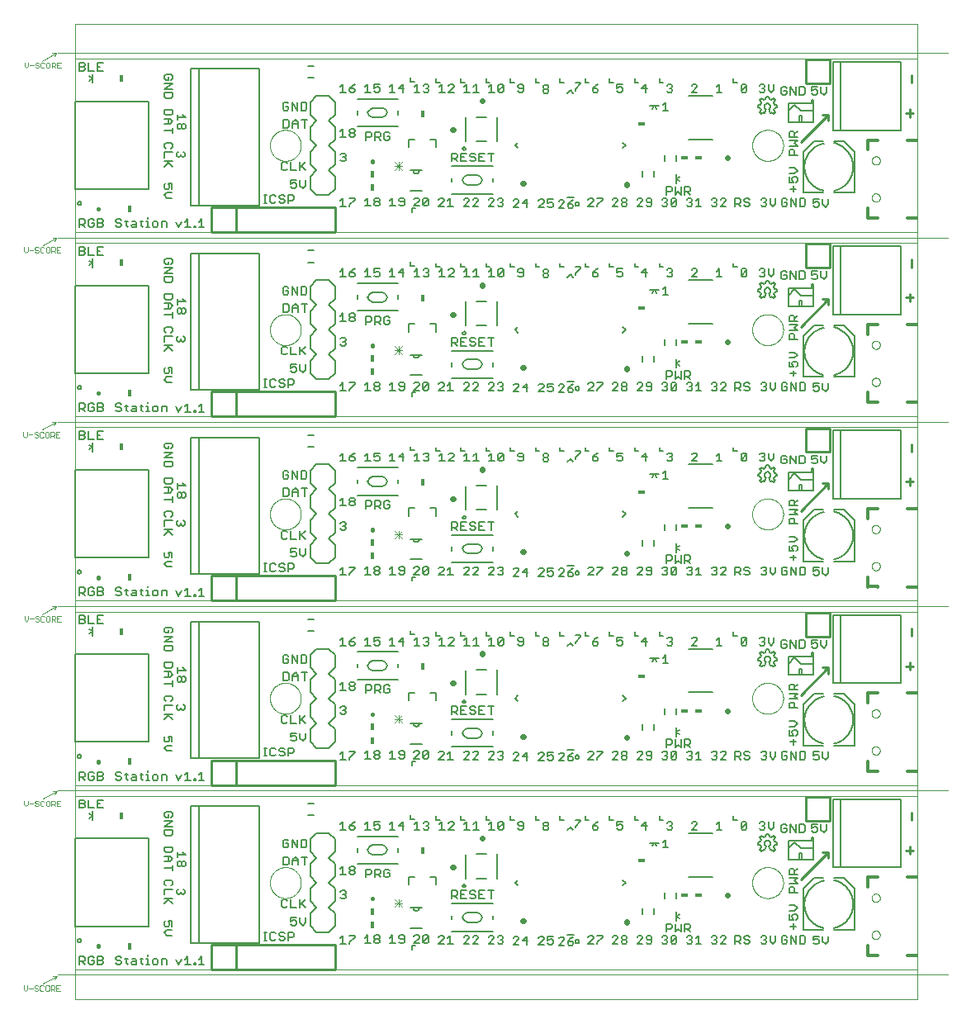
<source format=gto>
G75*
%MOIN*%
%OFA0B0*%
%FSLAX25Y25*%
%IPPOS*%
%LPD*%
%AMOC8*
5,1,8,0,0,1.08239X$1,22.5*
%
%ADD10C,0.00000*%
%ADD11C,0.01000*%
%ADD12C,0.00700*%
%ADD13C,0.00200*%
%ADD14C,0.02200*%
%ADD15R,0.03000X0.01800*%
%ADD16C,0.00800*%
%ADD17R,0.01800X0.03000*%
%ADD18C,0.00600*%
%ADD19C,0.00500*%
%ADD20C,0.00300*%
%ADD21C,0.01500*%
%ADD22R,0.01500X0.03000*%
%ADD23C,0.01200*%
%ADD24C,0.00799*%
D10*
X0011100Y0007400D02*
X0016600Y0010500D01*
X0015800Y0009200D01*
X0015100Y0010500D02*
X0016600Y0010500D01*
X0016900Y0011000D02*
X0376300Y0011000D01*
X0363900Y0013200D02*
X0023900Y0013200D01*
X0023900Y0083200D01*
X0363900Y0083200D01*
X0363900Y0013200D01*
X0363900Y0001000D02*
X0363900Y0394701D01*
X0023900Y0394701D01*
X0023900Y0001000D01*
X0363900Y0001000D01*
X0345566Y0027120D02*
X0345568Y0027201D01*
X0345574Y0027283D01*
X0345584Y0027364D01*
X0345598Y0027444D01*
X0345615Y0027523D01*
X0345637Y0027602D01*
X0345662Y0027679D01*
X0345691Y0027756D01*
X0345724Y0027830D01*
X0345761Y0027903D01*
X0345800Y0027974D01*
X0345844Y0028043D01*
X0345890Y0028110D01*
X0345940Y0028174D01*
X0345993Y0028236D01*
X0346049Y0028296D01*
X0346107Y0028352D01*
X0346169Y0028406D01*
X0346233Y0028457D01*
X0346299Y0028504D01*
X0346367Y0028548D01*
X0346438Y0028589D01*
X0346510Y0028626D01*
X0346585Y0028660D01*
X0346660Y0028690D01*
X0346738Y0028716D01*
X0346816Y0028739D01*
X0346895Y0028757D01*
X0346975Y0028772D01*
X0347056Y0028783D01*
X0347137Y0028790D01*
X0347219Y0028793D01*
X0347300Y0028792D01*
X0347381Y0028787D01*
X0347462Y0028778D01*
X0347543Y0028765D01*
X0347623Y0028748D01*
X0347701Y0028728D01*
X0347779Y0028703D01*
X0347856Y0028675D01*
X0347931Y0028643D01*
X0348004Y0028608D01*
X0348075Y0028569D01*
X0348145Y0028526D01*
X0348212Y0028481D01*
X0348278Y0028432D01*
X0348340Y0028380D01*
X0348400Y0028324D01*
X0348457Y0028266D01*
X0348512Y0028206D01*
X0348563Y0028142D01*
X0348611Y0028077D01*
X0348656Y0028009D01*
X0348698Y0027939D01*
X0348736Y0027867D01*
X0348771Y0027793D01*
X0348802Y0027718D01*
X0348829Y0027641D01*
X0348852Y0027563D01*
X0348872Y0027484D01*
X0348888Y0027404D01*
X0348900Y0027323D01*
X0348908Y0027242D01*
X0348912Y0027161D01*
X0348912Y0027079D01*
X0348908Y0026998D01*
X0348900Y0026917D01*
X0348888Y0026836D01*
X0348872Y0026756D01*
X0348852Y0026677D01*
X0348829Y0026599D01*
X0348802Y0026522D01*
X0348771Y0026447D01*
X0348736Y0026373D01*
X0348698Y0026301D01*
X0348656Y0026231D01*
X0348611Y0026163D01*
X0348563Y0026098D01*
X0348512Y0026034D01*
X0348457Y0025974D01*
X0348400Y0025916D01*
X0348340Y0025860D01*
X0348278Y0025808D01*
X0348212Y0025759D01*
X0348145Y0025714D01*
X0348076Y0025671D01*
X0348004Y0025632D01*
X0347931Y0025597D01*
X0347856Y0025565D01*
X0347779Y0025537D01*
X0347701Y0025512D01*
X0347623Y0025492D01*
X0347543Y0025475D01*
X0347462Y0025462D01*
X0347381Y0025453D01*
X0347300Y0025448D01*
X0347219Y0025447D01*
X0347137Y0025450D01*
X0347056Y0025457D01*
X0346975Y0025468D01*
X0346895Y0025483D01*
X0346816Y0025501D01*
X0346738Y0025524D01*
X0346660Y0025550D01*
X0346585Y0025580D01*
X0346510Y0025614D01*
X0346438Y0025651D01*
X0346367Y0025692D01*
X0346299Y0025736D01*
X0346233Y0025783D01*
X0346169Y0025834D01*
X0346107Y0025888D01*
X0346049Y0025944D01*
X0345993Y0026004D01*
X0345940Y0026066D01*
X0345890Y0026130D01*
X0345844Y0026197D01*
X0345800Y0026266D01*
X0345761Y0026337D01*
X0345724Y0026410D01*
X0345691Y0026484D01*
X0345662Y0026561D01*
X0345637Y0026638D01*
X0345615Y0026717D01*
X0345598Y0026796D01*
X0345584Y0026876D01*
X0345574Y0026957D01*
X0345568Y0027039D01*
X0345566Y0027120D01*
X0345566Y0042080D02*
X0345568Y0042161D01*
X0345574Y0042243D01*
X0345584Y0042324D01*
X0345598Y0042404D01*
X0345615Y0042483D01*
X0345637Y0042562D01*
X0345662Y0042639D01*
X0345691Y0042716D01*
X0345724Y0042790D01*
X0345761Y0042863D01*
X0345800Y0042934D01*
X0345844Y0043003D01*
X0345890Y0043070D01*
X0345940Y0043134D01*
X0345993Y0043196D01*
X0346049Y0043256D01*
X0346107Y0043312D01*
X0346169Y0043366D01*
X0346233Y0043417D01*
X0346299Y0043464D01*
X0346367Y0043508D01*
X0346438Y0043549D01*
X0346510Y0043586D01*
X0346585Y0043620D01*
X0346660Y0043650D01*
X0346738Y0043676D01*
X0346816Y0043699D01*
X0346895Y0043717D01*
X0346975Y0043732D01*
X0347056Y0043743D01*
X0347137Y0043750D01*
X0347219Y0043753D01*
X0347300Y0043752D01*
X0347381Y0043747D01*
X0347462Y0043738D01*
X0347543Y0043725D01*
X0347623Y0043708D01*
X0347701Y0043688D01*
X0347779Y0043663D01*
X0347856Y0043635D01*
X0347931Y0043603D01*
X0348004Y0043568D01*
X0348075Y0043529D01*
X0348145Y0043486D01*
X0348212Y0043441D01*
X0348278Y0043392D01*
X0348340Y0043340D01*
X0348400Y0043284D01*
X0348457Y0043226D01*
X0348512Y0043166D01*
X0348563Y0043102D01*
X0348611Y0043037D01*
X0348656Y0042969D01*
X0348698Y0042899D01*
X0348736Y0042827D01*
X0348771Y0042753D01*
X0348802Y0042678D01*
X0348829Y0042601D01*
X0348852Y0042523D01*
X0348872Y0042444D01*
X0348888Y0042364D01*
X0348900Y0042283D01*
X0348908Y0042202D01*
X0348912Y0042121D01*
X0348912Y0042039D01*
X0348908Y0041958D01*
X0348900Y0041877D01*
X0348888Y0041796D01*
X0348872Y0041716D01*
X0348852Y0041637D01*
X0348829Y0041559D01*
X0348802Y0041482D01*
X0348771Y0041407D01*
X0348736Y0041333D01*
X0348698Y0041261D01*
X0348656Y0041191D01*
X0348611Y0041123D01*
X0348563Y0041058D01*
X0348512Y0040994D01*
X0348457Y0040934D01*
X0348400Y0040876D01*
X0348340Y0040820D01*
X0348278Y0040768D01*
X0348212Y0040719D01*
X0348145Y0040674D01*
X0348076Y0040631D01*
X0348004Y0040592D01*
X0347931Y0040557D01*
X0347856Y0040525D01*
X0347779Y0040497D01*
X0347701Y0040472D01*
X0347623Y0040452D01*
X0347543Y0040435D01*
X0347462Y0040422D01*
X0347381Y0040413D01*
X0347300Y0040408D01*
X0347219Y0040407D01*
X0347137Y0040410D01*
X0347056Y0040417D01*
X0346975Y0040428D01*
X0346895Y0040443D01*
X0346816Y0040461D01*
X0346738Y0040484D01*
X0346660Y0040510D01*
X0346585Y0040540D01*
X0346510Y0040574D01*
X0346438Y0040611D01*
X0346367Y0040652D01*
X0346299Y0040696D01*
X0346233Y0040743D01*
X0346169Y0040794D01*
X0346107Y0040848D01*
X0346049Y0040904D01*
X0345993Y0040964D01*
X0345940Y0041026D01*
X0345890Y0041090D01*
X0345844Y0041157D01*
X0345800Y0041226D01*
X0345761Y0041297D01*
X0345724Y0041370D01*
X0345691Y0041444D01*
X0345662Y0041521D01*
X0345637Y0041598D01*
X0345615Y0041677D01*
X0345598Y0041756D01*
X0345584Y0041836D01*
X0345574Y0041917D01*
X0345568Y0041999D01*
X0345566Y0042080D01*
X0376300Y0085400D02*
X0016900Y0085400D01*
X0016600Y0085200D02*
X0015800Y0083900D01*
X0015100Y0085200D02*
X0016600Y0085200D01*
X0011100Y0082100D01*
X0023900Y0087600D02*
X0023900Y0157600D01*
X0363900Y0157600D01*
X0363900Y0087600D01*
X0023900Y0087600D01*
X0010800Y0156600D02*
X0016300Y0159700D01*
X0015500Y0158400D01*
X0014800Y0159700D02*
X0016300Y0159700D01*
X0016900Y0159800D02*
X0376300Y0159800D01*
X0363900Y0162000D02*
X0023900Y0162000D01*
X0023900Y0232000D01*
X0363900Y0232000D01*
X0363900Y0162000D01*
X0345566Y0175920D02*
X0345568Y0176001D01*
X0345574Y0176083D01*
X0345584Y0176164D01*
X0345598Y0176244D01*
X0345615Y0176323D01*
X0345637Y0176402D01*
X0345662Y0176479D01*
X0345691Y0176556D01*
X0345724Y0176630D01*
X0345761Y0176703D01*
X0345800Y0176774D01*
X0345844Y0176843D01*
X0345890Y0176910D01*
X0345940Y0176974D01*
X0345993Y0177036D01*
X0346049Y0177096D01*
X0346107Y0177152D01*
X0346169Y0177206D01*
X0346233Y0177257D01*
X0346299Y0177304D01*
X0346367Y0177348D01*
X0346438Y0177389D01*
X0346510Y0177426D01*
X0346585Y0177460D01*
X0346660Y0177490D01*
X0346738Y0177516D01*
X0346816Y0177539D01*
X0346895Y0177557D01*
X0346975Y0177572D01*
X0347056Y0177583D01*
X0347137Y0177590D01*
X0347219Y0177593D01*
X0347300Y0177592D01*
X0347381Y0177587D01*
X0347462Y0177578D01*
X0347543Y0177565D01*
X0347623Y0177548D01*
X0347701Y0177528D01*
X0347779Y0177503D01*
X0347856Y0177475D01*
X0347931Y0177443D01*
X0348004Y0177408D01*
X0348075Y0177369D01*
X0348145Y0177326D01*
X0348212Y0177281D01*
X0348278Y0177232D01*
X0348340Y0177180D01*
X0348400Y0177124D01*
X0348457Y0177066D01*
X0348512Y0177006D01*
X0348563Y0176942D01*
X0348611Y0176877D01*
X0348656Y0176809D01*
X0348698Y0176739D01*
X0348736Y0176667D01*
X0348771Y0176593D01*
X0348802Y0176518D01*
X0348829Y0176441D01*
X0348852Y0176363D01*
X0348872Y0176284D01*
X0348888Y0176204D01*
X0348900Y0176123D01*
X0348908Y0176042D01*
X0348912Y0175961D01*
X0348912Y0175879D01*
X0348908Y0175798D01*
X0348900Y0175717D01*
X0348888Y0175636D01*
X0348872Y0175556D01*
X0348852Y0175477D01*
X0348829Y0175399D01*
X0348802Y0175322D01*
X0348771Y0175247D01*
X0348736Y0175173D01*
X0348698Y0175101D01*
X0348656Y0175031D01*
X0348611Y0174963D01*
X0348563Y0174898D01*
X0348512Y0174834D01*
X0348457Y0174774D01*
X0348400Y0174716D01*
X0348340Y0174660D01*
X0348278Y0174608D01*
X0348212Y0174559D01*
X0348145Y0174514D01*
X0348076Y0174471D01*
X0348004Y0174432D01*
X0347931Y0174397D01*
X0347856Y0174365D01*
X0347779Y0174337D01*
X0347701Y0174312D01*
X0347623Y0174292D01*
X0347543Y0174275D01*
X0347462Y0174262D01*
X0347381Y0174253D01*
X0347300Y0174248D01*
X0347219Y0174247D01*
X0347137Y0174250D01*
X0347056Y0174257D01*
X0346975Y0174268D01*
X0346895Y0174283D01*
X0346816Y0174301D01*
X0346738Y0174324D01*
X0346660Y0174350D01*
X0346585Y0174380D01*
X0346510Y0174414D01*
X0346438Y0174451D01*
X0346367Y0174492D01*
X0346299Y0174536D01*
X0346233Y0174583D01*
X0346169Y0174634D01*
X0346107Y0174688D01*
X0346049Y0174744D01*
X0345993Y0174804D01*
X0345940Y0174866D01*
X0345890Y0174930D01*
X0345844Y0174997D01*
X0345800Y0175066D01*
X0345761Y0175137D01*
X0345724Y0175210D01*
X0345691Y0175284D01*
X0345662Y0175361D01*
X0345637Y0175438D01*
X0345615Y0175517D01*
X0345598Y0175596D01*
X0345584Y0175676D01*
X0345574Y0175757D01*
X0345568Y0175839D01*
X0345566Y0175920D01*
X0345566Y0190880D02*
X0345568Y0190961D01*
X0345574Y0191043D01*
X0345584Y0191124D01*
X0345598Y0191204D01*
X0345615Y0191283D01*
X0345637Y0191362D01*
X0345662Y0191439D01*
X0345691Y0191516D01*
X0345724Y0191590D01*
X0345761Y0191663D01*
X0345800Y0191734D01*
X0345844Y0191803D01*
X0345890Y0191870D01*
X0345940Y0191934D01*
X0345993Y0191996D01*
X0346049Y0192056D01*
X0346107Y0192112D01*
X0346169Y0192166D01*
X0346233Y0192217D01*
X0346299Y0192264D01*
X0346367Y0192308D01*
X0346438Y0192349D01*
X0346510Y0192386D01*
X0346585Y0192420D01*
X0346660Y0192450D01*
X0346738Y0192476D01*
X0346816Y0192499D01*
X0346895Y0192517D01*
X0346975Y0192532D01*
X0347056Y0192543D01*
X0347137Y0192550D01*
X0347219Y0192553D01*
X0347300Y0192552D01*
X0347381Y0192547D01*
X0347462Y0192538D01*
X0347543Y0192525D01*
X0347623Y0192508D01*
X0347701Y0192488D01*
X0347779Y0192463D01*
X0347856Y0192435D01*
X0347931Y0192403D01*
X0348004Y0192368D01*
X0348075Y0192329D01*
X0348145Y0192286D01*
X0348212Y0192241D01*
X0348278Y0192192D01*
X0348340Y0192140D01*
X0348400Y0192084D01*
X0348457Y0192026D01*
X0348512Y0191966D01*
X0348563Y0191902D01*
X0348611Y0191837D01*
X0348656Y0191769D01*
X0348698Y0191699D01*
X0348736Y0191627D01*
X0348771Y0191553D01*
X0348802Y0191478D01*
X0348829Y0191401D01*
X0348852Y0191323D01*
X0348872Y0191244D01*
X0348888Y0191164D01*
X0348900Y0191083D01*
X0348908Y0191002D01*
X0348912Y0190921D01*
X0348912Y0190839D01*
X0348908Y0190758D01*
X0348900Y0190677D01*
X0348888Y0190596D01*
X0348872Y0190516D01*
X0348852Y0190437D01*
X0348829Y0190359D01*
X0348802Y0190282D01*
X0348771Y0190207D01*
X0348736Y0190133D01*
X0348698Y0190061D01*
X0348656Y0189991D01*
X0348611Y0189923D01*
X0348563Y0189858D01*
X0348512Y0189794D01*
X0348457Y0189734D01*
X0348400Y0189676D01*
X0348340Y0189620D01*
X0348278Y0189568D01*
X0348212Y0189519D01*
X0348145Y0189474D01*
X0348076Y0189431D01*
X0348004Y0189392D01*
X0347931Y0189357D01*
X0347856Y0189325D01*
X0347779Y0189297D01*
X0347701Y0189272D01*
X0347623Y0189252D01*
X0347543Y0189235D01*
X0347462Y0189222D01*
X0347381Y0189213D01*
X0347300Y0189208D01*
X0347219Y0189207D01*
X0347137Y0189210D01*
X0347056Y0189217D01*
X0346975Y0189228D01*
X0346895Y0189243D01*
X0346816Y0189261D01*
X0346738Y0189284D01*
X0346660Y0189310D01*
X0346585Y0189340D01*
X0346510Y0189374D01*
X0346438Y0189411D01*
X0346367Y0189452D01*
X0346299Y0189496D01*
X0346233Y0189543D01*
X0346169Y0189594D01*
X0346107Y0189648D01*
X0346049Y0189704D01*
X0345993Y0189764D01*
X0345940Y0189826D01*
X0345890Y0189890D01*
X0345844Y0189957D01*
X0345800Y0190026D01*
X0345761Y0190097D01*
X0345724Y0190170D01*
X0345691Y0190244D01*
X0345662Y0190321D01*
X0345637Y0190398D01*
X0345615Y0190477D01*
X0345598Y0190556D01*
X0345584Y0190636D01*
X0345574Y0190717D01*
X0345568Y0190799D01*
X0345566Y0190880D01*
X0297350Y0197000D02*
X0297352Y0197158D01*
X0297358Y0197315D01*
X0297368Y0197473D01*
X0297382Y0197630D01*
X0297400Y0197786D01*
X0297421Y0197943D01*
X0297447Y0198098D01*
X0297477Y0198253D01*
X0297510Y0198407D01*
X0297548Y0198560D01*
X0297589Y0198713D01*
X0297634Y0198864D01*
X0297683Y0199014D01*
X0297736Y0199162D01*
X0297792Y0199310D01*
X0297853Y0199455D01*
X0297916Y0199600D01*
X0297984Y0199742D01*
X0298055Y0199883D01*
X0298129Y0200022D01*
X0298207Y0200159D01*
X0298289Y0200294D01*
X0298373Y0200427D01*
X0298462Y0200558D01*
X0298553Y0200686D01*
X0298648Y0200813D01*
X0298745Y0200936D01*
X0298846Y0201058D01*
X0298950Y0201176D01*
X0299057Y0201292D01*
X0299167Y0201405D01*
X0299279Y0201516D01*
X0299395Y0201623D01*
X0299513Y0201728D01*
X0299633Y0201830D01*
X0299756Y0201928D01*
X0299882Y0202024D01*
X0300010Y0202116D01*
X0300140Y0202205D01*
X0300272Y0202291D01*
X0300407Y0202373D01*
X0300544Y0202452D01*
X0300682Y0202527D01*
X0300822Y0202599D01*
X0300965Y0202667D01*
X0301108Y0202732D01*
X0301254Y0202793D01*
X0301401Y0202850D01*
X0301549Y0202904D01*
X0301699Y0202954D01*
X0301849Y0203000D01*
X0302001Y0203042D01*
X0302154Y0203081D01*
X0302308Y0203115D01*
X0302463Y0203146D01*
X0302618Y0203172D01*
X0302774Y0203195D01*
X0302931Y0203214D01*
X0303088Y0203229D01*
X0303245Y0203240D01*
X0303403Y0203247D01*
X0303561Y0203250D01*
X0303718Y0203249D01*
X0303876Y0203244D01*
X0304033Y0203235D01*
X0304191Y0203222D01*
X0304347Y0203205D01*
X0304504Y0203184D01*
X0304659Y0203160D01*
X0304814Y0203131D01*
X0304969Y0203098D01*
X0305122Y0203062D01*
X0305275Y0203021D01*
X0305426Y0202977D01*
X0305576Y0202929D01*
X0305725Y0202878D01*
X0305873Y0202822D01*
X0306019Y0202763D01*
X0306164Y0202700D01*
X0306307Y0202633D01*
X0306448Y0202563D01*
X0306587Y0202490D01*
X0306725Y0202413D01*
X0306861Y0202332D01*
X0306994Y0202248D01*
X0307125Y0202161D01*
X0307254Y0202070D01*
X0307381Y0201976D01*
X0307506Y0201879D01*
X0307627Y0201779D01*
X0307747Y0201676D01*
X0307863Y0201570D01*
X0307977Y0201461D01*
X0308089Y0201349D01*
X0308197Y0201235D01*
X0308302Y0201117D01*
X0308405Y0200997D01*
X0308504Y0200875D01*
X0308600Y0200750D01*
X0308693Y0200622D01*
X0308783Y0200493D01*
X0308869Y0200361D01*
X0308953Y0200227D01*
X0309032Y0200091D01*
X0309109Y0199953D01*
X0309181Y0199813D01*
X0309250Y0199671D01*
X0309316Y0199528D01*
X0309378Y0199383D01*
X0309436Y0199236D01*
X0309491Y0199088D01*
X0309542Y0198939D01*
X0309589Y0198788D01*
X0309632Y0198637D01*
X0309671Y0198484D01*
X0309707Y0198330D01*
X0309738Y0198176D01*
X0309766Y0198021D01*
X0309790Y0197865D01*
X0309810Y0197708D01*
X0309826Y0197551D01*
X0309838Y0197394D01*
X0309846Y0197237D01*
X0309850Y0197079D01*
X0309850Y0196921D01*
X0309846Y0196763D01*
X0309838Y0196606D01*
X0309826Y0196449D01*
X0309810Y0196292D01*
X0309790Y0196135D01*
X0309766Y0195979D01*
X0309738Y0195824D01*
X0309707Y0195670D01*
X0309671Y0195516D01*
X0309632Y0195363D01*
X0309589Y0195212D01*
X0309542Y0195061D01*
X0309491Y0194912D01*
X0309436Y0194764D01*
X0309378Y0194617D01*
X0309316Y0194472D01*
X0309250Y0194329D01*
X0309181Y0194187D01*
X0309109Y0194047D01*
X0309032Y0193909D01*
X0308953Y0193773D01*
X0308869Y0193639D01*
X0308783Y0193507D01*
X0308693Y0193378D01*
X0308600Y0193250D01*
X0308504Y0193125D01*
X0308405Y0193003D01*
X0308302Y0192883D01*
X0308197Y0192765D01*
X0308089Y0192651D01*
X0307977Y0192539D01*
X0307863Y0192430D01*
X0307747Y0192324D01*
X0307627Y0192221D01*
X0307506Y0192121D01*
X0307381Y0192024D01*
X0307254Y0191930D01*
X0307125Y0191839D01*
X0306994Y0191752D01*
X0306861Y0191668D01*
X0306725Y0191587D01*
X0306587Y0191510D01*
X0306448Y0191437D01*
X0306307Y0191367D01*
X0306164Y0191300D01*
X0306019Y0191237D01*
X0305873Y0191178D01*
X0305725Y0191122D01*
X0305576Y0191071D01*
X0305426Y0191023D01*
X0305275Y0190979D01*
X0305122Y0190938D01*
X0304969Y0190902D01*
X0304814Y0190869D01*
X0304659Y0190840D01*
X0304504Y0190816D01*
X0304347Y0190795D01*
X0304191Y0190778D01*
X0304033Y0190765D01*
X0303876Y0190756D01*
X0303718Y0190751D01*
X0303561Y0190750D01*
X0303403Y0190753D01*
X0303245Y0190760D01*
X0303088Y0190771D01*
X0302931Y0190786D01*
X0302774Y0190805D01*
X0302618Y0190828D01*
X0302463Y0190854D01*
X0302308Y0190885D01*
X0302154Y0190919D01*
X0302001Y0190958D01*
X0301849Y0191000D01*
X0301699Y0191046D01*
X0301549Y0191096D01*
X0301401Y0191150D01*
X0301254Y0191207D01*
X0301108Y0191268D01*
X0300965Y0191333D01*
X0300822Y0191401D01*
X0300682Y0191473D01*
X0300544Y0191548D01*
X0300407Y0191627D01*
X0300272Y0191709D01*
X0300140Y0191795D01*
X0300010Y0191884D01*
X0299882Y0191976D01*
X0299756Y0192072D01*
X0299633Y0192170D01*
X0299513Y0192272D01*
X0299395Y0192377D01*
X0299279Y0192484D01*
X0299167Y0192595D01*
X0299057Y0192708D01*
X0298950Y0192824D01*
X0298846Y0192942D01*
X0298745Y0193064D01*
X0298648Y0193187D01*
X0298553Y0193314D01*
X0298462Y0193442D01*
X0298373Y0193573D01*
X0298289Y0193706D01*
X0298207Y0193841D01*
X0298129Y0193978D01*
X0298055Y0194117D01*
X0297984Y0194258D01*
X0297916Y0194400D01*
X0297853Y0194545D01*
X0297792Y0194690D01*
X0297736Y0194838D01*
X0297683Y0194986D01*
X0297634Y0195136D01*
X0297589Y0195287D01*
X0297548Y0195440D01*
X0297510Y0195593D01*
X0297477Y0195747D01*
X0297447Y0195902D01*
X0297421Y0196057D01*
X0297400Y0196214D01*
X0297382Y0196370D01*
X0297368Y0196527D01*
X0297358Y0196685D01*
X0297352Y0196842D01*
X0297350Y0197000D01*
X0345566Y0250320D02*
X0345568Y0250401D01*
X0345574Y0250483D01*
X0345584Y0250564D01*
X0345598Y0250644D01*
X0345615Y0250723D01*
X0345637Y0250802D01*
X0345662Y0250879D01*
X0345691Y0250956D01*
X0345724Y0251030D01*
X0345761Y0251103D01*
X0345800Y0251174D01*
X0345844Y0251243D01*
X0345890Y0251310D01*
X0345940Y0251374D01*
X0345993Y0251436D01*
X0346049Y0251496D01*
X0346107Y0251552D01*
X0346169Y0251606D01*
X0346233Y0251657D01*
X0346299Y0251704D01*
X0346367Y0251748D01*
X0346438Y0251789D01*
X0346510Y0251826D01*
X0346585Y0251860D01*
X0346660Y0251890D01*
X0346738Y0251916D01*
X0346816Y0251939D01*
X0346895Y0251957D01*
X0346975Y0251972D01*
X0347056Y0251983D01*
X0347137Y0251990D01*
X0347219Y0251993D01*
X0347300Y0251992D01*
X0347381Y0251987D01*
X0347462Y0251978D01*
X0347543Y0251965D01*
X0347623Y0251948D01*
X0347701Y0251928D01*
X0347779Y0251903D01*
X0347856Y0251875D01*
X0347931Y0251843D01*
X0348004Y0251808D01*
X0348075Y0251769D01*
X0348145Y0251726D01*
X0348212Y0251681D01*
X0348278Y0251632D01*
X0348340Y0251580D01*
X0348400Y0251524D01*
X0348457Y0251466D01*
X0348512Y0251406D01*
X0348563Y0251342D01*
X0348611Y0251277D01*
X0348656Y0251209D01*
X0348698Y0251139D01*
X0348736Y0251067D01*
X0348771Y0250993D01*
X0348802Y0250918D01*
X0348829Y0250841D01*
X0348852Y0250763D01*
X0348872Y0250684D01*
X0348888Y0250604D01*
X0348900Y0250523D01*
X0348908Y0250442D01*
X0348912Y0250361D01*
X0348912Y0250279D01*
X0348908Y0250198D01*
X0348900Y0250117D01*
X0348888Y0250036D01*
X0348872Y0249956D01*
X0348852Y0249877D01*
X0348829Y0249799D01*
X0348802Y0249722D01*
X0348771Y0249647D01*
X0348736Y0249573D01*
X0348698Y0249501D01*
X0348656Y0249431D01*
X0348611Y0249363D01*
X0348563Y0249298D01*
X0348512Y0249234D01*
X0348457Y0249174D01*
X0348400Y0249116D01*
X0348340Y0249060D01*
X0348278Y0249008D01*
X0348212Y0248959D01*
X0348145Y0248914D01*
X0348076Y0248871D01*
X0348004Y0248832D01*
X0347931Y0248797D01*
X0347856Y0248765D01*
X0347779Y0248737D01*
X0347701Y0248712D01*
X0347623Y0248692D01*
X0347543Y0248675D01*
X0347462Y0248662D01*
X0347381Y0248653D01*
X0347300Y0248648D01*
X0347219Y0248647D01*
X0347137Y0248650D01*
X0347056Y0248657D01*
X0346975Y0248668D01*
X0346895Y0248683D01*
X0346816Y0248701D01*
X0346738Y0248724D01*
X0346660Y0248750D01*
X0346585Y0248780D01*
X0346510Y0248814D01*
X0346438Y0248851D01*
X0346367Y0248892D01*
X0346299Y0248936D01*
X0346233Y0248983D01*
X0346169Y0249034D01*
X0346107Y0249088D01*
X0346049Y0249144D01*
X0345993Y0249204D01*
X0345940Y0249266D01*
X0345890Y0249330D01*
X0345844Y0249397D01*
X0345800Y0249466D01*
X0345761Y0249537D01*
X0345724Y0249610D01*
X0345691Y0249684D01*
X0345662Y0249761D01*
X0345637Y0249838D01*
X0345615Y0249917D01*
X0345598Y0249996D01*
X0345584Y0250076D01*
X0345574Y0250157D01*
X0345568Y0250239D01*
X0345566Y0250320D01*
X0345566Y0265280D02*
X0345568Y0265361D01*
X0345574Y0265443D01*
X0345584Y0265524D01*
X0345598Y0265604D01*
X0345615Y0265683D01*
X0345637Y0265762D01*
X0345662Y0265839D01*
X0345691Y0265916D01*
X0345724Y0265990D01*
X0345761Y0266063D01*
X0345800Y0266134D01*
X0345844Y0266203D01*
X0345890Y0266270D01*
X0345940Y0266334D01*
X0345993Y0266396D01*
X0346049Y0266456D01*
X0346107Y0266512D01*
X0346169Y0266566D01*
X0346233Y0266617D01*
X0346299Y0266664D01*
X0346367Y0266708D01*
X0346438Y0266749D01*
X0346510Y0266786D01*
X0346585Y0266820D01*
X0346660Y0266850D01*
X0346738Y0266876D01*
X0346816Y0266899D01*
X0346895Y0266917D01*
X0346975Y0266932D01*
X0347056Y0266943D01*
X0347137Y0266950D01*
X0347219Y0266953D01*
X0347300Y0266952D01*
X0347381Y0266947D01*
X0347462Y0266938D01*
X0347543Y0266925D01*
X0347623Y0266908D01*
X0347701Y0266888D01*
X0347779Y0266863D01*
X0347856Y0266835D01*
X0347931Y0266803D01*
X0348004Y0266768D01*
X0348075Y0266729D01*
X0348145Y0266686D01*
X0348212Y0266641D01*
X0348278Y0266592D01*
X0348340Y0266540D01*
X0348400Y0266484D01*
X0348457Y0266426D01*
X0348512Y0266366D01*
X0348563Y0266302D01*
X0348611Y0266237D01*
X0348656Y0266169D01*
X0348698Y0266099D01*
X0348736Y0266027D01*
X0348771Y0265953D01*
X0348802Y0265878D01*
X0348829Y0265801D01*
X0348852Y0265723D01*
X0348872Y0265644D01*
X0348888Y0265564D01*
X0348900Y0265483D01*
X0348908Y0265402D01*
X0348912Y0265321D01*
X0348912Y0265239D01*
X0348908Y0265158D01*
X0348900Y0265077D01*
X0348888Y0264996D01*
X0348872Y0264916D01*
X0348852Y0264837D01*
X0348829Y0264759D01*
X0348802Y0264682D01*
X0348771Y0264607D01*
X0348736Y0264533D01*
X0348698Y0264461D01*
X0348656Y0264391D01*
X0348611Y0264323D01*
X0348563Y0264258D01*
X0348512Y0264194D01*
X0348457Y0264134D01*
X0348400Y0264076D01*
X0348340Y0264020D01*
X0348278Y0263968D01*
X0348212Y0263919D01*
X0348145Y0263874D01*
X0348076Y0263831D01*
X0348004Y0263792D01*
X0347931Y0263757D01*
X0347856Y0263725D01*
X0347779Y0263697D01*
X0347701Y0263672D01*
X0347623Y0263652D01*
X0347543Y0263635D01*
X0347462Y0263622D01*
X0347381Y0263613D01*
X0347300Y0263608D01*
X0347219Y0263607D01*
X0347137Y0263610D01*
X0347056Y0263617D01*
X0346975Y0263628D01*
X0346895Y0263643D01*
X0346816Y0263661D01*
X0346738Y0263684D01*
X0346660Y0263710D01*
X0346585Y0263740D01*
X0346510Y0263774D01*
X0346438Y0263811D01*
X0346367Y0263852D01*
X0346299Y0263896D01*
X0346233Y0263943D01*
X0346169Y0263994D01*
X0346107Y0264048D01*
X0346049Y0264104D01*
X0345993Y0264164D01*
X0345940Y0264226D01*
X0345890Y0264290D01*
X0345844Y0264357D01*
X0345800Y0264426D01*
X0345761Y0264497D01*
X0345724Y0264570D01*
X0345691Y0264644D01*
X0345662Y0264721D01*
X0345637Y0264798D01*
X0345615Y0264877D01*
X0345598Y0264956D01*
X0345584Y0265036D01*
X0345574Y0265117D01*
X0345568Y0265199D01*
X0345566Y0265280D01*
X0363900Y0236400D02*
X0023900Y0236400D01*
X0023900Y0306400D01*
X0363900Y0306400D01*
X0363900Y0236400D01*
X0376300Y0234200D02*
X0016900Y0234200D01*
X0016200Y0234100D02*
X0015400Y0232800D01*
X0014700Y0234100D02*
X0016200Y0234100D01*
X0010700Y0231000D01*
X0010900Y0305400D02*
X0016400Y0308500D01*
X0015600Y0307200D01*
X0014900Y0308500D02*
X0016400Y0308500D01*
X0016900Y0308600D02*
X0376300Y0308600D01*
X0363900Y0310800D02*
X0023900Y0310800D01*
X0023900Y0380800D01*
X0363900Y0380800D01*
X0363900Y0310800D01*
X0345566Y0324720D02*
X0345568Y0324801D01*
X0345574Y0324883D01*
X0345584Y0324964D01*
X0345598Y0325044D01*
X0345615Y0325123D01*
X0345637Y0325202D01*
X0345662Y0325279D01*
X0345691Y0325356D01*
X0345724Y0325430D01*
X0345761Y0325503D01*
X0345800Y0325574D01*
X0345844Y0325643D01*
X0345890Y0325710D01*
X0345940Y0325774D01*
X0345993Y0325836D01*
X0346049Y0325896D01*
X0346107Y0325952D01*
X0346169Y0326006D01*
X0346233Y0326057D01*
X0346299Y0326104D01*
X0346367Y0326148D01*
X0346438Y0326189D01*
X0346510Y0326226D01*
X0346585Y0326260D01*
X0346660Y0326290D01*
X0346738Y0326316D01*
X0346816Y0326339D01*
X0346895Y0326357D01*
X0346975Y0326372D01*
X0347056Y0326383D01*
X0347137Y0326390D01*
X0347219Y0326393D01*
X0347300Y0326392D01*
X0347381Y0326387D01*
X0347462Y0326378D01*
X0347543Y0326365D01*
X0347623Y0326348D01*
X0347701Y0326328D01*
X0347779Y0326303D01*
X0347856Y0326275D01*
X0347931Y0326243D01*
X0348004Y0326208D01*
X0348075Y0326169D01*
X0348145Y0326126D01*
X0348212Y0326081D01*
X0348278Y0326032D01*
X0348340Y0325980D01*
X0348400Y0325924D01*
X0348457Y0325866D01*
X0348512Y0325806D01*
X0348563Y0325742D01*
X0348611Y0325677D01*
X0348656Y0325609D01*
X0348698Y0325539D01*
X0348736Y0325467D01*
X0348771Y0325393D01*
X0348802Y0325318D01*
X0348829Y0325241D01*
X0348852Y0325163D01*
X0348872Y0325084D01*
X0348888Y0325004D01*
X0348900Y0324923D01*
X0348908Y0324842D01*
X0348912Y0324761D01*
X0348912Y0324679D01*
X0348908Y0324598D01*
X0348900Y0324517D01*
X0348888Y0324436D01*
X0348872Y0324356D01*
X0348852Y0324277D01*
X0348829Y0324199D01*
X0348802Y0324122D01*
X0348771Y0324047D01*
X0348736Y0323973D01*
X0348698Y0323901D01*
X0348656Y0323831D01*
X0348611Y0323763D01*
X0348563Y0323698D01*
X0348512Y0323634D01*
X0348457Y0323574D01*
X0348400Y0323516D01*
X0348340Y0323460D01*
X0348278Y0323408D01*
X0348212Y0323359D01*
X0348145Y0323314D01*
X0348076Y0323271D01*
X0348004Y0323232D01*
X0347931Y0323197D01*
X0347856Y0323165D01*
X0347779Y0323137D01*
X0347701Y0323112D01*
X0347623Y0323092D01*
X0347543Y0323075D01*
X0347462Y0323062D01*
X0347381Y0323053D01*
X0347300Y0323048D01*
X0347219Y0323047D01*
X0347137Y0323050D01*
X0347056Y0323057D01*
X0346975Y0323068D01*
X0346895Y0323083D01*
X0346816Y0323101D01*
X0346738Y0323124D01*
X0346660Y0323150D01*
X0346585Y0323180D01*
X0346510Y0323214D01*
X0346438Y0323251D01*
X0346367Y0323292D01*
X0346299Y0323336D01*
X0346233Y0323383D01*
X0346169Y0323434D01*
X0346107Y0323488D01*
X0346049Y0323544D01*
X0345993Y0323604D01*
X0345940Y0323666D01*
X0345890Y0323730D01*
X0345844Y0323797D01*
X0345800Y0323866D01*
X0345761Y0323937D01*
X0345724Y0324010D01*
X0345691Y0324084D01*
X0345662Y0324161D01*
X0345637Y0324238D01*
X0345615Y0324317D01*
X0345598Y0324396D01*
X0345584Y0324476D01*
X0345574Y0324557D01*
X0345568Y0324639D01*
X0345566Y0324720D01*
X0345566Y0339680D02*
X0345568Y0339761D01*
X0345574Y0339843D01*
X0345584Y0339924D01*
X0345598Y0340004D01*
X0345615Y0340083D01*
X0345637Y0340162D01*
X0345662Y0340239D01*
X0345691Y0340316D01*
X0345724Y0340390D01*
X0345761Y0340463D01*
X0345800Y0340534D01*
X0345844Y0340603D01*
X0345890Y0340670D01*
X0345940Y0340734D01*
X0345993Y0340796D01*
X0346049Y0340856D01*
X0346107Y0340912D01*
X0346169Y0340966D01*
X0346233Y0341017D01*
X0346299Y0341064D01*
X0346367Y0341108D01*
X0346438Y0341149D01*
X0346510Y0341186D01*
X0346585Y0341220D01*
X0346660Y0341250D01*
X0346738Y0341276D01*
X0346816Y0341299D01*
X0346895Y0341317D01*
X0346975Y0341332D01*
X0347056Y0341343D01*
X0347137Y0341350D01*
X0347219Y0341353D01*
X0347300Y0341352D01*
X0347381Y0341347D01*
X0347462Y0341338D01*
X0347543Y0341325D01*
X0347623Y0341308D01*
X0347701Y0341288D01*
X0347779Y0341263D01*
X0347856Y0341235D01*
X0347931Y0341203D01*
X0348004Y0341168D01*
X0348075Y0341129D01*
X0348145Y0341086D01*
X0348212Y0341041D01*
X0348278Y0340992D01*
X0348340Y0340940D01*
X0348400Y0340884D01*
X0348457Y0340826D01*
X0348512Y0340766D01*
X0348563Y0340702D01*
X0348611Y0340637D01*
X0348656Y0340569D01*
X0348698Y0340499D01*
X0348736Y0340427D01*
X0348771Y0340353D01*
X0348802Y0340278D01*
X0348829Y0340201D01*
X0348852Y0340123D01*
X0348872Y0340044D01*
X0348888Y0339964D01*
X0348900Y0339883D01*
X0348908Y0339802D01*
X0348912Y0339721D01*
X0348912Y0339639D01*
X0348908Y0339558D01*
X0348900Y0339477D01*
X0348888Y0339396D01*
X0348872Y0339316D01*
X0348852Y0339237D01*
X0348829Y0339159D01*
X0348802Y0339082D01*
X0348771Y0339007D01*
X0348736Y0338933D01*
X0348698Y0338861D01*
X0348656Y0338791D01*
X0348611Y0338723D01*
X0348563Y0338658D01*
X0348512Y0338594D01*
X0348457Y0338534D01*
X0348400Y0338476D01*
X0348340Y0338420D01*
X0348278Y0338368D01*
X0348212Y0338319D01*
X0348145Y0338274D01*
X0348076Y0338231D01*
X0348004Y0338192D01*
X0347931Y0338157D01*
X0347856Y0338125D01*
X0347779Y0338097D01*
X0347701Y0338072D01*
X0347623Y0338052D01*
X0347543Y0338035D01*
X0347462Y0338022D01*
X0347381Y0338013D01*
X0347300Y0338008D01*
X0347219Y0338007D01*
X0347137Y0338010D01*
X0347056Y0338017D01*
X0346975Y0338028D01*
X0346895Y0338043D01*
X0346816Y0338061D01*
X0346738Y0338084D01*
X0346660Y0338110D01*
X0346585Y0338140D01*
X0346510Y0338174D01*
X0346438Y0338211D01*
X0346367Y0338252D01*
X0346299Y0338296D01*
X0346233Y0338343D01*
X0346169Y0338394D01*
X0346107Y0338448D01*
X0346049Y0338504D01*
X0345993Y0338564D01*
X0345940Y0338626D01*
X0345890Y0338690D01*
X0345844Y0338757D01*
X0345800Y0338826D01*
X0345761Y0338897D01*
X0345724Y0338970D01*
X0345691Y0339044D01*
X0345662Y0339121D01*
X0345637Y0339198D01*
X0345615Y0339277D01*
X0345598Y0339356D01*
X0345584Y0339436D01*
X0345574Y0339517D01*
X0345568Y0339599D01*
X0345566Y0339680D01*
X0376300Y0383000D02*
X0016900Y0383000D01*
X0016300Y0383000D02*
X0015500Y0381700D01*
X0014800Y0383000D02*
X0016300Y0383000D01*
X0010800Y0379900D01*
X0102650Y0345800D02*
X0102652Y0345958D01*
X0102658Y0346115D01*
X0102668Y0346273D01*
X0102682Y0346430D01*
X0102700Y0346586D01*
X0102721Y0346743D01*
X0102747Y0346898D01*
X0102777Y0347053D01*
X0102810Y0347207D01*
X0102848Y0347360D01*
X0102889Y0347513D01*
X0102934Y0347664D01*
X0102983Y0347814D01*
X0103036Y0347962D01*
X0103092Y0348110D01*
X0103153Y0348255D01*
X0103216Y0348400D01*
X0103284Y0348542D01*
X0103355Y0348683D01*
X0103429Y0348822D01*
X0103507Y0348959D01*
X0103589Y0349094D01*
X0103673Y0349227D01*
X0103762Y0349358D01*
X0103853Y0349486D01*
X0103948Y0349613D01*
X0104045Y0349736D01*
X0104146Y0349858D01*
X0104250Y0349976D01*
X0104357Y0350092D01*
X0104467Y0350205D01*
X0104579Y0350316D01*
X0104695Y0350423D01*
X0104813Y0350528D01*
X0104933Y0350630D01*
X0105056Y0350728D01*
X0105182Y0350824D01*
X0105310Y0350916D01*
X0105440Y0351005D01*
X0105572Y0351091D01*
X0105707Y0351173D01*
X0105844Y0351252D01*
X0105982Y0351327D01*
X0106122Y0351399D01*
X0106265Y0351467D01*
X0106408Y0351532D01*
X0106554Y0351593D01*
X0106701Y0351650D01*
X0106849Y0351704D01*
X0106999Y0351754D01*
X0107149Y0351800D01*
X0107301Y0351842D01*
X0107454Y0351881D01*
X0107608Y0351915D01*
X0107763Y0351946D01*
X0107918Y0351972D01*
X0108074Y0351995D01*
X0108231Y0352014D01*
X0108388Y0352029D01*
X0108545Y0352040D01*
X0108703Y0352047D01*
X0108861Y0352050D01*
X0109018Y0352049D01*
X0109176Y0352044D01*
X0109333Y0352035D01*
X0109491Y0352022D01*
X0109647Y0352005D01*
X0109804Y0351984D01*
X0109959Y0351960D01*
X0110114Y0351931D01*
X0110269Y0351898D01*
X0110422Y0351862D01*
X0110575Y0351821D01*
X0110726Y0351777D01*
X0110876Y0351729D01*
X0111025Y0351678D01*
X0111173Y0351622D01*
X0111319Y0351563D01*
X0111464Y0351500D01*
X0111607Y0351433D01*
X0111748Y0351363D01*
X0111887Y0351290D01*
X0112025Y0351213D01*
X0112161Y0351132D01*
X0112294Y0351048D01*
X0112425Y0350961D01*
X0112554Y0350870D01*
X0112681Y0350776D01*
X0112806Y0350679D01*
X0112927Y0350579D01*
X0113047Y0350476D01*
X0113163Y0350370D01*
X0113277Y0350261D01*
X0113389Y0350149D01*
X0113497Y0350035D01*
X0113602Y0349917D01*
X0113705Y0349797D01*
X0113804Y0349675D01*
X0113900Y0349550D01*
X0113993Y0349422D01*
X0114083Y0349293D01*
X0114169Y0349161D01*
X0114253Y0349027D01*
X0114332Y0348891D01*
X0114409Y0348753D01*
X0114481Y0348613D01*
X0114550Y0348471D01*
X0114616Y0348328D01*
X0114678Y0348183D01*
X0114736Y0348036D01*
X0114791Y0347888D01*
X0114842Y0347739D01*
X0114889Y0347588D01*
X0114932Y0347437D01*
X0114971Y0347284D01*
X0115007Y0347130D01*
X0115038Y0346976D01*
X0115066Y0346821D01*
X0115090Y0346665D01*
X0115110Y0346508D01*
X0115126Y0346351D01*
X0115138Y0346194D01*
X0115146Y0346037D01*
X0115150Y0345879D01*
X0115150Y0345721D01*
X0115146Y0345563D01*
X0115138Y0345406D01*
X0115126Y0345249D01*
X0115110Y0345092D01*
X0115090Y0344935D01*
X0115066Y0344779D01*
X0115038Y0344624D01*
X0115007Y0344470D01*
X0114971Y0344316D01*
X0114932Y0344163D01*
X0114889Y0344012D01*
X0114842Y0343861D01*
X0114791Y0343712D01*
X0114736Y0343564D01*
X0114678Y0343417D01*
X0114616Y0343272D01*
X0114550Y0343129D01*
X0114481Y0342987D01*
X0114409Y0342847D01*
X0114332Y0342709D01*
X0114253Y0342573D01*
X0114169Y0342439D01*
X0114083Y0342307D01*
X0113993Y0342178D01*
X0113900Y0342050D01*
X0113804Y0341925D01*
X0113705Y0341803D01*
X0113602Y0341683D01*
X0113497Y0341565D01*
X0113389Y0341451D01*
X0113277Y0341339D01*
X0113163Y0341230D01*
X0113047Y0341124D01*
X0112927Y0341021D01*
X0112806Y0340921D01*
X0112681Y0340824D01*
X0112554Y0340730D01*
X0112425Y0340639D01*
X0112294Y0340552D01*
X0112161Y0340468D01*
X0112025Y0340387D01*
X0111887Y0340310D01*
X0111748Y0340237D01*
X0111607Y0340167D01*
X0111464Y0340100D01*
X0111319Y0340037D01*
X0111173Y0339978D01*
X0111025Y0339922D01*
X0110876Y0339871D01*
X0110726Y0339823D01*
X0110575Y0339779D01*
X0110422Y0339738D01*
X0110269Y0339702D01*
X0110114Y0339669D01*
X0109959Y0339640D01*
X0109804Y0339616D01*
X0109647Y0339595D01*
X0109491Y0339578D01*
X0109333Y0339565D01*
X0109176Y0339556D01*
X0109018Y0339551D01*
X0108861Y0339550D01*
X0108703Y0339553D01*
X0108545Y0339560D01*
X0108388Y0339571D01*
X0108231Y0339586D01*
X0108074Y0339605D01*
X0107918Y0339628D01*
X0107763Y0339654D01*
X0107608Y0339685D01*
X0107454Y0339719D01*
X0107301Y0339758D01*
X0107149Y0339800D01*
X0106999Y0339846D01*
X0106849Y0339896D01*
X0106701Y0339950D01*
X0106554Y0340007D01*
X0106408Y0340068D01*
X0106265Y0340133D01*
X0106122Y0340201D01*
X0105982Y0340273D01*
X0105844Y0340348D01*
X0105707Y0340427D01*
X0105572Y0340509D01*
X0105440Y0340595D01*
X0105310Y0340684D01*
X0105182Y0340776D01*
X0105056Y0340872D01*
X0104933Y0340970D01*
X0104813Y0341072D01*
X0104695Y0341177D01*
X0104579Y0341284D01*
X0104467Y0341395D01*
X0104357Y0341508D01*
X0104250Y0341624D01*
X0104146Y0341742D01*
X0104045Y0341864D01*
X0103948Y0341987D01*
X0103853Y0342114D01*
X0103762Y0342242D01*
X0103673Y0342373D01*
X0103589Y0342506D01*
X0103507Y0342641D01*
X0103429Y0342778D01*
X0103355Y0342917D01*
X0103284Y0343058D01*
X0103216Y0343200D01*
X0103153Y0343345D01*
X0103092Y0343490D01*
X0103036Y0343638D01*
X0102983Y0343786D01*
X0102934Y0343936D01*
X0102889Y0344087D01*
X0102848Y0344240D01*
X0102810Y0344393D01*
X0102777Y0344547D01*
X0102747Y0344702D01*
X0102721Y0344857D01*
X0102700Y0345014D01*
X0102682Y0345170D01*
X0102668Y0345327D01*
X0102658Y0345485D01*
X0102652Y0345642D01*
X0102650Y0345800D01*
X0102650Y0271400D02*
X0102652Y0271558D01*
X0102658Y0271715D01*
X0102668Y0271873D01*
X0102682Y0272030D01*
X0102700Y0272186D01*
X0102721Y0272343D01*
X0102747Y0272498D01*
X0102777Y0272653D01*
X0102810Y0272807D01*
X0102848Y0272960D01*
X0102889Y0273113D01*
X0102934Y0273264D01*
X0102983Y0273414D01*
X0103036Y0273562D01*
X0103092Y0273710D01*
X0103153Y0273855D01*
X0103216Y0274000D01*
X0103284Y0274142D01*
X0103355Y0274283D01*
X0103429Y0274422D01*
X0103507Y0274559D01*
X0103589Y0274694D01*
X0103673Y0274827D01*
X0103762Y0274958D01*
X0103853Y0275086D01*
X0103948Y0275213D01*
X0104045Y0275336D01*
X0104146Y0275458D01*
X0104250Y0275576D01*
X0104357Y0275692D01*
X0104467Y0275805D01*
X0104579Y0275916D01*
X0104695Y0276023D01*
X0104813Y0276128D01*
X0104933Y0276230D01*
X0105056Y0276328D01*
X0105182Y0276424D01*
X0105310Y0276516D01*
X0105440Y0276605D01*
X0105572Y0276691D01*
X0105707Y0276773D01*
X0105844Y0276852D01*
X0105982Y0276927D01*
X0106122Y0276999D01*
X0106265Y0277067D01*
X0106408Y0277132D01*
X0106554Y0277193D01*
X0106701Y0277250D01*
X0106849Y0277304D01*
X0106999Y0277354D01*
X0107149Y0277400D01*
X0107301Y0277442D01*
X0107454Y0277481D01*
X0107608Y0277515D01*
X0107763Y0277546D01*
X0107918Y0277572D01*
X0108074Y0277595D01*
X0108231Y0277614D01*
X0108388Y0277629D01*
X0108545Y0277640D01*
X0108703Y0277647D01*
X0108861Y0277650D01*
X0109018Y0277649D01*
X0109176Y0277644D01*
X0109333Y0277635D01*
X0109491Y0277622D01*
X0109647Y0277605D01*
X0109804Y0277584D01*
X0109959Y0277560D01*
X0110114Y0277531D01*
X0110269Y0277498D01*
X0110422Y0277462D01*
X0110575Y0277421D01*
X0110726Y0277377D01*
X0110876Y0277329D01*
X0111025Y0277278D01*
X0111173Y0277222D01*
X0111319Y0277163D01*
X0111464Y0277100D01*
X0111607Y0277033D01*
X0111748Y0276963D01*
X0111887Y0276890D01*
X0112025Y0276813D01*
X0112161Y0276732D01*
X0112294Y0276648D01*
X0112425Y0276561D01*
X0112554Y0276470D01*
X0112681Y0276376D01*
X0112806Y0276279D01*
X0112927Y0276179D01*
X0113047Y0276076D01*
X0113163Y0275970D01*
X0113277Y0275861D01*
X0113389Y0275749D01*
X0113497Y0275635D01*
X0113602Y0275517D01*
X0113705Y0275397D01*
X0113804Y0275275D01*
X0113900Y0275150D01*
X0113993Y0275022D01*
X0114083Y0274893D01*
X0114169Y0274761D01*
X0114253Y0274627D01*
X0114332Y0274491D01*
X0114409Y0274353D01*
X0114481Y0274213D01*
X0114550Y0274071D01*
X0114616Y0273928D01*
X0114678Y0273783D01*
X0114736Y0273636D01*
X0114791Y0273488D01*
X0114842Y0273339D01*
X0114889Y0273188D01*
X0114932Y0273037D01*
X0114971Y0272884D01*
X0115007Y0272730D01*
X0115038Y0272576D01*
X0115066Y0272421D01*
X0115090Y0272265D01*
X0115110Y0272108D01*
X0115126Y0271951D01*
X0115138Y0271794D01*
X0115146Y0271637D01*
X0115150Y0271479D01*
X0115150Y0271321D01*
X0115146Y0271163D01*
X0115138Y0271006D01*
X0115126Y0270849D01*
X0115110Y0270692D01*
X0115090Y0270535D01*
X0115066Y0270379D01*
X0115038Y0270224D01*
X0115007Y0270070D01*
X0114971Y0269916D01*
X0114932Y0269763D01*
X0114889Y0269612D01*
X0114842Y0269461D01*
X0114791Y0269312D01*
X0114736Y0269164D01*
X0114678Y0269017D01*
X0114616Y0268872D01*
X0114550Y0268729D01*
X0114481Y0268587D01*
X0114409Y0268447D01*
X0114332Y0268309D01*
X0114253Y0268173D01*
X0114169Y0268039D01*
X0114083Y0267907D01*
X0113993Y0267778D01*
X0113900Y0267650D01*
X0113804Y0267525D01*
X0113705Y0267403D01*
X0113602Y0267283D01*
X0113497Y0267165D01*
X0113389Y0267051D01*
X0113277Y0266939D01*
X0113163Y0266830D01*
X0113047Y0266724D01*
X0112927Y0266621D01*
X0112806Y0266521D01*
X0112681Y0266424D01*
X0112554Y0266330D01*
X0112425Y0266239D01*
X0112294Y0266152D01*
X0112161Y0266068D01*
X0112025Y0265987D01*
X0111887Y0265910D01*
X0111748Y0265837D01*
X0111607Y0265767D01*
X0111464Y0265700D01*
X0111319Y0265637D01*
X0111173Y0265578D01*
X0111025Y0265522D01*
X0110876Y0265471D01*
X0110726Y0265423D01*
X0110575Y0265379D01*
X0110422Y0265338D01*
X0110269Y0265302D01*
X0110114Y0265269D01*
X0109959Y0265240D01*
X0109804Y0265216D01*
X0109647Y0265195D01*
X0109491Y0265178D01*
X0109333Y0265165D01*
X0109176Y0265156D01*
X0109018Y0265151D01*
X0108861Y0265150D01*
X0108703Y0265153D01*
X0108545Y0265160D01*
X0108388Y0265171D01*
X0108231Y0265186D01*
X0108074Y0265205D01*
X0107918Y0265228D01*
X0107763Y0265254D01*
X0107608Y0265285D01*
X0107454Y0265319D01*
X0107301Y0265358D01*
X0107149Y0265400D01*
X0106999Y0265446D01*
X0106849Y0265496D01*
X0106701Y0265550D01*
X0106554Y0265607D01*
X0106408Y0265668D01*
X0106265Y0265733D01*
X0106122Y0265801D01*
X0105982Y0265873D01*
X0105844Y0265948D01*
X0105707Y0266027D01*
X0105572Y0266109D01*
X0105440Y0266195D01*
X0105310Y0266284D01*
X0105182Y0266376D01*
X0105056Y0266472D01*
X0104933Y0266570D01*
X0104813Y0266672D01*
X0104695Y0266777D01*
X0104579Y0266884D01*
X0104467Y0266995D01*
X0104357Y0267108D01*
X0104250Y0267224D01*
X0104146Y0267342D01*
X0104045Y0267464D01*
X0103948Y0267587D01*
X0103853Y0267714D01*
X0103762Y0267842D01*
X0103673Y0267973D01*
X0103589Y0268106D01*
X0103507Y0268241D01*
X0103429Y0268378D01*
X0103355Y0268517D01*
X0103284Y0268658D01*
X0103216Y0268800D01*
X0103153Y0268945D01*
X0103092Y0269090D01*
X0103036Y0269238D01*
X0102983Y0269386D01*
X0102934Y0269536D01*
X0102889Y0269687D01*
X0102848Y0269840D01*
X0102810Y0269993D01*
X0102777Y0270147D01*
X0102747Y0270302D01*
X0102721Y0270457D01*
X0102700Y0270614D01*
X0102682Y0270770D01*
X0102668Y0270927D01*
X0102658Y0271085D01*
X0102652Y0271242D01*
X0102650Y0271400D01*
X0102650Y0197000D02*
X0102652Y0197158D01*
X0102658Y0197315D01*
X0102668Y0197473D01*
X0102682Y0197630D01*
X0102700Y0197786D01*
X0102721Y0197943D01*
X0102747Y0198098D01*
X0102777Y0198253D01*
X0102810Y0198407D01*
X0102848Y0198560D01*
X0102889Y0198713D01*
X0102934Y0198864D01*
X0102983Y0199014D01*
X0103036Y0199162D01*
X0103092Y0199310D01*
X0103153Y0199455D01*
X0103216Y0199600D01*
X0103284Y0199742D01*
X0103355Y0199883D01*
X0103429Y0200022D01*
X0103507Y0200159D01*
X0103589Y0200294D01*
X0103673Y0200427D01*
X0103762Y0200558D01*
X0103853Y0200686D01*
X0103948Y0200813D01*
X0104045Y0200936D01*
X0104146Y0201058D01*
X0104250Y0201176D01*
X0104357Y0201292D01*
X0104467Y0201405D01*
X0104579Y0201516D01*
X0104695Y0201623D01*
X0104813Y0201728D01*
X0104933Y0201830D01*
X0105056Y0201928D01*
X0105182Y0202024D01*
X0105310Y0202116D01*
X0105440Y0202205D01*
X0105572Y0202291D01*
X0105707Y0202373D01*
X0105844Y0202452D01*
X0105982Y0202527D01*
X0106122Y0202599D01*
X0106265Y0202667D01*
X0106408Y0202732D01*
X0106554Y0202793D01*
X0106701Y0202850D01*
X0106849Y0202904D01*
X0106999Y0202954D01*
X0107149Y0203000D01*
X0107301Y0203042D01*
X0107454Y0203081D01*
X0107608Y0203115D01*
X0107763Y0203146D01*
X0107918Y0203172D01*
X0108074Y0203195D01*
X0108231Y0203214D01*
X0108388Y0203229D01*
X0108545Y0203240D01*
X0108703Y0203247D01*
X0108861Y0203250D01*
X0109018Y0203249D01*
X0109176Y0203244D01*
X0109333Y0203235D01*
X0109491Y0203222D01*
X0109647Y0203205D01*
X0109804Y0203184D01*
X0109959Y0203160D01*
X0110114Y0203131D01*
X0110269Y0203098D01*
X0110422Y0203062D01*
X0110575Y0203021D01*
X0110726Y0202977D01*
X0110876Y0202929D01*
X0111025Y0202878D01*
X0111173Y0202822D01*
X0111319Y0202763D01*
X0111464Y0202700D01*
X0111607Y0202633D01*
X0111748Y0202563D01*
X0111887Y0202490D01*
X0112025Y0202413D01*
X0112161Y0202332D01*
X0112294Y0202248D01*
X0112425Y0202161D01*
X0112554Y0202070D01*
X0112681Y0201976D01*
X0112806Y0201879D01*
X0112927Y0201779D01*
X0113047Y0201676D01*
X0113163Y0201570D01*
X0113277Y0201461D01*
X0113389Y0201349D01*
X0113497Y0201235D01*
X0113602Y0201117D01*
X0113705Y0200997D01*
X0113804Y0200875D01*
X0113900Y0200750D01*
X0113993Y0200622D01*
X0114083Y0200493D01*
X0114169Y0200361D01*
X0114253Y0200227D01*
X0114332Y0200091D01*
X0114409Y0199953D01*
X0114481Y0199813D01*
X0114550Y0199671D01*
X0114616Y0199528D01*
X0114678Y0199383D01*
X0114736Y0199236D01*
X0114791Y0199088D01*
X0114842Y0198939D01*
X0114889Y0198788D01*
X0114932Y0198637D01*
X0114971Y0198484D01*
X0115007Y0198330D01*
X0115038Y0198176D01*
X0115066Y0198021D01*
X0115090Y0197865D01*
X0115110Y0197708D01*
X0115126Y0197551D01*
X0115138Y0197394D01*
X0115146Y0197237D01*
X0115150Y0197079D01*
X0115150Y0196921D01*
X0115146Y0196763D01*
X0115138Y0196606D01*
X0115126Y0196449D01*
X0115110Y0196292D01*
X0115090Y0196135D01*
X0115066Y0195979D01*
X0115038Y0195824D01*
X0115007Y0195670D01*
X0114971Y0195516D01*
X0114932Y0195363D01*
X0114889Y0195212D01*
X0114842Y0195061D01*
X0114791Y0194912D01*
X0114736Y0194764D01*
X0114678Y0194617D01*
X0114616Y0194472D01*
X0114550Y0194329D01*
X0114481Y0194187D01*
X0114409Y0194047D01*
X0114332Y0193909D01*
X0114253Y0193773D01*
X0114169Y0193639D01*
X0114083Y0193507D01*
X0113993Y0193378D01*
X0113900Y0193250D01*
X0113804Y0193125D01*
X0113705Y0193003D01*
X0113602Y0192883D01*
X0113497Y0192765D01*
X0113389Y0192651D01*
X0113277Y0192539D01*
X0113163Y0192430D01*
X0113047Y0192324D01*
X0112927Y0192221D01*
X0112806Y0192121D01*
X0112681Y0192024D01*
X0112554Y0191930D01*
X0112425Y0191839D01*
X0112294Y0191752D01*
X0112161Y0191668D01*
X0112025Y0191587D01*
X0111887Y0191510D01*
X0111748Y0191437D01*
X0111607Y0191367D01*
X0111464Y0191300D01*
X0111319Y0191237D01*
X0111173Y0191178D01*
X0111025Y0191122D01*
X0110876Y0191071D01*
X0110726Y0191023D01*
X0110575Y0190979D01*
X0110422Y0190938D01*
X0110269Y0190902D01*
X0110114Y0190869D01*
X0109959Y0190840D01*
X0109804Y0190816D01*
X0109647Y0190795D01*
X0109491Y0190778D01*
X0109333Y0190765D01*
X0109176Y0190756D01*
X0109018Y0190751D01*
X0108861Y0190750D01*
X0108703Y0190753D01*
X0108545Y0190760D01*
X0108388Y0190771D01*
X0108231Y0190786D01*
X0108074Y0190805D01*
X0107918Y0190828D01*
X0107763Y0190854D01*
X0107608Y0190885D01*
X0107454Y0190919D01*
X0107301Y0190958D01*
X0107149Y0191000D01*
X0106999Y0191046D01*
X0106849Y0191096D01*
X0106701Y0191150D01*
X0106554Y0191207D01*
X0106408Y0191268D01*
X0106265Y0191333D01*
X0106122Y0191401D01*
X0105982Y0191473D01*
X0105844Y0191548D01*
X0105707Y0191627D01*
X0105572Y0191709D01*
X0105440Y0191795D01*
X0105310Y0191884D01*
X0105182Y0191976D01*
X0105056Y0192072D01*
X0104933Y0192170D01*
X0104813Y0192272D01*
X0104695Y0192377D01*
X0104579Y0192484D01*
X0104467Y0192595D01*
X0104357Y0192708D01*
X0104250Y0192824D01*
X0104146Y0192942D01*
X0104045Y0193064D01*
X0103948Y0193187D01*
X0103853Y0193314D01*
X0103762Y0193442D01*
X0103673Y0193573D01*
X0103589Y0193706D01*
X0103507Y0193841D01*
X0103429Y0193978D01*
X0103355Y0194117D01*
X0103284Y0194258D01*
X0103216Y0194400D01*
X0103153Y0194545D01*
X0103092Y0194690D01*
X0103036Y0194838D01*
X0102983Y0194986D01*
X0102934Y0195136D01*
X0102889Y0195287D01*
X0102848Y0195440D01*
X0102810Y0195593D01*
X0102777Y0195747D01*
X0102747Y0195902D01*
X0102721Y0196057D01*
X0102700Y0196214D01*
X0102682Y0196370D01*
X0102668Y0196527D01*
X0102658Y0196685D01*
X0102652Y0196842D01*
X0102650Y0197000D01*
X0102650Y0122600D02*
X0102652Y0122758D01*
X0102658Y0122915D01*
X0102668Y0123073D01*
X0102682Y0123230D01*
X0102700Y0123386D01*
X0102721Y0123543D01*
X0102747Y0123698D01*
X0102777Y0123853D01*
X0102810Y0124007D01*
X0102848Y0124160D01*
X0102889Y0124313D01*
X0102934Y0124464D01*
X0102983Y0124614D01*
X0103036Y0124762D01*
X0103092Y0124910D01*
X0103153Y0125055D01*
X0103216Y0125200D01*
X0103284Y0125342D01*
X0103355Y0125483D01*
X0103429Y0125622D01*
X0103507Y0125759D01*
X0103589Y0125894D01*
X0103673Y0126027D01*
X0103762Y0126158D01*
X0103853Y0126286D01*
X0103948Y0126413D01*
X0104045Y0126536D01*
X0104146Y0126658D01*
X0104250Y0126776D01*
X0104357Y0126892D01*
X0104467Y0127005D01*
X0104579Y0127116D01*
X0104695Y0127223D01*
X0104813Y0127328D01*
X0104933Y0127430D01*
X0105056Y0127528D01*
X0105182Y0127624D01*
X0105310Y0127716D01*
X0105440Y0127805D01*
X0105572Y0127891D01*
X0105707Y0127973D01*
X0105844Y0128052D01*
X0105982Y0128127D01*
X0106122Y0128199D01*
X0106265Y0128267D01*
X0106408Y0128332D01*
X0106554Y0128393D01*
X0106701Y0128450D01*
X0106849Y0128504D01*
X0106999Y0128554D01*
X0107149Y0128600D01*
X0107301Y0128642D01*
X0107454Y0128681D01*
X0107608Y0128715D01*
X0107763Y0128746D01*
X0107918Y0128772D01*
X0108074Y0128795D01*
X0108231Y0128814D01*
X0108388Y0128829D01*
X0108545Y0128840D01*
X0108703Y0128847D01*
X0108861Y0128850D01*
X0109018Y0128849D01*
X0109176Y0128844D01*
X0109333Y0128835D01*
X0109491Y0128822D01*
X0109647Y0128805D01*
X0109804Y0128784D01*
X0109959Y0128760D01*
X0110114Y0128731D01*
X0110269Y0128698D01*
X0110422Y0128662D01*
X0110575Y0128621D01*
X0110726Y0128577D01*
X0110876Y0128529D01*
X0111025Y0128478D01*
X0111173Y0128422D01*
X0111319Y0128363D01*
X0111464Y0128300D01*
X0111607Y0128233D01*
X0111748Y0128163D01*
X0111887Y0128090D01*
X0112025Y0128013D01*
X0112161Y0127932D01*
X0112294Y0127848D01*
X0112425Y0127761D01*
X0112554Y0127670D01*
X0112681Y0127576D01*
X0112806Y0127479D01*
X0112927Y0127379D01*
X0113047Y0127276D01*
X0113163Y0127170D01*
X0113277Y0127061D01*
X0113389Y0126949D01*
X0113497Y0126835D01*
X0113602Y0126717D01*
X0113705Y0126597D01*
X0113804Y0126475D01*
X0113900Y0126350D01*
X0113993Y0126222D01*
X0114083Y0126093D01*
X0114169Y0125961D01*
X0114253Y0125827D01*
X0114332Y0125691D01*
X0114409Y0125553D01*
X0114481Y0125413D01*
X0114550Y0125271D01*
X0114616Y0125128D01*
X0114678Y0124983D01*
X0114736Y0124836D01*
X0114791Y0124688D01*
X0114842Y0124539D01*
X0114889Y0124388D01*
X0114932Y0124237D01*
X0114971Y0124084D01*
X0115007Y0123930D01*
X0115038Y0123776D01*
X0115066Y0123621D01*
X0115090Y0123465D01*
X0115110Y0123308D01*
X0115126Y0123151D01*
X0115138Y0122994D01*
X0115146Y0122837D01*
X0115150Y0122679D01*
X0115150Y0122521D01*
X0115146Y0122363D01*
X0115138Y0122206D01*
X0115126Y0122049D01*
X0115110Y0121892D01*
X0115090Y0121735D01*
X0115066Y0121579D01*
X0115038Y0121424D01*
X0115007Y0121270D01*
X0114971Y0121116D01*
X0114932Y0120963D01*
X0114889Y0120812D01*
X0114842Y0120661D01*
X0114791Y0120512D01*
X0114736Y0120364D01*
X0114678Y0120217D01*
X0114616Y0120072D01*
X0114550Y0119929D01*
X0114481Y0119787D01*
X0114409Y0119647D01*
X0114332Y0119509D01*
X0114253Y0119373D01*
X0114169Y0119239D01*
X0114083Y0119107D01*
X0113993Y0118978D01*
X0113900Y0118850D01*
X0113804Y0118725D01*
X0113705Y0118603D01*
X0113602Y0118483D01*
X0113497Y0118365D01*
X0113389Y0118251D01*
X0113277Y0118139D01*
X0113163Y0118030D01*
X0113047Y0117924D01*
X0112927Y0117821D01*
X0112806Y0117721D01*
X0112681Y0117624D01*
X0112554Y0117530D01*
X0112425Y0117439D01*
X0112294Y0117352D01*
X0112161Y0117268D01*
X0112025Y0117187D01*
X0111887Y0117110D01*
X0111748Y0117037D01*
X0111607Y0116967D01*
X0111464Y0116900D01*
X0111319Y0116837D01*
X0111173Y0116778D01*
X0111025Y0116722D01*
X0110876Y0116671D01*
X0110726Y0116623D01*
X0110575Y0116579D01*
X0110422Y0116538D01*
X0110269Y0116502D01*
X0110114Y0116469D01*
X0109959Y0116440D01*
X0109804Y0116416D01*
X0109647Y0116395D01*
X0109491Y0116378D01*
X0109333Y0116365D01*
X0109176Y0116356D01*
X0109018Y0116351D01*
X0108861Y0116350D01*
X0108703Y0116353D01*
X0108545Y0116360D01*
X0108388Y0116371D01*
X0108231Y0116386D01*
X0108074Y0116405D01*
X0107918Y0116428D01*
X0107763Y0116454D01*
X0107608Y0116485D01*
X0107454Y0116519D01*
X0107301Y0116558D01*
X0107149Y0116600D01*
X0106999Y0116646D01*
X0106849Y0116696D01*
X0106701Y0116750D01*
X0106554Y0116807D01*
X0106408Y0116868D01*
X0106265Y0116933D01*
X0106122Y0117001D01*
X0105982Y0117073D01*
X0105844Y0117148D01*
X0105707Y0117227D01*
X0105572Y0117309D01*
X0105440Y0117395D01*
X0105310Y0117484D01*
X0105182Y0117576D01*
X0105056Y0117672D01*
X0104933Y0117770D01*
X0104813Y0117872D01*
X0104695Y0117977D01*
X0104579Y0118084D01*
X0104467Y0118195D01*
X0104357Y0118308D01*
X0104250Y0118424D01*
X0104146Y0118542D01*
X0104045Y0118664D01*
X0103948Y0118787D01*
X0103853Y0118914D01*
X0103762Y0119042D01*
X0103673Y0119173D01*
X0103589Y0119306D01*
X0103507Y0119441D01*
X0103429Y0119578D01*
X0103355Y0119717D01*
X0103284Y0119858D01*
X0103216Y0120000D01*
X0103153Y0120145D01*
X0103092Y0120290D01*
X0103036Y0120438D01*
X0102983Y0120586D01*
X0102934Y0120736D01*
X0102889Y0120887D01*
X0102848Y0121040D01*
X0102810Y0121193D01*
X0102777Y0121347D01*
X0102747Y0121502D01*
X0102721Y0121657D01*
X0102700Y0121814D01*
X0102682Y0121970D01*
X0102668Y0122127D01*
X0102658Y0122285D01*
X0102652Y0122442D01*
X0102650Y0122600D01*
X0102650Y0048200D02*
X0102652Y0048358D01*
X0102658Y0048515D01*
X0102668Y0048673D01*
X0102682Y0048830D01*
X0102700Y0048986D01*
X0102721Y0049143D01*
X0102747Y0049298D01*
X0102777Y0049453D01*
X0102810Y0049607D01*
X0102848Y0049760D01*
X0102889Y0049913D01*
X0102934Y0050064D01*
X0102983Y0050214D01*
X0103036Y0050362D01*
X0103092Y0050510D01*
X0103153Y0050655D01*
X0103216Y0050800D01*
X0103284Y0050942D01*
X0103355Y0051083D01*
X0103429Y0051222D01*
X0103507Y0051359D01*
X0103589Y0051494D01*
X0103673Y0051627D01*
X0103762Y0051758D01*
X0103853Y0051886D01*
X0103948Y0052013D01*
X0104045Y0052136D01*
X0104146Y0052258D01*
X0104250Y0052376D01*
X0104357Y0052492D01*
X0104467Y0052605D01*
X0104579Y0052716D01*
X0104695Y0052823D01*
X0104813Y0052928D01*
X0104933Y0053030D01*
X0105056Y0053128D01*
X0105182Y0053224D01*
X0105310Y0053316D01*
X0105440Y0053405D01*
X0105572Y0053491D01*
X0105707Y0053573D01*
X0105844Y0053652D01*
X0105982Y0053727D01*
X0106122Y0053799D01*
X0106265Y0053867D01*
X0106408Y0053932D01*
X0106554Y0053993D01*
X0106701Y0054050D01*
X0106849Y0054104D01*
X0106999Y0054154D01*
X0107149Y0054200D01*
X0107301Y0054242D01*
X0107454Y0054281D01*
X0107608Y0054315D01*
X0107763Y0054346D01*
X0107918Y0054372D01*
X0108074Y0054395D01*
X0108231Y0054414D01*
X0108388Y0054429D01*
X0108545Y0054440D01*
X0108703Y0054447D01*
X0108861Y0054450D01*
X0109018Y0054449D01*
X0109176Y0054444D01*
X0109333Y0054435D01*
X0109491Y0054422D01*
X0109647Y0054405D01*
X0109804Y0054384D01*
X0109959Y0054360D01*
X0110114Y0054331D01*
X0110269Y0054298D01*
X0110422Y0054262D01*
X0110575Y0054221D01*
X0110726Y0054177D01*
X0110876Y0054129D01*
X0111025Y0054078D01*
X0111173Y0054022D01*
X0111319Y0053963D01*
X0111464Y0053900D01*
X0111607Y0053833D01*
X0111748Y0053763D01*
X0111887Y0053690D01*
X0112025Y0053613D01*
X0112161Y0053532D01*
X0112294Y0053448D01*
X0112425Y0053361D01*
X0112554Y0053270D01*
X0112681Y0053176D01*
X0112806Y0053079D01*
X0112927Y0052979D01*
X0113047Y0052876D01*
X0113163Y0052770D01*
X0113277Y0052661D01*
X0113389Y0052549D01*
X0113497Y0052435D01*
X0113602Y0052317D01*
X0113705Y0052197D01*
X0113804Y0052075D01*
X0113900Y0051950D01*
X0113993Y0051822D01*
X0114083Y0051693D01*
X0114169Y0051561D01*
X0114253Y0051427D01*
X0114332Y0051291D01*
X0114409Y0051153D01*
X0114481Y0051013D01*
X0114550Y0050871D01*
X0114616Y0050728D01*
X0114678Y0050583D01*
X0114736Y0050436D01*
X0114791Y0050288D01*
X0114842Y0050139D01*
X0114889Y0049988D01*
X0114932Y0049837D01*
X0114971Y0049684D01*
X0115007Y0049530D01*
X0115038Y0049376D01*
X0115066Y0049221D01*
X0115090Y0049065D01*
X0115110Y0048908D01*
X0115126Y0048751D01*
X0115138Y0048594D01*
X0115146Y0048437D01*
X0115150Y0048279D01*
X0115150Y0048121D01*
X0115146Y0047963D01*
X0115138Y0047806D01*
X0115126Y0047649D01*
X0115110Y0047492D01*
X0115090Y0047335D01*
X0115066Y0047179D01*
X0115038Y0047024D01*
X0115007Y0046870D01*
X0114971Y0046716D01*
X0114932Y0046563D01*
X0114889Y0046412D01*
X0114842Y0046261D01*
X0114791Y0046112D01*
X0114736Y0045964D01*
X0114678Y0045817D01*
X0114616Y0045672D01*
X0114550Y0045529D01*
X0114481Y0045387D01*
X0114409Y0045247D01*
X0114332Y0045109D01*
X0114253Y0044973D01*
X0114169Y0044839D01*
X0114083Y0044707D01*
X0113993Y0044578D01*
X0113900Y0044450D01*
X0113804Y0044325D01*
X0113705Y0044203D01*
X0113602Y0044083D01*
X0113497Y0043965D01*
X0113389Y0043851D01*
X0113277Y0043739D01*
X0113163Y0043630D01*
X0113047Y0043524D01*
X0112927Y0043421D01*
X0112806Y0043321D01*
X0112681Y0043224D01*
X0112554Y0043130D01*
X0112425Y0043039D01*
X0112294Y0042952D01*
X0112161Y0042868D01*
X0112025Y0042787D01*
X0111887Y0042710D01*
X0111748Y0042637D01*
X0111607Y0042567D01*
X0111464Y0042500D01*
X0111319Y0042437D01*
X0111173Y0042378D01*
X0111025Y0042322D01*
X0110876Y0042271D01*
X0110726Y0042223D01*
X0110575Y0042179D01*
X0110422Y0042138D01*
X0110269Y0042102D01*
X0110114Y0042069D01*
X0109959Y0042040D01*
X0109804Y0042016D01*
X0109647Y0041995D01*
X0109491Y0041978D01*
X0109333Y0041965D01*
X0109176Y0041956D01*
X0109018Y0041951D01*
X0108861Y0041950D01*
X0108703Y0041953D01*
X0108545Y0041960D01*
X0108388Y0041971D01*
X0108231Y0041986D01*
X0108074Y0042005D01*
X0107918Y0042028D01*
X0107763Y0042054D01*
X0107608Y0042085D01*
X0107454Y0042119D01*
X0107301Y0042158D01*
X0107149Y0042200D01*
X0106999Y0042246D01*
X0106849Y0042296D01*
X0106701Y0042350D01*
X0106554Y0042407D01*
X0106408Y0042468D01*
X0106265Y0042533D01*
X0106122Y0042601D01*
X0105982Y0042673D01*
X0105844Y0042748D01*
X0105707Y0042827D01*
X0105572Y0042909D01*
X0105440Y0042995D01*
X0105310Y0043084D01*
X0105182Y0043176D01*
X0105056Y0043272D01*
X0104933Y0043370D01*
X0104813Y0043472D01*
X0104695Y0043577D01*
X0104579Y0043684D01*
X0104467Y0043795D01*
X0104357Y0043908D01*
X0104250Y0044024D01*
X0104146Y0044142D01*
X0104045Y0044264D01*
X0103948Y0044387D01*
X0103853Y0044514D01*
X0103762Y0044642D01*
X0103673Y0044773D01*
X0103589Y0044906D01*
X0103507Y0045041D01*
X0103429Y0045178D01*
X0103355Y0045317D01*
X0103284Y0045458D01*
X0103216Y0045600D01*
X0103153Y0045745D01*
X0103092Y0045890D01*
X0103036Y0046038D01*
X0102983Y0046186D01*
X0102934Y0046336D01*
X0102889Y0046487D01*
X0102848Y0046640D01*
X0102810Y0046793D01*
X0102777Y0046947D01*
X0102747Y0047102D01*
X0102721Y0047257D01*
X0102700Y0047414D01*
X0102682Y0047570D01*
X0102668Y0047727D01*
X0102658Y0047885D01*
X0102652Y0048042D01*
X0102650Y0048200D01*
X0297350Y0048200D02*
X0297352Y0048358D01*
X0297358Y0048515D01*
X0297368Y0048673D01*
X0297382Y0048830D01*
X0297400Y0048986D01*
X0297421Y0049143D01*
X0297447Y0049298D01*
X0297477Y0049453D01*
X0297510Y0049607D01*
X0297548Y0049760D01*
X0297589Y0049913D01*
X0297634Y0050064D01*
X0297683Y0050214D01*
X0297736Y0050362D01*
X0297792Y0050510D01*
X0297853Y0050655D01*
X0297916Y0050800D01*
X0297984Y0050942D01*
X0298055Y0051083D01*
X0298129Y0051222D01*
X0298207Y0051359D01*
X0298289Y0051494D01*
X0298373Y0051627D01*
X0298462Y0051758D01*
X0298553Y0051886D01*
X0298648Y0052013D01*
X0298745Y0052136D01*
X0298846Y0052258D01*
X0298950Y0052376D01*
X0299057Y0052492D01*
X0299167Y0052605D01*
X0299279Y0052716D01*
X0299395Y0052823D01*
X0299513Y0052928D01*
X0299633Y0053030D01*
X0299756Y0053128D01*
X0299882Y0053224D01*
X0300010Y0053316D01*
X0300140Y0053405D01*
X0300272Y0053491D01*
X0300407Y0053573D01*
X0300544Y0053652D01*
X0300682Y0053727D01*
X0300822Y0053799D01*
X0300965Y0053867D01*
X0301108Y0053932D01*
X0301254Y0053993D01*
X0301401Y0054050D01*
X0301549Y0054104D01*
X0301699Y0054154D01*
X0301849Y0054200D01*
X0302001Y0054242D01*
X0302154Y0054281D01*
X0302308Y0054315D01*
X0302463Y0054346D01*
X0302618Y0054372D01*
X0302774Y0054395D01*
X0302931Y0054414D01*
X0303088Y0054429D01*
X0303245Y0054440D01*
X0303403Y0054447D01*
X0303561Y0054450D01*
X0303718Y0054449D01*
X0303876Y0054444D01*
X0304033Y0054435D01*
X0304191Y0054422D01*
X0304347Y0054405D01*
X0304504Y0054384D01*
X0304659Y0054360D01*
X0304814Y0054331D01*
X0304969Y0054298D01*
X0305122Y0054262D01*
X0305275Y0054221D01*
X0305426Y0054177D01*
X0305576Y0054129D01*
X0305725Y0054078D01*
X0305873Y0054022D01*
X0306019Y0053963D01*
X0306164Y0053900D01*
X0306307Y0053833D01*
X0306448Y0053763D01*
X0306587Y0053690D01*
X0306725Y0053613D01*
X0306861Y0053532D01*
X0306994Y0053448D01*
X0307125Y0053361D01*
X0307254Y0053270D01*
X0307381Y0053176D01*
X0307506Y0053079D01*
X0307627Y0052979D01*
X0307747Y0052876D01*
X0307863Y0052770D01*
X0307977Y0052661D01*
X0308089Y0052549D01*
X0308197Y0052435D01*
X0308302Y0052317D01*
X0308405Y0052197D01*
X0308504Y0052075D01*
X0308600Y0051950D01*
X0308693Y0051822D01*
X0308783Y0051693D01*
X0308869Y0051561D01*
X0308953Y0051427D01*
X0309032Y0051291D01*
X0309109Y0051153D01*
X0309181Y0051013D01*
X0309250Y0050871D01*
X0309316Y0050728D01*
X0309378Y0050583D01*
X0309436Y0050436D01*
X0309491Y0050288D01*
X0309542Y0050139D01*
X0309589Y0049988D01*
X0309632Y0049837D01*
X0309671Y0049684D01*
X0309707Y0049530D01*
X0309738Y0049376D01*
X0309766Y0049221D01*
X0309790Y0049065D01*
X0309810Y0048908D01*
X0309826Y0048751D01*
X0309838Y0048594D01*
X0309846Y0048437D01*
X0309850Y0048279D01*
X0309850Y0048121D01*
X0309846Y0047963D01*
X0309838Y0047806D01*
X0309826Y0047649D01*
X0309810Y0047492D01*
X0309790Y0047335D01*
X0309766Y0047179D01*
X0309738Y0047024D01*
X0309707Y0046870D01*
X0309671Y0046716D01*
X0309632Y0046563D01*
X0309589Y0046412D01*
X0309542Y0046261D01*
X0309491Y0046112D01*
X0309436Y0045964D01*
X0309378Y0045817D01*
X0309316Y0045672D01*
X0309250Y0045529D01*
X0309181Y0045387D01*
X0309109Y0045247D01*
X0309032Y0045109D01*
X0308953Y0044973D01*
X0308869Y0044839D01*
X0308783Y0044707D01*
X0308693Y0044578D01*
X0308600Y0044450D01*
X0308504Y0044325D01*
X0308405Y0044203D01*
X0308302Y0044083D01*
X0308197Y0043965D01*
X0308089Y0043851D01*
X0307977Y0043739D01*
X0307863Y0043630D01*
X0307747Y0043524D01*
X0307627Y0043421D01*
X0307506Y0043321D01*
X0307381Y0043224D01*
X0307254Y0043130D01*
X0307125Y0043039D01*
X0306994Y0042952D01*
X0306861Y0042868D01*
X0306725Y0042787D01*
X0306587Y0042710D01*
X0306448Y0042637D01*
X0306307Y0042567D01*
X0306164Y0042500D01*
X0306019Y0042437D01*
X0305873Y0042378D01*
X0305725Y0042322D01*
X0305576Y0042271D01*
X0305426Y0042223D01*
X0305275Y0042179D01*
X0305122Y0042138D01*
X0304969Y0042102D01*
X0304814Y0042069D01*
X0304659Y0042040D01*
X0304504Y0042016D01*
X0304347Y0041995D01*
X0304191Y0041978D01*
X0304033Y0041965D01*
X0303876Y0041956D01*
X0303718Y0041951D01*
X0303561Y0041950D01*
X0303403Y0041953D01*
X0303245Y0041960D01*
X0303088Y0041971D01*
X0302931Y0041986D01*
X0302774Y0042005D01*
X0302618Y0042028D01*
X0302463Y0042054D01*
X0302308Y0042085D01*
X0302154Y0042119D01*
X0302001Y0042158D01*
X0301849Y0042200D01*
X0301699Y0042246D01*
X0301549Y0042296D01*
X0301401Y0042350D01*
X0301254Y0042407D01*
X0301108Y0042468D01*
X0300965Y0042533D01*
X0300822Y0042601D01*
X0300682Y0042673D01*
X0300544Y0042748D01*
X0300407Y0042827D01*
X0300272Y0042909D01*
X0300140Y0042995D01*
X0300010Y0043084D01*
X0299882Y0043176D01*
X0299756Y0043272D01*
X0299633Y0043370D01*
X0299513Y0043472D01*
X0299395Y0043577D01*
X0299279Y0043684D01*
X0299167Y0043795D01*
X0299057Y0043908D01*
X0298950Y0044024D01*
X0298846Y0044142D01*
X0298745Y0044264D01*
X0298648Y0044387D01*
X0298553Y0044514D01*
X0298462Y0044642D01*
X0298373Y0044773D01*
X0298289Y0044906D01*
X0298207Y0045041D01*
X0298129Y0045178D01*
X0298055Y0045317D01*
X0297984Y0045458D01*
X0297916Y0045600D01*
X0297853Y0045745D01*
X0297792Y0045890D01*
X0297736Y0046038D01*
X0297683Y0046186D01*
X0297634Y0046336D01*
X0297589Y0046487D01*
X0297548Y0046640D01*
X0297510Y0046793D01*
X0297477Y0046947D01*
X0297447Y0047102D01*
X0297421Y0047257D01*
X0297400Y0047414D01*
X0297382Y0047570D01*
X0297368Y0047727D01*
X0297358Y0047885D01*
X0297352Y0048042D01*
X0297350Y0048200D01*
X0345566Y0101520D02*
X0345568Y0101601D01*
X0345574Y0101683D01*
X0345584Y0101764D01*
X0345598Y0101844D01*
X0345615Y0101923D01*
X0345637Y0102002D01*
X0345662Y0102079D01*
X0345691Y0102156D01*
X0345724Y0102230D01*
X0345761Y0102303D01*
X0345800Y0102374D01*
X0345844Y0102443D01*
X0345890Y0102510D01*
X0345940Y0102574D01*
X0345993Y0102636D01*
X0346049Y0102696D01*
X0346107Y0102752D01*
X0346169Y0102806D01*
X0346233Y0102857D01*
X0346299Y0102904D01*
X0346367Y0102948D01*
X0346438Y0102989D01*
X0346510Y0103026D01*
X0346585Y0103060D01*
X0346660Y0103090D01*
X0346738Y0103116D01*
X0346816Y0103139D01*
X0346895Y0103157D01*
X0346975Y0103172D01*
X0347056Y0103183D01*
X0347137Y0103190D01*
X0347219Y0103193D01*
X0347300Y0103192D01*
X0347381Y0103187D01*
X0347462Y0103178D01*
X0347543Y0103165D01*
X0347623Y0103148D01*
X0347701Y0103128D01*
X0347779Y0103103D01*
X0347856Y0103075D01*
X0347931Y0103043D01*
X0348004Y0103008D01*
X0348075Y0102969D01*
X0348145Y0102926D01*
X0348212Y0102881D01*
X0348278Y0102832D01*
X0348340Y0102780D01*
X0348400Y0102724D01*
X0348457Y0102666D01*
X0348512Y0102606D01*
X0348563Y0102542D01*
X0348611Y0102477D01*
X0348656Y0102409D01*
X0348698Y0102339D01*
X0348736Y0102267D01*
X0348771Y0102193D01*
X0348802Y0102118D01*
X0348829Y0102041D01*
X0348852Y0101963D01*
X0348872Y0101884D01*
X0348888Y0101804D01*
X0348900Y0101723D01*
X0348908Y0101642D01*
X0348912Y0101561D01*
X0348912Y0101479D01*
X0348908Y0101398D01*
X0348900Y0101317D01*
X0348888Y0101236D01*
X0348872Y0101156D01*
X0348852Y0101077D01*
X0348829Y0100999D01*
X0348802Y0100922D01*
X0348771Y0100847D01*
X0348736Y0100773D01*
X0348698Y0100701D01*
X0348656Y0100631D01*
X0348611Y0100563D01*
X0348563Y0100498D01*
X0348512Y0100434D01*
X0348457Y0100374D01*
X0348400Y0100316D01*
X0348340Y0100260D01*
X0348278Y0100208D01*
X0348212Y0100159D01*
X0348145Y0100114D01*
X0348076Y0100071D01*
X0348004Y0100032D01*
X0347931Y0099997D01*
X0347856Y0099965D01*
X0347779Y0099937D01*
X0347701Y0099912D01*
X0347623Y0099892D01*
X0347543Y0099875D01*
X0347462Y0099862D01*
X0347381Y0099853D01*
X0347300Y0099848D01*
X0347219Y0099847D01*
X0347137Y0099850D01*
X0347056Y0099857D01*
X0346975Y0099868D01*
X0346895Y0099883D01*
X0346816Y0099901D01*
X0346738Y0099924D01*
X0346660Y0099950D01*
X0346585Y0099980D01*
X0346510Y0100014D01*
X0346438Y0100051D01*
X0346367Y0100092D01*
X0346299Y0100136D01*
X0346233Y0100183D01*
X0346169Y0100234D01*
X0346107Y0100288D01*
X0346049Y0100344D01*
X0345993Y0100404D01*
X0345940Y0100466D01*
X0345890Y0100530D01*
X0345844Y0100597D01*
X0345800Y0100666D01*
X0345761Y0100737D01*
X0345724Y0100810D01*
X0345691Y0100884D01*
X0345662Y0100961D01*
X0345637Y0101038D01*
X0345615Y0101117D01*
X0345598Y0101196D01*
X0345584Y0101276D01*
X0345574Y0101357D01*
X0345568Y0101439D01*
X0345566Y0101520D01*
X0345566Y0116480D02*
X0345568Y0116561D01*
X0345574Y0116643D01*
X0345584Y0116724D01*
X0345598Y0116804D01*
X0345615Y0116883D01*
X0345637Y0116962D01*
X0345662Y0117039D01*
X0345691Y0117116D01*
X0345724Y0117190D01*
X0345761Y0117263D01*
X0345800Y0117334D01*
X0345844Y0117403D01*
X0345890Y0117470D01*
X0345940Y0117534D01*
X0345993Y0117596D01*
X0346049Y0117656D01*
X0346107Y0117712D01*
X0346169Y0117766D01*
X0346233Y0117817D01*
X0346299Y0117864D01*
X0346367Y0117908D01*
X0346438Y0117949D01*
X0346510Y0117986D01*
X0346585Y0118020D01*
X0346660Y0118050D01*
X0346738Y0118076D01*
X0346816Y0118099D01*
X0346895Y0118117D01*
X0346975Y0118132D01*
X0347056Y0118143D01*
X0347137Y0118150D01*
X0347219Y0118153D01*
X0347300Y0118152D01*
X0347381Y0118147D01*
X0347462Y0118138D01*
X0347543Y0118125D01*
X0347623Y0118108D01*
X0347701Y0118088D01*
X0347779Y0118063D01*
X0347856Y0118035D01*
X0347931Y0118003D01*
X0348004Y0117968D01*
X0348075Y0117929D01*
X0348145Y0117886D01*
X0348212Y0117841D01*
X0348278Y0117792D01*
X0348340Y0117740D01*
X0348400Y0117684D01*
X0348457Y0117626D01*
X0348512Y0117566D01*
X0348563Y0117502D01*
X0348611Y0117437D01*
X0348656Y0117369D01*
X0348698Y0117299D01*
X0348736Y0117227D01*
X0348771Y0117153D01*
X0348802Y0117078D01*
X0348829Y0117001D01*
X0348852Y0116923D01*
X0348872Y0116844D01*
X0348888Y0116764D01*
X0348900Y0116683D01*
X0348908Y0116602D01*
X0348912Y0116521D01*
X0348912Y0116439D01*
X0348908Y0116358D01*
X0348900Y0116277D01*
X0348888Y0116196D01*
X0348872Y0116116D01*
X0348852Y0116037D01*
X0348829Y0115959D01*
X0348802Y0115882D01*
X0348771Y0115807D01*
X0348736Y0115733D01*
X0348698Y0115661D01*
X0348656Y0115591D01*
X0348611Y0115523D01*
X0348563Y0115458D01*
X0348512Y0115394D01*
X0348457Y0115334D01*
X0348400Y0115276D01*
X0348340Y0115220D01*
X0348278Y0115168D01*
X0348212Y0115119D01*
X0348145Y0115074D01*
X0348076Y0115031D01*
X0348004Y0114992D01*
X0347931Y0114957D01*
X0347856Y0114925D01*
X0347779Y0114897D01*
X0347701Y0114872D01*
X0347623Y0114852D01*
X0347543Y0114835D01*
X0347462Y0114822D01*
X0347381Y0114813D01*
X0347300Y0114808D01*
X0347219Y0114807D01*
X0347137Y0114810D01*
X0347056Y0114817D01*
X0346975Y0114828D01*
X0346895Y0114843D01*
X0346816Y0114861D01*
X0346738Y0114884D01*
X0346660Y0114910D01*
X0346585Y0114940D01*
X0346510Y0114974D01*
X0346438Y0115011D01*
X0346367Y0115052D01*
X0346299Y0115096D01*
X0346233Y0115143D01*
X0346169Y0115194D01*
X0346107Y0115248D01*
X0346049Y0115304D01*
X0345993Y0115364D01*
X0345940Y0115426D01*
X0345890Y0115490D01*
X0345844Y0115557D01*
X0345800Y0115626D01*
X0345761Y0115697D01*
X0345724Y0115770D01*
X0345691Y0115844D01*
X0345662Y0115921D01*
X0345637Y0115998D01*
X0345615Y0116077D01*
X0345598Y0116156D01*
X0345584Y0116236D01*
X0345574Y0116317D01*
X0345568Y0116399D01*
X0345566Y0116480D01*
X0297350Y0122600D02*
X0297352Y0122758D01*
X0297358Y0122915D01*
X0297368Y0123073D01*
X0297382Y0123230D01*
X0297400Y0123386D01*
X0297421Y0123543D01*
X0297447Y0123698D01*
X0297477Y0123853D01*
X0297510Y0124007D01*
X0297548Y0124160D01*
X0297589Y0124313D01*
X0297634Y0124464D01*
X0297683Y0124614D01*
X0297736Y0124762D01*
X0297792Y0124910D01*
X0297853Y0125055D01*
X0297916Y0125200D01*
X0297984Y0125342D01*
X0298055Y0125483D01*
X0298129Y0125622D01*
X0298207Y0125759D01*
X0298289Y0125894D01*
X0298373Y0126027D01*
X0298462Y0126158D01*
X0298553Y0126286D01*
X0298648Y0126413D01*
X0298745Y0126536D01*
X0298846Y0126658D01*
X0298950Y0126776D01*
X0299057Y0126892D01*
X0299167Y0127005D01*
X0299279Y0127116D01*
X0299395Y0127223D01*
X0299513Y0127328D01*
X0299633Y0127430D01*
X0299756Y0127528D01*
X0299882Y0127624D01*
X0300010Y0127716D01*
X0300140Y0127805D01*
X0300272Y0127891D01*
X0300407Y0127973D01*
X0300544Y0128052D01*
X0300682Y0128127D01*
X0300822Y0128199D01*
X0300965Y0128267D01*
X0301108Y0128332D01*
X0301254Y0128393D01*
X0301401Y0128450D01*
X0301549Y0128504D01*
X0301699Y0128554D01*
X0301849Y0128600D01*
X0302001Y0128642D01*
X0302154Y0128681D01*
X0302308Y0128715D01*
X0302463Y0128746D01*
X0302618Y0128772D01*
X0302774Y0128795D01*
X0302931Y0128814D01*
X0303088Y0128829D01*
X0303245Y0128840D01*
X0303403Y0128847D01*
X0303561Y0128850D01*
X0303718Y0128849D01*
X0303876Y0128844D01*
X0304033Y0128835D01*
X0304191Y0128822D01*
X0304347Y0128805D01*
X0304504Y0128784D01*
X0304659Y0128760D01*
X0304814Y0128731D01*
X0304969Y0128698D01*
X0305122Y0128662D01*
X0305275Y0128621D01*
X0305426Y0128577D01*
X0305576Y0128529D01*
X0305725Y0128478D01*
X0305873Y0128422D01*
X0306019Y0128363D01*
X0306164Y0128300D01*
X0306307Y0128233D01*
X0306448Y0128163D01*
X0306587Y0128090D01*
X0306725Y0128013D01*
X0306861Y0127932D01*
X0306994Y0127848D01*
X0307125Y0127761D01*
X0307254Y0127670D01*
X0307381Y0127576D01*
X0307506Y0127479D01*
X0307627Y0127379D01*
X0307747Y0127276D01*
X0307863Y0127170D01*
X0307977Y0127061D01*
X0308089Y0126949D01*
X0308197Y0126835D01*
X0308302Y0126717D01*
X0308405Y0126597D01*
X0308504Y0126475D01*
X0308600Y0126350D01*
X0308693Y0126222D01*
X0308783Y0126093D01*
X0308869Y0125961D01*
X0308953Y0125827D01*
X0309032Y0125691D01*
X0309109Y0125553D01*
X0309181Y0125413D01*
X0309250Y0125271D01*
X0309316Y0125128D01*
X0309378Y0124983D01*
X0309436Y0124836D01*
X0309491Y0124688D01*
X0309542Y0124539D01*
X0309589Y0124388D01*
X0309632Y0124237D01*
X0309671Y0124084D01*
X0309707Y0123930D01*
X0309738Y0123776D01*
X0309766Y0123621D01*
X0309790Y0123465D01*
X0309810Y0123308D01*
X0309826Y0123151D01*
X0309838Y0122994D01*
X0309846Y0122837D01*
X0309850Y0122679D01*
X0309850Y0122521D01*
X0309846Y0122363D01*
X0309838Y0122206D01*
X0309826Y0122049D01*
X0309810Y0121892D01*
X0309790Y0121735D01*
X0309766Y0121579D01*
X0309738Y0121424D01*
X0309707Y0121270D01*
X0309671Y0121116D01*
X0309632Y0120963D01*
X0309589Y0120812D01*
X0309542Y0120661D01*
X0309491Y0120512D01*
X0309436Y0120364D01*
X0309378Y0120217D01*
X0309316Y0120072D01*
X0309250Y0119929D01*
X0309181Y0119787D01*
X0309109Y0119647D01*
X0309032Y0119509D01*
X0308953Y0119373D01*
X0308869Y0119239D01*
X0308783Y0119107D01*
X0308693Y0118978D01*
X0308600Y0118850D01*
X0308504Y0118725D01*
X0308405Y0118603D01*
X0308302Y0118483D01*
X0308197Y0118365D01*
X0308089Y0118251D01*
X0307977Y0118139D01*
X0307863Y0118030D01*
X0307747Y0117924D01*
X0307627Y0117821D01*
X0307506Y0117721D01*
X0307381Y0117624D01*
X0307254Y0117530D01*
X0307125Y0117439D01*
X0306994Y0117352D01*
X0306861Y0117268D01*
X0306725Y0117187D01*
X0306587Y0117110D01*
X0306448Y0117037D01*
X0306307Y0116967D01*
X0306164Y0116900D01*
X0306019Y0116837D01*
X0305873Y0116778D01*
X0305725Y0116722D01*
X0305576Y0116671D01*
X0305426Y0116623D01*
X0305275Y0116579D01*
X0305122Y0116538D01*
X0304969Y0116502D01*
X0304814Y0116469D01*
X0304659Y0116440D01*
X0304504Y0116416D01*
X0304347Y0116395D01*
X0304191Y0116378D01*
X0304033Y0116365D01*
X0303876Y0116356D01*
X0303718Y0116351D01*
X0303561Y0116350D01*
X0303403Y0116353D01*
X0303245Y0116360D01*
X0303088Y0116371D01*
X0302931Y0116386D01*
X0302774Y0116405D01*
X0302618Y0116428D01*
X0302463Y0116454D01*
X0302308Y0116485D01*
X0302154Y0116519D01*
X0302001Y0116558D01*
X0301849Y0116600D01*
X0301699Y0116646D01*
X0301549Y0116696D01*
X0301401Y0116750D01*
X0301254Y0116807D01*
X0301108Y0116868D01*
X0300965Y0116933D01*
X0300822Y0117001D01*
X0300682Y0117073D01*
X0300544Y0117148D01*
X0300407Y0117227D01*
X0300272Y0117309D01*
X0300140Y0117395D01*
X0300010Y0117484D01*
X0299882Y0117576D01*
X0299756Y0117672D01*
X0299633Y0117770D01*
X0299513Y0117872D01*
X0299395Y0117977D01*
X0299279Y0118084D01*
X0299167Y0118195D01*
X0299057Y0118308D01*
X0298950Y0118424D01*
X0298846Y0118542D01*
X0298745Y0118664D01*
X0298648Y0118787D01*
X0298553Y0118914D01*
X0298462Y0119042D01*
X0298373Y0119173D01*
X0298289Y0119306D01*
X0298207Y0119441D01*
X0298129Y0119578D01*
X0298055Y0119717D01*
X0297984Y0119858D01*
X0297916Y0120000D01*
X0297853Y0120145D01*
X0297792Y0120290D01*
X0297736Y0120438D01*
X0297683Y0120586D01*
X0297634Y0120736D01*
X0297589Y0120887D01*
X0297548Y0121040D01*
X0297510Y0121193D01*
X0297477Y0121347D01*
X0297447Y0121502D01*
X0297421Y0121657D01*
X0297400Y0121814D01*
X0297382Y0121970D01*
X0297368Y0122127D01*
X0297358Y0122285D01*
X0297352Y0122442D01*
X0297350Y0122600D01*
X0297350Y0271400D02*
X0297352Y0271558D01*
X0297358Y0271715D01*
X0297368Y0271873D01*
X0297382Y0272030D01*
X0297400Y0272186D01*
X0297421Y0272343D01*
X0297447Y0272498D01*
X0297477Y0272653D01*
X0297510Y0272807D01*
X0297548Y0272960D01*
X0297589Y0273113D01*
X0297634Y0273264D01*
X0297683Y0273414D01*
X0297736Y0273562D01*
X0297792Y0273710D01*
X0297853Y0273855D01*
X0297916Y0274000D01*
X0297984Y0274142D01*
X0298055Y0274283D01*
X0298129Y0274422D01*
X0298207Y0274559D01*
X0298289Y0274694D01*
X0298373Y0274827D01*
X0298462Y0274958D01*
X0298553Y0275086D01*
X0298648Y0275213D01*
X0298745Y0275336D01*
X0298846Y0275458D01*
X0298950Y0275576D01*
X0299057Y0275692D01*
X0299167Y0275805D01*
X0299279Y0275916D01*
X0299395Y0276023D01*
X0299513Y0276128D01*
X0299633Y0276230D01*
X0299756Y0276328D01*
X0299882Y0276424D01*
X0300010Y0276516D01*
X0300140Y0276605D01*
X0300272Y0276691D01*
X0300407Y0276773D01*
X0300544Y0276852D01*
X0300682Y0276927D01*
X0300822Y0276999D01*
X0300965Y0277067D01*
X0301108Y0277132D01*
X0301254Y0277193D01*
X0301401Y0277250D01*
X0301549Y0277304D01*
X0301699Y0277354D01*
X0301849Y0277400D01*
X0302001Y0277442D01*
X0302154Y0277481D01*
X0302308Y0277515D01*
X0302463Y0277546D01*
X0302618Y0277572D01*
X0302774Y0277595D01*
X0302931Y0277614D01*
X0303088Y0277629D01*
X0303245Y0277640D01*
X0303403Y0277647D01*
X0303561Y0277650D01*
X0303718Y0277649D01*
X0303876Y0277644D01*
X0304033Y0277635D01*
X0304191Y0277622D01*
X0304347Y0277605D01*
X0304504Y0277584D01*
X0304659Y0277560D01*
X0304814Y0277531D01*
X0304969Y0277498D01*
X0305122Y0277462D01*
X0305275Y0277421D01*
X0305426Y0277377D01*
X0305576Y0277329D01*
X0305725Y0277278D01*
X0305873Y0277222D01*
X0306019Y0277163D01*
X0306164Y0277100D01*
X0306307Y0277033D01*
X0306448Y0276963D01*
X0306587Y0276890D01*
X0306725Y0276813D01*
X0306861Y0276732D01*
X0306994Y0276648D01*
X0307125Y0276561D01*
X0307254Y0276470D01*
X0307381Y0276376D01*
X0307506Y0276279D01*
X0307627Y0276179D01*
X0307747Y0276076D01*
X0307863Y0275970D01*
X0307977Y0275861D01*
X0308089Y0275749D01*
X0308197Y0275635D01*
X0308302Y0275517D01*
X0308405Y0275397D01*
X0308504Y0275275D01*
X0308600Y0275150D01*
X0308693Y0275022D01*
X0308783Y0274893D01*
X0308869Y0274761D01*
X0308953Y0274627D01*
X0309032Y0274491D01*
X0309109Y0274353D01*
X0309181Y0274213D01*
X0309250Y0274071D01*
X0309316Y0273928D01*
X0309378Y0273783D01*
X0309436Y0273636D01*
X0309491Y0273488D01*
X0309542Y0273339D01*
X0309589Y0273188D01*
X0309632Y0273037D01*
X0309671Y0272884D01*
X0309707Y0272730D01*
X0309738Y0272576D01*
X0309766Y0272421D01*
X0309790Y0272265D01*
X0309810Y0272108D01*
X0309826Y0271951D01*
X0309838Y0271794D01*
X0309846Y0271637D01*
X0309850Y0271479D01*
X0309850Y0271321D01*
X0309846Y0271163D01*
X0309838Y0271006D01*
X0309826Y0270849D01*
X0309810Y0270692D01*
X0309790Y0270535D01*
X0309766Y0270379D01*
X0309738Y0270224D01*
X0309707Y0270070D01*
X0309671Y0269916D01*
X0309632Y0269763D01*
X0309589Y0269612D01*
X0309542Y0269461D01*
X0309491Y0269312D01*
X0309436Y0269164D01*
X0309378Y0269017D01*
X0309316Y0268872D01*
X0309250Y0268729D01*
X0309181Y0268587D01*
X0309109Y0268447D01*
X0309032Y0268309D01*
X0308953Y0268173D01*
X0308869Y0268039D01*
X0308783Y0267907D01*
X0308693Y0267778D01*
X0308600Y0267650D01*
X0308504Y0267525D01*
X0308405Y0267403D01*
X0308302Y0267283D01*
X0308197Y0267165D01*
X0308089Y0267051D01*
X0307977Y0266939D01*
X0307863Y0266830D01*
X0307747Y0266724D01*
X0307627Y0266621D01*
X0307506Y0266521D01*
X0307381Y0266424D01*
X0307254Y0266330D01*
X0307125Y0266239D01*
X0306994Y0266152D01*
X0306861Y0266068D01*
X0306725Y0265987D01*
X0306587Y0265910D01*
X0306448Y0265837D01*
X0306307Y0265767D01*
X0306164Y0265700D01*
X0306019Y0265637D01*
X0305873Y0265578D01*
X0305725Y0265522D01*
X0305576Y0265471D01*
X0305426Y0265423D01*
X0305275Y0265379D01*
X0305122Y0265338D01*
X0304969Y0265302D01*
X0304814Y0265269D01*
X0304659Y0265240D01*
X0304504Y0265216D01*
X0304347Y0265195D01*
X0304191Y0265178D01*
X0304033Y0265165D01*
X0303876Y0265156D01*
X0303718Y0265151D01*
X0303561Y0265150D01*
X0303403Y0265153D01*
X0303245Y0265160D01*
X0303088Y0265171D01*
X0302931Y0265186D01*
X0302774Y0265205D01*
X0302618Y0265228D01*
X0302463Y0265254D01*
X0302308Y0265285D01*
X0302154Y0265319D01*
X0302001Y0265358D01*
X0301849Y0265400D01*
X0301699Y0265446D01*
X0301549Y0265496D01*
X0301401Y0265550D01*
X0301254Y0265607D01*
X0301108Y0265668D01*
X0300965Y0265733D01*
X0300822Y0265801D01*
X0300682Y0265873D01*
X0300544Y0265948D01*
X0300407Y0266027D01*
X0300272Y0266109D01*
X0300140Y0266195D01*
X0300010Y0266284D01*
X0299882Y0266376D01*
X0299756Y0266472D01*
X0299633Y0266570D01*
X0299513Y0266672D01*
X0299395Y0266777D01*
X0299279Y0266884D01*
X0299167Y0266995D01*
X0299057Y0267108D01*
X0298950Y0267224D01*
X0298846Y0267342D01*
X0298745Y0267464D01*
X0298648Y0267587D01*
X0298553Y0267714D01*
X0298462Y0267842D01*
X0298373Y0267973D01*
X0298289Y0268106D01*
X0298207Y0268241D01*
X0298129Y0268378D01*
X0298055Y0268517D01*
X0297984Y0268658D01*
X0297916Y0268800D01*
X0297853Y0268945D01*
X0297792Y0269090D01*
X0297736Y0269238D01*
X0297683Y0269386D01*
X0297634Y0269536D01*
X0297589Y0269687D01*
X0297548Y0269840D01*
X0297510Y0269993D01*
X0297477Y0270147D01*
X0297447Y0270302D01*
X0297421Y0270457D01*
X0297400Y0270614D01*
X0297382Y0270770D01*
X0297368Y0270927D01*
X0297358Y0271085D01*
X0297352Y0271242D01*
X0297350Y0271400D01*
X0297350Y0345800D02*
X0297352Y0345958D01*
X0297358Y0346115D01*
X0297368Y0346273D01*
X0297382Y0346430D01*
X0297400Y0346586D01*
X0297421Y0346743D01*
X0297447Y0346898D01*
X0297477Y0347053D01*
X0297510Y0347207D01*
X0297548Y0347360D01*
X0297589Y0347513D01*
X0297634Y0347664D01*
X0297683Y0347814D01*
X0297736Y0347962D01*
X0297792Y0348110D01*
X0297853Y0348255D01*
X0297916Y0348400D01*
X0297984Y0348542D01*
X0298055Y0348683D01*
X0298129Y0348822D01*
X0298207Y0348959D01*
X0298289Y0349094D01*
X0298373Y0349227D01*
X0298462Y0349358D01*
X0298553Y0349486D01*
X0298648Y0349613D01*
X0298745Y0349736D01*
X0298846Y0349858D01*
X0298950Y0349976D01*
X0299057Y0350092D01*
X0299167Y0350205D01*
X0299279Y0350316D01*
X0299395Y0350423D01*
X0299513Y0350528D01*
X0299633Y0350630D01*
X0299756Y0350728D01*
X0299882Y0350824D01*
X0300010Y0350916D01*
X0300140Y0351005D01*
X0300272Y0351091D01*
X0300407Y0351173D01*
X0300544Y0351252D01*
X0300682Y0351327D01*
X0300822Y0351399D01*
X0300965Y0351467D01*
X0301108Y0351532D01*
X0301254Y0351593D01*
X0301401Y0351650D01*
X0301549Y0351704D01*
X0301699Y0351754D01*
X0301849Y0351800D01*
X0302001Y0351842D01*
X0302154Y0351881D01*
X0302308Y0351915D01*
X0302463Y0351946D01*
X0302618Y0351972D01*
X0302774Y0351995D01*
X0302931Y0352014D01*
X0303088Y0352029D01*
X0303245Y0352040D01*
X0303403Y0352047D01*
X0303561Y0352050D01*
X0303718Y0352049D01*
X0303876Y0352044D01*
X0304033Y0352035D01*
X0304191Y0352022D01*
X0304347Y0352005D01*
X0304504Y0351984D01*
X0304659Y0351960D01*
X0304814Y0351931D01*
X0304969Y0351898D01*
X0305122Y0351862D01*
X0305275Y0351821D01*
X0305426Y0351777D01*
X0305576Y0351729D01*
X0305725Y0351678D01*
X0305873Y0351622D01*
X0306019Y0351563D01*
X0306164Y0351500D01*
X0306307Y0351433D01*
X0306448Y0351363D01*
X0306587Y0351290D01*
X0306725Y0351213D01*
X0306861Y0351132D01*
X0306994Y0351048D01*
X0307125Y0350961D01*
X0307254Y0350870D01*
X0307381Y0350776D01*
X0307506Y0350679D01*
X0307627Y0350579D01*
X0307747Y0350476D01*
X0307863Y0350370D01*
X0307977Y0350261D01*
X0308089Y0350149D01*
X0308197Y0350035D01*
X0308302Y0349917D01*
X0308405Y0349797D01*
X0308504Y0349675D01*
X0308600Y0349550D01*
X0308693Y0349422D01*
X0308783Y0349293D01*
X0308869Y0349161D01*
X0308953Y0349027D01*
X0309032Y0348891D01*
X0309109Y0348753D01*
X0309181Y0348613D01*
X0309250Y0348471D01*
X0309316Y0348328D01*
X0309378Y0348183D01*
X0309436Y0348036D01*
X0309491Y0347888D01*
X0309542Y0347739D01*
X0309589Y0347588D01*
X0309632Y0347437D01*
X0309671Y0347284D01*
X0309707Y0347130D01*
X0309738Y0346976D01*
X0309766Y0346821D01*
X0309790Y0346665D01*
X0309810Y0346508D01*
X0309826Y0346351D01*
X0309838Y0346194D01*
X0309846Y0346037D01*
X0309850Y0345879D01*
X0309850Y0345721D01*
X0309846Y0345563D01*
X0309838Y0345406D01*
X0309826Y0345249D01*
X0309810Y0345092D01*
X0309790Y0344935D01*
X0309766Y0344779D01*
X0309738Y0344624D01*
X0309707Y0344470D01*
X0309671Y0344316D01*
X0309632Y0344163D01*
X0309589Y0344012D01*
X0309542Y0343861D01*
X0309491Y0343712D01*
X0309436Y0343564D01*
X0309378Y0343417D01*
X0309316Y0343272D01*
X0309250Y0343129D01*
X0309181Y0342987D01*
X0309109Y0342847D01*
X0309032Y0342709D01*
X0308953Y0342573D01*
X0308869Y0342439D01*
X0308783Y0342307D01*
X0308693Y0342178D01*
X0308600Y0342050D01*
X0308504Y0341925D01*
X0308405Y0341803D01*
X0308302Y0341683D01*
X0308197Y0341565D01*
X0308089Y0341451D01*
X0307977Y0341339D01*
X0307863Y0341230D01*
X0307747Y0341124D01*
X0307627Y0341021D01*
X0307506Y0340921D01*
X0307381Y0340824D01*
X0307254Y0340730D01*
X0307125Y0340639D01*
X0306994Y0340552D01*
X0306861Y0340468D01*
X0306725Y0340387D01*
X0306587Y0340310D01*
X0306448Y0340237D01*
X0306307Y0340167D01*
X0306164Y0340100D01*
X0306019Y0340037D01*
X0305873Y0339978D01*
X0305725Y0339922D01*
X0305576Y0339871D01*
X0305426Y0339823D01*
X0305275Y0339779D01*
X0305122Y0339738D01*
X0304969Y0339702D01*
X0304814Y0339669D01*
X0304659Y0339640D01*
X0304504Y0339616D01*
X0304347Y0339595D01*
X0304191Y0339578D01*
X0304033Y0339565D01*
X0303876Y0339556D01*
X0303718Y0339551D01*
X0303561Y0339550D01*
X0303403Y0339553D01*
X0303245Y0339560D01*
X0303088Y0339571D01*
X0302931Y0339586D01*
X0302774Y0339605D01*
X0302618Y0339628D01*
X0302463Y0339654D01*
X0302308Y0339685D01*
X0302154Y0339719D01*
X0302001Y0339758D01*
X0301849Y0339800D01*
X0301699Y0339846D01*
X0301549Y0339896D01*
X0301401Y0339950D01*
X0301254Y0340007D01*
X0301108Y0340068D01*
X0300965Y0340133D01*
X0300822Y0340201D01*
X0300682Y0340273D01*
X0300544Y0340348D01*
X0300407Y0340427D01*
X0300272Y0340509D01*
X0300140Y0340595D01*
X0300010Y0340684D01*
X0299882Y0340776D01*
X0299756Y0340872D01*
X0299633Y0340970D01*
X0299513Y0341072D01*
X0299395Y0341177D01*
X0299279Y0341284D01*
X0299167Y0341395D01*
X0299057Y0341508D01*
X0298950Y0341624D01*
X0298846Y0341742D01*
X0298745Y0341864D01*
X0298648Y0341987D01*
X0298553Y0342114D01*
X0298462Y0342242D01*
X0298373Y0342373D01*
X0298289Y0342506D01*
X0298207Y0342641D01*
X0298129Y0342778D01*
X0298055Y0342917D01*
X0297984Y0343058D01*
X0297916Y0343200D01*
X0297853Y0343345D01*
X0297792Y0343490D01*
X0297736Y0343638D01*
X0297683Y0343786D01*
X0297634Y0343936D01*
X0297589Y0344087D01*
X0297548Y0344240D01*
X0297510Y0344393D01*
X0297477Y0344547D01*
X0297447Y0344702D01*
X0297421Y0344857D01*
X0297400Y0345014D01*
X0297382Y0345170D01*
X0297368Y0345327D01*
X0297358Y0345485D01*
X0297352Y0345642D01*
X0297350Y0345800D01*
D11*
X0316900Y0347000D02*
X0328100Y0358200D01*
X0328100Y0355800D01*
X0328100Y0358200D02*
X0325500Y0358200D01*
X0328500Y0370800D02*
X0319100Y0370800D01*
X0319100Y0380400D01*
X0328500Y0380400D01*
X0328500Y0370800D01*
X0359400Y0358802D02*
X0362469Y0358802D01*
X0360935Y0360337D02*
X0360935Y0357267D01*
X0361702Y0371031D02*
X0361702Y0374100D01*
X0328500Y0306000D02*
X0319100Y0306000D01*
X0319100Y0296400D01*
X0328500Y0296400D01*
X0328500Y0306000D01*
X0328100Y0283800D02*
X0328100Y0281400D01*
X0328100Y0283800D02*
X0325500Y0283800D01*
X0328100Y0283800D02*
X0316900Y0272600D01*
X0319100Y0231600D02*
X0328500Y0231600D01*
X0328500Y0222000D01*
X0319100Y0222000D01*
X0319100Y0231600D01*
X0325500Y0209400D02*
X0328100Y0209400D01*
X0328100Y0207000D01*
X0328100Y0209400D02*
X0316900Y0198200D01*
X0319100Y0157200D02*
X0328500Y0157200D01*
X0328500Y0147600D01*
X0319100Y0147600D01*
X0319100Y0157200D01*
X0325500Y0135000D02*
X0328100Y0135000D01*
X0328100Y0132600D01*
X0328100Y0135000D02*
X0316900Y0123800D01*
X0319100Y0082800D02*
X0328500Y0082800D01*
X0328500Y0073200D01*
X0319100Y0073200D01*
X0319100Y0082800D01*
X0325500Y0060600D02*
X0328100Y0060600D01*
X0328100Y0058200D01*
X0328100Y0060600D02*
X0316900Y0049400D01*
X0359400Y0061202D02*
X0362469Y0061202D01*
X0360935Y0062737D02*
X0360935Y0059667D01*
X0361702Y0073431D02*
X0361702Y0076500D01*
X0360935Y0134067D02*
X0360935Y0137137D01*
X0359400Y0135602D02*
X0362469Y0135602D01*
X0361702Y0147831D02*
X0361702Y0150900D01*
X0360935Y0208467D02*
X0360935Y0211537D01*
X0359400Y0210002D02*
X0362469Y0210002D01*
X0361702Y0222231D02*
X0361702Y0225300D01*
X0360935Y0282867D02*
X0360935Y0285937D01*
X0359400Y0284402D02*
X0362469Y0284402D01*
X0361702Y0296631D02*
X0361702Y0299700D01*
X0128900Y0310800D02*
X0128900Y0320800D01*
X0088900Y0320800D01*
X0088900Y0310800D01*
X0078900Y0310800D01*
X0078900Y0320800D01*
X0088900Y0320800D01*
X0088900Y0310800D02*
X0128900Y0310800D01*
X0128900Y0246400D02*
X0088900Y0246400D01*
X0088900Y0236400D01*
X0078900Y0236400D01*
X0078900Y0246400D01*
X0088900Y0246400D01*
X0088900Y0236400D02*
X0128900Y0236400D01*
X0128900Y0246400D01*
X0128900Y0172000D02*
X0088900Y0172000D01*
X0088900Y0162000D01*
X0078900Y0162000D01*
X0078900Y0172000D01*
X0088900Y0172000D01*
X0088900Y0162000D02*
X0128900Y0162000D01*
X0128900Y0172000D01*
X0128900Y0097600D02*
X0088900Y0097600D01*
X0088900Y0087600D01*
X0078900Y0087600D01*
X0078900Y0097600D01*
X0088900Y0097600D01*
X0088900Y0087600D02*
X0128900Y0087600D01*
X0128900Y0097600D01*
X0128900Y0023200D02*
X0088900Y0023200D01*
X0088900Y0013200D01*
X0078900Y0013200D01*
X0078900Y0023200D01*
X0088900Y0023200D01*
X0088900Y0013200D02*
X0128900Y0013200D01*
X0128900Y0023200D01*
D12*
X0131050Y0023550D02*
X0133252Y0023550D01*
X0132151Y0023550D02*
X0132151Y0026853D01*
X0131050Y0025752D01*
X0134733Y0026853D02*
X0136935Y0026853D01*
X0136935Y0026302D01*
X0134733Y0024100D01*
X0134733Y0023550D01*
X0141050Y0023750D02*
X0143252Y0023750D01*
X0142151Y0023750D02*
X0142151Y0027053D01*
X0141050Y0025952D01*
X0144733Y0025952D02*
X0144733Y0026502D01*
X0145284Y0027053D01*
X0146385Y0027053D01*
X0146935Y0026502D01*
X0146935Y0025952D01*
X0146385Y0025401D01*
X0145284Y0025401D01*
X0144733Y0025952D01*
X0145284Y0025401D02*
X0144733Y0024851D01*
X0144733Y0024300D01*
X0145284Y0023750D01*
X0146385Y0023750D01*
X0146935Y0024300D01*
X0146935Y0024851D01*
X0146385Y0025401D01*
X0151050Y0025952D02*
X0152151Y0027053D01*
X0152151Y0023750D01*
X0151050Y0023750D02*
X0153252Y0023750D01*
X0154733Y0024300D02*
X0155284Y0023750D01*
X0156385Y0023750D01*
X0156935Y0024300D01*
X0156935Y0026502D01*
X0156385Y0027053D01*
X0155284Y0027053D01*
X0154733Y0026502D01*
X0154733Y0025952D01*
X0155284Y0025401D01*
X0156935Y0025401D01*
X0160650Y0026502D02*
X0161200Y0027053D01*
X0162301Y0027053D01*
X0162852Y0026502D01*
X0162852Y0025952D01*
X0160650Y0023750D01*
X0162852Y0023750D01*
X0164333Y0024300D02*
X0166535Y0026502D01*
X0166535Y0024300D01*
X0165985Y0023750D01*
X0164884Y0023750D01*
X0164333Y0024300D01*
X0164333Y0026502D01*
X0164884Y0027053D01*
X0165985Y0027053D01*
X0166535Y0026502D01*
X0170650Y0026302D02*
X0171200Y0026853D01*
X0172301Y0026853D01*
X0172852Y0026302D01*
X0172852Y0025752D01*
X0170650Y0023550D01*
X0172852Y0023550D01*
X0174333Y0023550D02*
X0176535Y0023550D01*
X0175434Y0023550D02*
X0175434Y0026853D01*
X0174333Y0025752D01*
X0180850Y0026302D02*
X0181400Y0026853D01*
X0182501Y0026853D01*
X0183052Y0026302D01*
X0183052Y0025752D01*
X0180850Y0023550D01*
X0183052Y0023550D01*
X0184533Y0023550D02*
X0186735Y0025752D01*
X0186735Y0026302D01*
X0186185Y0026853D01*
X0185084Y0026853D01*
X0184533Y0026302D01*
X0184533Y0023550D02*
X0186735Y0023550D01*
X0190850Y0023550D02*
X0193052Y0025752D01*
X0193052Y0026302D01*
X0192501Y0026853D01*
X0191400Y0026853D01*
X0190850Y0026302D01*
X0190850Y0023550D02*
X0193052Y0023550D01*
X0194533Y0024100D02*
X0195084Y0023550D01*
X0196185Y0023550D01*
X0196735Y0024100D01*
X0196735Y0024651D01*
X0196185Y0025201D01*
X0195634Y0025201D01*
X0196185Y0025201D02*
X0196735Y0025752D01*
X0196735Y0026302D01*
X0196185Y0026853D01*
X0195084Y0026853D01*
X0194533Y0026302D01*
X0200850Y0025902D02*
X0201400Y0026453D01*
X0202501Y0026453D01*
X0203052Y0025902D01*
X0203052Y0025352D01*
X0200850Y0023150D01*
X0203052Y0023150D01*
X0204533Y0024801D02*
X0206185Y0026453D01*
X0206185Y0023150D01*
X0206735Y0024801D02*
X0204533Y0024801D01*
X0211050Y0025902D02*
X0211600Y0026453D01*
X0212701Y0026453D01*
X0213252Y0025902D01*
X0213252Y0025352D01*
X0211050Y0023150D01*
X0213252Y0023150D01*
X0214733Y0023700D02*
X0215284Y0023150D01*
X0216385Y0023150D01*
X0216935Y0023700D01*
X0216935Y0024801D01*
X0216385Y0025352D01*
X0215834Y0025352D01*
X0214733Y0024801D01*
X0214733Y0026453D01*
X0216935Y0026453D01*
X0219250Y0025702D02*
X0219800Y0026253D01*
X0220901Y0026253D01*
X0221452Y0025702D01*
X0221452Y0025152D01*
X0219250Y0022950D01*
X0221452Y0022950D01*
X0222933Y0023500D02*
X0223484Y0022950D01*
X0224585Y0022950D01*
X0225135Y0023500D01*
X0225135Y0024051D01*
X0224585Y0024601D01*
X0222933Y0024601D01*
X0222933Y0023500D01*
X0222933Y0024601D02*
X0224034Y0025702D01*
X0225135Y0026253D01*
X0231050Y0026302D02*
X0231600Y0026853D01*
X0232701Y0026853D01*
X0233252Y0026302D01*
X0233252Y0025752D01*
X0231050Y0023550D01*
X0233252Y0023550D01*
X0234733Y0023550D02*
X0234733Y0024100D01*
X0236935Y0026302D01*
X0236935Y0026853D01*
X0234733Y0026853D01*
X0240850Y0026302D02*
X0241400Y0026853D01*
X0242501Y0026853D01*
X0243052Y0026302D01*
X0243052Y0025752D01*
X0240850Y0023550D01*
X0243052Y0023550D01*
X0244533Y0024100D02*
X0244533Y0024651D01*
X0245084Y0025201D01*
X0246185Y0025201D01*
X0246735Y0024651D01*
X0246735Y0024100D01*
X0246185Y0023550D01*
X0245084Y0023550D01*
X0244533Y0024100D01*
X0245084Y0025201D02*
X0244533Y0025752D01*
X0244533Y0026302D01*
X0245084Y0026853D01*
X0246185Y0026853D01*
X0246735Y0026302D01*
X0246735Y0025752D01*
X0246185Y0025201D01*
X0250850Y0026302D02*
X0251400Y0026853D01*
X0252501Y0026853D01*
X0253052Y0026302D01*
X0253052Y0025752D01*
X0250850Y0023550D01*
X0253052Y0023550D01*
X0254533Y0024100D02*
X0255084Y0023550D01*
X0256185Y0023550D01*
X0256735Y0024100D01*
X0256735Y0026302D01*
X0256185Y0026853D01*
X0255084Y0026853D01*
X0254533Y0026302D01*
X0254533Y0025752D01*
X0255084Y0025201D01*
X0256735Y0025201D01*
X0260850Y0024100D02*
X0261400Y0023550D01*
X0262501Y0023550D01*
X0263052Y0024100D01*
X0263052Y0024651D01*
X0262501Y0025201D01*
X0261951Y0025201D01*
X0262501Y0025201D02*
X0263052Y0025752D01*
X0263052Y0026302D01*
X0262501Y0026853D01*
X0261400Y0026853D01*
X0260850Y0026302D01*
X0262650Y0028350D02*
X0262650Y0031653D01*
X0264301Y0031653D01*
X0264852Y0031102D01*
X0264852Y0030001D01*
X0264301Y0029451D01*
X0262650Y0029451D01*
X0265084Y0026853D02*
X0266185Y0026853D01*
X0266735Y0026302D01*
X0264533Y0024100D01*
X0265084Y0023550D01*
X0266185Y0023550D01*
X0266735Y0024100D01*
X0266735Y0026302D01*
X0265084Y0026853D02*
X0264533Y0026302D01*
X0264533Y0024100D01*
X0266333Y0028350D02*
X0267434Y0029451D01*
X0268535Y0028350D01*
X0268535Y0031653D01*
X0270016Y0031653D02*
X0271668Y0031653D01*
X0272218Y0031102D01*
X0272218Y0030001D01*
X0271668Y0029451D01*
X0270016Y0029451D01*
X0270016Y0028350D02*
X0270016Y0031653D01*
X0271117Y0029451D02*
X0272218Y0028350D01*
X0272501Y0026853D02*
X0273052Y0026302D01*
X0273052Y0025752D01*
X0272501Y0025201D01*
X0273052Y0024651D01*
X0273052Y0024100D01*
X0272501Y0023550D01*
X0271400Y0023550D01*
X0270850Y0024100D01*
X0271951Y0025201D02*
X0272501Y0025201D01*
X0272501Y0026853D02*
X0271400Y0026853D01*
X0270850Y0026302D01*
X0274533Y0025752D02*
X0275634Y0026853D01*
X0275634Y0023550D01*
X0274533Y0023550D02*
X0276735Y0023550D01*
X0280850Y0024100D02*
X0281400Y0023550D01*
X0282501Y0023550D01*
X0283052Y0024100D01*
X0283052Y0024651D01*
X0282501Y0025201D01*
X0281951Y0025201D01*
X0282501Y0025201D02*
X0283052Y0025752D01*
X0283052Y0026302D01*
X0282501Y0026853D01*
X0281400Y0026853D01*
X0280850Y0026302D01*
X0284533Y0026302D02*
X0285084Y0026853D01*
X0286185Y0026853D01*
X0286735Y0026302D01*
X0286735Y0025752D01*
X0284533Y0023550D01*
X0286735Y0023550D01*
X0290450Y0023550D02*
X0290450Y0026853D01*
X0292101Y0026853D01*
X0292652Y0026302D01*
X0292652Y0025201D01*
X0292101Y0024651D01*
X0290450Y0024651D01*
X0291551Y0024651D02*
X0292652Y0023550D01*
X0294133Y0024100D02*
X0294684Y0023550D01*
X0295785Y0023550D01*
X0296335Y0024100D01*
X0296335Y0024651D01*
X0295785Y0025201D01*
X0294684Y0025201D01*
X0294133Y0025752D01*
X0294133Y0026302D01*
X0294684Y0026853D01*
X0295785Y0026853D01*
X0296335Y0026302D01*
X0300850Y0026302D02*
X0301400Y0026853D01*
X0302501Y0026853D01*
X0303052Y0026302D01*
X0303052Y0025752D01*
X0302501Y0025201D01*
X0303052Y0024651D01*
X0303052Y0024100D01*
X0302501Y0023550D01*
X0301400Y0023550D01*
X0300850Y0024100D01*
X0301951Y0025201D02*
X0302501Y0025201D01*
X0304533Y0024651D02*
X0304533Y0026853D01*
X0306735Y0026853D02*
X0306735Y0024651D01*
X0305634Y0023550D01*
X0304533Y0024651D01*
X0309250Y0024100D02*
X0309250Y0026302D01*
X0309800Y0026853D01*
X0310901Y0026853D01*
X0311452Y0026302D01*
X0311452Y0025201D02*
X0310351Y0025201D01*
X0311452Y0025201D02*
X0311452Y0024100D01*
X0310901Y0023550D01*
X0309800Y0023550D01*
X0309250Y0024100D01*
X0312933Y0023550D02*
X0312933Y0026853D01*
X0315135Y0023550D01*
X0315135Y0026853D01*
X0316616Y0026853D02*
X0318268Y0026853D01*
X0318818Y0026302D01*
X0318818Y0024100D01*
X0318268Y0023550D01*
X0316616Y0023550D01*
X0316616Y0026853D01*
X0313899Y0029550D02*
X0313899Y0031752D01*
X0313899Y0033233D02*
X0313348Y0034334D01*
X0313348Y0034885D01*
X0313899Y0035435D01*
X0315000Y0035435D01*
X0315550Y0034885D01*
X0315550Y0033784D01*
X0315000Y0033233D01*
X0313899Y0033233D02*
X0312247Y0033233D01*
X0312247Y0035435D01*
X0312247Y0036916D02*
X0314449Y0036916D01*
X0315550Y0038017D01*
X0314449Y0039118D01*
X0312247Y0039118D01*
X0312247Y0044283D02*
X0312247Y0045934D01*
X0312798Y0046484D01*
X0313899Y0046484D01*
X0314449Y0045934D01*
X0314449Y0044283D01*
X0315550Y0044283D02*
X0312247Y0044283D01*
X0312247Y0047966D02*
X0315550Y0047966D01*
X0314449Y0049067D01*
X0315550Y0050168D01*
X0312247Y0050168D01*
X0312247Y0051649D02*
X0312247Y0053300D01*
X0312798Y0053851D01*
X0313899Y0053851D01*
X0314449Y0053300D01*
X0314449Y0051649D01*
X0314449Y0052750D02*
X0315550Y0053851D01*
X0315550Y0051649D02*
X0312247Y0051649D01*
X0312733Y0068550D02*
X0312733Y0071853D01*
X0314935Y0068550D01*
X0314935Y0071853D01*
X0316416Y0071853D02*
X0318068Y0071853D01*
X0318618Y0071302D01*
X0318618Y0069100D01*
X0318068Y0068550D01*
X0316416Y0068550D01*
X0316416Y0071853D01*
X0311252Y0071302D02*
X0310701Y0071853D01*
X0309600Y0071853D01*
X0309050Y0071302D01*
X0309050Y0069100D01*
X0309600Y0068550D01*
X0310701Y0068550D01*
X0311252Y0069100D01*
X0311252Y0070201D01*
X0310151Y0070201D01*
X0306135Y0070651D02*
X0306135Y0072853D01*
X0303933Y0072853D02*
X0303933Y0070651D01*
X0305034Y0069550D01*
X0306135Y0070651D01*
X0302452Y0070651D02*
X0301901Y0071201D01*
X0301351Y0071201D01*
X0301901Y0071201D02*
X0302452Y0071752D01*
X0302452Y0072302D01*
X0301901Y0072853D01*
X0300800Y0072853D01*
X0300250Y0072302D01*
X0300250Y0070100D02*
X0300800Y0069550D01*
X0301901Y0069550D01*
X0302452Y0070100D01*
X0302452Y0070651D01*
X0295052Y0070100D02*
X0294501Y0069550D01*
X0293400Y0069550D01*
X0292850Y0070100D01*
X0295052Y0072302D01*
X0295052Y0070100D01*
X0292850Y0070100D02*
X0292850Y0072302D01*
X0293400Y0072853D01*
X0294501Y0072853D01*
X0295052Y0072302D01*
X0291248Y0073560D02*
X0289691Y0073560D01*
X0289691Y0075117D01*
X0283951Y0072853D02*
X0283951Y0069550D01*
X0282850Y0069550D02*
X0285052Y0069550D01*
X0282850Y0071752D02*
X0283951Y0072853D01*
X0275052Y0072302D02*
X0274501Y0072853D01*
X0273400Y0072853D01*
X0272850Y0072302D01*
X0275052Y0072302D02*
X0275052Y0071752D01*
X0272850Y0069550D01*
X0275052Y0069550D01*
X0265052Y0070100D02*
X0264501Y0069550D01*
X0263400Y0069550D01*
X0262850Y0070100D01*
X0263951Y0071201D02*
X0264501Y0071201D01*
X0265052Y0070651D01*
X0265052Y0070100D01*
X0264501Y0071201D02*
X0265052Y0071752D01*
X0265052Y0072302D01*
X0264501Y0072853D01*
X0263400Y0072853D01*
X0262850Y0072302D01*
X0261448Y0073560D02*
X0259891Y0073560D01*
X0259891Y0075117D01*
X0254301Y0072853D02*
X0252650Y0071201D01*
X0254852Y0071201D01*
X0254301Y0069550D02*
X0254301Y0072853D01*
X0251448Y0073560D02*
X0249891Y0073560D01*
X0249891Y0075117D01*
X0244852Y0072853D02*
X0242650Y0072853D01*
X0242650Y0071201D01*
X0243751Y0071752D01*
X0244301Y0071752D01*
X0244852Y0071201D01*
X0244852Y0070100D01*
X0244301Y0069550D01*
X0243200Y0069550D01*
X0242650Y0070100D01*
X0241248Y0073560D02*
X0239691Y0073560D01*
X0239691Y0075117D01*
X0235052Y0072853D02*
X0233951Y0072302D01*
X0232850Y0071201D01*
X0234501Y0071201D01*
X0235052Y0070651D01*
X0235052Y0070100D01*
X0234501Y0069550D01*
X0233400Y0069550D01*
X0232850Y0070100D01*
X0232850Y0071201D01*
X0231448Y0073560D02*
X0229891Y0073560D01*
X0229891Y0075117D01*
X0228052Y0073653D02*
X0225850Y0073653D01*
X0228052Y0073653D02*
X0228052Y0073102D01*
X0225850Y0070900D01*
X0225850Y0070350D01*
X0221248Y0073560D02*
X0219691Y0073560D01*
X0219691Y0075117D01*
X0215052Y0072102D02*
X0215052Y0071552D01*
X0214501Y0071001D01*
X0213400Y0071001D01*
X0212850Y0071552D01*
X0212850Y0072102D01*
X0213400Y0072653D01*
X0214501Y0072653D01*
X0215052Y0072102D01*
X0214501Y0071001D02*
X0215052Y0070451D01*
X0215052Y0069900D01*
X0214501Y0069350D01*
X0213400Y0069350D01*
X0212850Y0069900D01*
X0212850Y0070451D01*
X0213400Y0071001D01*
X0211448Y0073560D02*
X0209891Y0073560D01*
X0209891Y0075117D01*
X0204852Y0072302D02*
X0204301Y0072853D01*
X0203200Y0072853D01*
X0202650Y0072302D01*
X0202650Y0071752D01*
X0203200Y0071201D01*
X0204852Y0071201D01*
X0204852Y0070100D02*
X0204852Y0072302D01*
X0204852Y0070100D02*
X0204301Y0069550D01*
X0203200Y0069550D01*
X0202650Y0070100D01*
X0201248Y0073560D02*
X0199691Y0073560D01*
X0199691Y0075117D01*
X0196935Y0072302D02*
X0194733Y0070100D01*
X0195284Y0069550D01*
X0196385Y0069550D01*
X0196935Y0070100D01*
X0196935Y0072302D01*
X0196385Y0072853D01*
X0195284Y0072853D01*
X0194733Y0072302D01*
X0194733Y0070100D01*
X0193252Y0069550D02*
X0191050Y0069550D01*
X0192151Y0069550D02*
X0192151Y0072853D01*
X0191050Y0071752D01*
X0191448Y0073560D02*
X0189891Y0073560D01*
X0189891Y0075117D01*
X0185834Y0072853D02*
X0185834Y0069550D01*
X0184733Y0069550D02*
X0186935Y0069550D01*
X0184733Y0071752D02*
X0185834Y0072853D01*
X0182151Y0072853D02*
X0182151Y0069550D01*
X0181050Y0069550D02*
X0183252Y0069550D01*
X0181050Y0071752D02*
X0182151Y0072853D01*
X0181248Y0073560D02*
X0179691Y0073560D01*
X0179691Y0075117D01*
X0176935Y0072302D02*
X0176385Y0072853D01*
X0175284Y0072853D01*
X0174733Y0072302D01*
X0176935Y0072302D02*
X0176935Y0071752D01*
X0174733Y0069550D01*
X0176935Y0069550D01*
X0173252Y0069550D02*
X0171050Y0069550D01*
X0172151Y0069550D02*
X0172151Y0072853D01*
X0171050Y0071752D01*
X0171248Y0073560D02*
X0169691Y0073560D01*
X0169691Y0075117D01*
X0166735Y0072302D02*
X0166735Y0071752D01*
X0166185Y0071201D01*
X0166735Y0070651D01*
X0166735Y0070100D01*
X0166185Y0069550D01*
X0165084Y0069550D01*
X0164533Y0070100D01*
X0165634Y0071201D02*
X0166185Y0071201D01*
X0166735Y0072302D02*
X0166185Y0072853D01*
X0165084Y0072853D01*
X0164533Y0072302D01*
X0161951Y0072853D02*
X0161951Y0069550D01*
X0160850Y0069550D02*
X0163052Y0069550D01*
X0160850Y0071752D02*
X0161951Y0072853D01*
X0161048Y0073960D02*
X0159491Y0073960D01*
X0159491Y0075517D01*
X0156185Y0072853D02*
X0154533Y0071201D01*
X0156735Y0071201D01*
X0156185Y0069550D02*
X0156185Y0072853D01*
X0151951Y0072853D02*
X0151951Y0069550D01*
X0150850Y0069550D02*
X0153052Y0069550D01*
X0150850Y0071752D02*
X0151951Y0072853D01*
X0146935Y0072853D02*
X0144733Y0072853D01*
X0144733Y0071201D01*
X0145834Y0071752D01*
X0146385Y0071752D01*
X0146935Y0071201D01*
X0146935Y0070100D01*
X0146385Y0069550D01*
X0145284Y0069550D01*
X0144733Y0070100D01*
X0143252Y0069550D02*
X0141050Y0069550D01*
X0142151Y0069550D02*
X0142151Y0072853D01*
X0141050Y0071752D01*
X0136935Y0072853D02*
X0135834Y0072302D01*
X0134733Y0071201D01*
X0136385Y0071201D01*
X0136935Y0070651D01*
X0136935Y0070100D01*
X0136385Y0069550D01*
X0135284Y0069550D01*
X0134733Y0070100D01*
X0134733Y0071201D01*
X0133252Y0069550D02*
X0131050Y0069550D01*
X0132151Y0069550D02*
X0132151Y0072853D01*
X0131050Y0071752D01*
X0117418Y0065102D02*
X0116868Y0065653D01*
X0115216Y0065653D01*
X0115216Y0062350D01*
X0116868Y0062350D01*
X0117418Y0062900D01*
X0117418Y0065102D01*
X0113735Y0065653D02*
X0113735Y0062350D01*
X0111533Y0065653D01*
X0111533Y0062350D01*
X0110052Y0062900D02*
X0109501Y0062350D01*
X0108400Y0062350D01*
X0107850Y0062900D01*
X0107850Y0065102D01*
X0108400Y0065653D01*
X0109501Y0065653D01*
X0110052Y0065102D01*
X0110052Y0064001D02*
X0108951Y0064001D01*
X0110052Y0064001D02*
X0110052Y0062900D01*
X0109701Y0058653D02*
X0108050Y0058653D01*
X0108050Y0055350D01*
X0109701Y0055350D01*
X0110252Y0055900D01*
X0110252Y0058102D01*
X0109701Y0058653D01*
X0111733Y0057552D02*
X0112834Y0058653D01*
X0113935Y0057552D01*
X0113935Y0055350D01*
X0113935Y0057001D02*
X0111733Y0057001D01*
X0111733Y0057552D02*
X0111733Y0055350D01*
X0116517Y0055350D02*
X0116517Y0058653D01*
X0115416Y0058653D02*
X0117618Y0058653D01*
X0131050Y0053752D02*
X0132151Y0054853D01*
X0132151Y0051550D01*
X0131050Y0051550D02*
X0133252Y0051550D01*
X0134733Y0052100D02*
X0134733Y0052651D01*
X0135284Y0053201D01*
X0136385Y0053201D01*
X0136935Y0052651D01*
X0136935Y0052100D01*
X0136385Y0051550D01*
X0135284Y0051550D01*
X0134733Y0052100D01*
X0135284Y0053201D02*
X0134733Y0053752D01*
X0134733Y0054302D01*
X0135284Y0054853D01*
X0136385Y0054853D01*
X0136935Y0054302D01*
X0136935Y0053752D01*
X0136385Y0053201D01*
X0141450Y0053653D02*
X0143101Y0053653D01*
X0143652Y0053102D01*
X0143652Y0052001D01*
X0143101Y0051451D01*
X0141450Y0051451D01*
X0141450Y0050350D02*
X0141450Y0053653D01*
X0145133Y0053653D02*
X0146785Y0053653D01*
X0147335Y0053102D01*
X0147335Y0052001D01*
X0146785Y0051451D01*
X0145133Y0051451D01*
X0145133Y0050350D02*
X0145133Y0053653D01*
X0146234Y0051451D02*
X0147335Y0050350D01*
X0148816Y0050900D02*
X0149367Y0050350D01*
X0150468Y0050350D01*
X0151018Y0050900D01*
X0151018Y0052001D01*
X0149917Y0052001D01*
X0148816Y0053102D02*
X0148816Y0050900D01*
X0148816Y0053102D02*
X0149367Y0053653D01*
X0150468Y0053653D01*
X0151018Y0053102D01*
X0133252Y0044502D02*
X0133252Y0043952D01*
X0132701Y0043401D01*
X0133252Y0042851D01*
X0133252Y0042300D01*
X0132701Y0041750D01*
X0131600Y0041750D01*
X0131050Y0042300D01*
X0132151Y0043401D02*
X0132701Y0043401D01*
X0133252Y0044502D02*
X0132701Y0045053D01*
X0131600Y0045053D01*
X0131050Y0044502D01*
X0117018Y0041453D02*
X0114816Y0039251D01*
X0115367Y0039801D02*
X0117018Y0038150D01*
X0114816Y0038150D02*
X0114816Y0041453D01*
X0113335Y0038150D02*
X0111133Y0038150D01*
X0111133Y0041453D01*
X0109652Y0040902D02*
X0109101Y0041453D01*
X0108000Y0041453D01*
X0107450Y0040902D01*
X0107450Y0038700D01*
X0108000Y0038150D01*
X0109101Y0038150D01*
X0109652Y0038700D01*
X0111050Y0034253D02*
X0111050Y0032601D01*
X0112151Y0033152D01*
X0112701Y0033152D01*
X0113252Y0032601D01*
X0113252Y0031500D01*
X0112701Y0030950D01*
X0111600Y0030950D01*
X0111050Y0031500D01*
X0111050Y0034253D02*
X0113252Y0034253D01*
X0114733Y0034253D02*
X0114733Y0032051D01*
X0115834Y0030950D01*
X0116935Y0032051D01*
X0116935Y0034253D01*
X0111723Y0028253D02*
X0112274Y0027702D01*
X0112274Y0026601D01*
X0111723Y0026051D01*
X0110072Y0026051D01*
X0110072Y0024950D02*
X0110072Y0028253D01*
X0111723Y0028253D01*
X0108590Y0027702D02*
X0108040Y0028253D01*
X0106939Y0028253D01*
X0106389Y0027702D01*
X0106389Y0027152D01*
X0106939Y0026601D01*
X0108040Y0026601D01*
X0108590Y0026051D01*
X0108590Y0025500D01*
X0108040Y0024950D01*
X0106939Y0024950D01*
X0106389Y0025500D01*
X0104907Y0025500D02*
X0104357Y0024950D01*
X0103256Y0024950D01*
X0102705Y0025500D01*
X0102705Y0027702D01*
X0103256Y0028253D01*
X0104357Y0028253D01*
X0104907Y0027702D01*
X0101351Y0028253D02*
X0100250Y0028253D01*
X0100800Y0028253D02*
X0100800Y0024950D01*
X0100250Y0024950D02*
X0101351Y0024950D01*
X0076060Y0015116D02*
X0073858Y0015116D01*
X0074959Y0015116D02*
X0074959Y0018419D01*
X0073858Y0017318D01*
X0072567Y0015666D02*
X0072567Y0015116D01*
X0072016Y0015116D01*
X0072016Y0015666D01*
X0072567Y0015666D01*
X0070535Y0015116D02*
X0068333Y0015116D01*
X0069434Y0015116D02*
X0069434Y0018419D01*
X0068333Y0017318D01*
X0066852Y0017318D02*
X0065751Y0015116D01*
X0064650Y0017318D01*
X0061073Y0016880D02*
X0061073Y0015229D01*
X0061073Y0016880D02*
X0060522Y0017431D01*
X0058871Y0017431D01*
X0058871Y0015229D01*
X0057390Y0015779D02*
X0057390Y0016880D01*
X0056839Y0017431D01*
X0055738Y0017431D01*
X0055188Y0016880D01*
X0055188Y0015779D01*
X0055738Y0015229D01*
X0056839Y0015229D01*
X0057390Y0015779D01*
X0053833Y0015229D02*
X0052733Y0015229D01*
X0053283Y0015229D02*
X0053283Y0017431D01*
X0052733Y0017431D01*
X0053283Y0018531D02*
X0053283Y0019082D01*
X0051378Y0017431D02*
X0050277Y0017431D01*
X0050828Y0017981D02*
X0050828Y0015779D01*
X0051378Y0015229D01*
X0048796Y0015229D02*
X0048796Y0016880D01*
X0048245Y0017431D01*
X0047144Y0017431D01*
X0047144Y0016330D02*
X0048796Y0016330D01*
X0048796Y0015229D02*
X0047144Y0015229D01*
X0046594Y0015779D01*
X0047144Y0016330D01*
X0045239Y0017431D02*
X0044139Y0017431D01*
X0044689Y0017981D02*
X0044689Y0015779D01*
X0045239Y0015229D01*
X0042657Y0015779D02*
X0042107Y0015229D01*
X0041006Y0015229D01*
X0040455Y0015779D01*
X0041006Y0016880D02*
X0042107Y0016880D01*
X0042657Y0016330D01*
X0042657Y0015779D01*
X0041006Y0016880D02*
X0040455Y0017431D01*
X0040455Y0017981D01*
X0041006Y0018531D01*
X0042107Y0018531D01*
X0042657Y0017981D01*
X0035291Y0017981D02*
X0035291Y0017431D01*
X0034740Y0016880D01*
X0033089Y0016880D01*
X0031608Y0016880D02*
X0030507Y0016880D01*
X0031608Y0016880D02*
X0031608Y0015779D01*
X0031057Y0015229D01*
X0029956Y0015229D01*
X0029406Y0015779D01*
X0029406Y0017981D01*
X0029956Y0018531D01*
X0031057Y0018531D01*
X0031608Y0017981D01*
X0033089Y0018531D02*
X0034740Y0018531D01*
X0035291Y0017981D01*
X0034740Y0016880D02*
X0035291Y0016330D01*
X0035291Y0015779D01*
X0034740Y0015229D01*
X0033089Y0015229D01*
X0033089Y0018531D01*
X0027925Y0017981D02*
X0027925Y0016880D01*
X0027374Y0016330D01*
X0025723Y0016330D01*
X0026824Y0016330D02*
X0027925Y0015229D01*
X0025723Y0015229D02*
X0025723Y0018531D01*
X0027374Y0018531D01*
X0027925Y0017981D01*
X0059850Y0028066D02*
X0060951Y0026965D01*
X0063153Y0026965D01*
X0063153Y0029167D02*
X0060951Y0029167D01*
X0059850Y0028066D01*
X0060400Y0030648D02*
X0059850Y0031199D01*
X0059850Y0032300D01*
X0060400Y0032850D01*
X0061501Y0032850D02*
X0062052Y0031749D01*
X0062052Y0031199D01*
X0061501Y0030648D01*
X0060400Y0030648D01*
X0061501Y0032850D02*
X0063153Y0032850D01*
X0063153Y0030648D01*
X0063353Y0039682D02*
X0061151Y0041884D01*
X0061701Y0041333D02*
X0060050Y0039682D01*
X0060050Y0041884D02*
X0063353Y0041884D01*
X0065050Y0043999D02*
X0065050Y0045100D01*
X0065600Y0045650D01*
X0066701Y0044549D02*
X0066701Y0043999D01*
X0066151Y0043448D01*
X0065600Y0043448D01*
X0065050Y0043999D01*
X0066701Y0043999D02*
X0067252Y0043448D01*
X0067802Y0043448D01*
X0068353Y0043999D01*
X0068353Y0045100D01*
X0067802Y0045650D01*
X0063353Y0045567D02*
X0060050Y0045567D01*
X0060050Y0043365D01*
X0060600Y0047048D02*
X0060050Y0047599D01*
X0060050Y0048700D01*
X0060600Y0049250D01*
X0062802Y0049250D01*
X0063353Y0048700D01*
X0063353Y0047599D01*
X0062802Y0047048D01*
X0063353Y0053082D02*
X0063353Y0055284D01*
X0063353Y0054183D02*
X0060050Y0054183D01*
X0060050Y0056765D02*
X0062252Y0056765D01*
X0063353Y0057866D01*
X0062252Y0058967D01*
X0060050Y0058967D01*
X0060600Y0060448D02*
X0060050Y0060999D01*
X0060050Y0062650D01*
X0063353Y0062650D01*
X0063353Y0060999D01*
X0062802Y0060448D01*
X0060600Y0060448D01*
X0061701Y0058967D02*
X0061701Y0056765D01*
X0065250Y0056416D02*
X0065800Y0056967D01*
X0066351Y0056967D01*
X0066901Y0056416D01*
X0066901Y0055315D01*
X0066351Y0054765D01*
X0065800Y0054765D01*
X0065250Y0055315D01*
X0065250Y0056416D01*
X0066901Y0056416D02*
X0067452Y0056967D01*
X0068002Y0056967D01*
X0068553Y0056416D01*
X0068553Y0055315D01*
X0068002Y0054765D01*
X0067452Y0054765D01*
X0066901Y0055315D01*
X0065250Y0058448D02*
X0065250Y0060650D01*
X0065250Y0059549D02*
X0068553Y0059549D01*
X0067452Y0060650D01*
X0062802Y0067282D02*
X0063353Y0067832D01*
X0063353Y0069484D01*
X0060050Y0069484D01*
X0060050Y0067832D01*
X0060600Y0067282D01*
X0062802Y0067282D01*
X0063353Y0070965D02*
X0060050Y0070965D01*
X0063353Y0073167D01*
X0060050Y0073167D01*
X0060600Y0074648D02*
X0060050Y0075199D01*
X0060050Y0076300D01*
X0060600Y0076850D01*
X0062802Y0076850D01*
X0063353Y0076300D01*
X0063353Y0075199D01*
X0062802Y0074648D01*
X0061701Y0074648D02*
X0061701Y0075749D01*
X0061701Y0074648D02*
X0060600Y0074648D01*
X0061073Y0089629D02*
X0061073Y0091280D01*
X0060522Y0091831D01*
X0058871Y0091831D01*
X0058871Y0089629D01*
X0057390Y0090179D02*
X0057390Y0091280D01*
X0056839Y0091831D01*
X0055738Y0091831D01*
X0055188Y0091280D01*
X0055188Y0090179D01*
X0055738Y0089629D01*
X0056839Y0089629D01*
X0057390Y0090179D01*
X0053833Y0089629D02*
X0052733Y0089629D01*
X0053283Y0089629D02*
X0053283Y0091831D01*
X0052733Y0091831D01*
X0053283Y0092931D02*
X0053283Y0093482D01*
X0051378Y0091831D02*
X0050277Y0091831D01*
X0050828Y0092381D02*
X0050828Y0090179D01*
X0051378Y0089629D01*
X0048796Y0089629D02*
X0047144Y0089629D01*
X0046594Y0090179D01*
X0047144Y0090730D01*
X0048796Y0090730D01*
X0048796Y0091280D02*
X0048796Y0089629D01*
X0048796Y0091280D02*
X0048245Y0091831D01*
X0047144Y0091831D01*
X0045239Y0091831D02*
X0044139Y0091831D01*
X0044689Y0092381D02*
X0044689Y0090179D01*
X0045239Y0089629D01*
X0042657Y0090179D02*
X0042107Y0089629D01*
X0041006Y0089629D01*
X0040455Y0090179D01*
X0041006Y0091280D02*
X0042107Y0091280D01*
X0042657Y0090730D01*
X0042657Y0090179D01*
X0041006Y0091280D02*
X0040455Y0091831D01*
X0040455Y0092381D01*
X0041006Y0092931D01*
X0042107Y0092931D01*
X0042657Y0092381D01*
X0035291Y0092381D02*
X0035291Y0091831D01*
X0034740Y0091280D01*
X0033089Y0091280D01*
X0031608Y0091280D02*
X0030507Y0091280D01*
X0031608Y0091280D02*
X0031608Y0090179D01*
X0031057Y0089629D01*
X0029956Y0089629D01*
X0029406Y0090179D01*
X0029406Y0092381D01*
X0029956Y0092931D01*
X0031057Y0092931D01*
X0031608Y0092381D01*
X0033089Y0092931D02*
X0034740Y0092931D01*
X0035291Y0092381D01*
X0034740Y0091280D02*
X0035291Y0090730D01*
X0035291Y0090179D01*
X0034740Y0089629D01*
X0033089Y0089629D01*
X0033089Y0092931D01*
X0027925Y0092381D02*
X0027925Y0091280D01*
X0027374Y0090730D01*
X0025723Y0090730D01*
X0026824Y0090730D02*
X0027925Y0089629D01*
X0025723Y0089629D02*
X0025723Y0092931D01*
X0027374Y0092931D01*
X0027925Y0092381D01*
X0027301Y0081653D02*
X0025650Y0081653D01*
X0025650Y0078350D01*
X0027301Y0078350D01*
X0027852Y0078900D01*
X0027852Y0079451D01*
X0027301Y0080001D01*
X0025650Y0080001D01*
X0027301Y0080001D02*
X0027852Y0080552D01*
X0027852Y0081102D01*
X0027301Y0081653D01*
X0029333Y0081653D02*
X0029333Y0078350D01*
X0031535Y0078350D01*
X0033016Y0078350D02*
X0035218Y0078350D01*
X0034117Y0080001D02*
X0033016Y0080001D01*
X0033016Y0078350D02*
X0033016Y0081653D01*
X0035218Y0081653D01*
X0059850Y0102466D02*
X0060951Y0101365D01*
X0063153Y0101365D01*
X0063153Y0103567D02*
X0060951Y0103567D01*
X0059850Y0102466D01*
X0060400Y0105048D02*
X0059850Y0105599D01*
X0059850Y0106700D01*
X0060400Y0107250D01*
X0061501Y0107250D02*
X0062052Y0106149D01*
X0062052Y0105599D01*
X0061501Y0105048D01*
X0060400Y0105048D01*
X0061501Y0107250D02*
X0063153Y0107250D01*
X0063153Y0105048D01*
X0063353Y0114082D02*
X0061151Y0116284D01*
X0061701Y0115733D02*
X0060050Y0114082D01*
X0060050Y0116284D02*
X0063353Y0116284D01*
X0065050Y0118399D02*
X0065050Y0119500D01*
X0065600Y0120050D01*
X0066701Y0118949D02*
X0066701Y0118399D01*
X0066151Y0117848D01*
X0065600Y0117848D01*
X0065050Y0118399D01*
X0066701Y0118399D02*
X0067252Y0117848D01*
X0067802Y0117848D01*
X0068353Y0118399D01*
X0068353Y0119500D01*
X0067802Y0120050D01*
X0063353Y0119967D02*
X0060050Y0119967D01*
X0060050Y0117765D01*
X0060600Y0121448D02*
X0060050Y0121999D01*
X0060050Y0123100D01*
X0060600Y0123650D01*
X0062802Y0123650D01*
X0063353Y0123100D01*
X0063353Y0121999D01*
X0062802Y0121448D01*
X0063353Y0127482D02*
X0063353Y0129684D01*
X0063353Y0128583D02*
X0060050Y0128583D01*
X0060050Y0131165D02*
X0062252Y0131165D01*
X0063353Y0132266D01*
X0062252Y0133367D01*
X0060050Y0133367D01*
X0060600Y0134848D02*
X0060050Y0135399D01*
X0060050Y0137050D01*
X0063353Y0137050D01*
X0063353Y0135399D01*
X0062802Y0134848D01*
X0060600Y0134848D01*
X0061701Y0133367D02*
X0061701Y0131165D01*
X0065250Y0130816D02*
X0065800Y0131367D01*
X0066351Y0131367D01*
X0066901Y0130816D01*
X0066901Y0129715D01*
X0066351Y0129165D01*
X0065800Y0129165D01*
X0065250Y0129715D01*
X0065250Y0130816D01*
X0066901Y0130816D02*
X0067452Y0131367D01*
X0068002Y0131367D01*
X0068553Y0130816D01*
X0068553Y0129715D01*
X0068002Y0129165D01*
X0067452Y0129165D01*
X0066901Y0129715D01*
X0065250Y0132848D02*
X0065250Y0135050D01*
X0065250Y0133949D02*
X0068553Y0133949D01*
X0067452Y0135050D01*
X0062802Y0141682D02*
X0063353Y0142232D01*
X0063353Y0143884D01*
X0060050Y0143884D01*
X0060050Y0142232D01*
X0060600Y0141682D01*
X0062802Y0141682D01*
X0063353Y0145365D02*
X0060050Y0145365D01*
X0063353Y0147567D01*
X0060050Y0147567D01*
X0060600Y0149048D02*
X0060050Y0149599D01*
X0060050Y0150700D01*
X0060600Y0151250D01*
X0062802Y0151250D01*
X0063353Y0150700D01*
X0063353Y0149599D01*
X0062802Y0149048D01*
X0061701Y0149048D02*
X0061701Y0150149D01*
X0061701Y0149048D02*
X0060600Y0149048D01*
X0061073Y0164029D02*
X0061073Y0165680D01*
X0060522Y0166231D01*
X0058871Y0166231D01*
X0058871Y0164029D01*
X0057390Y0164579D02*
X0057390Y0165680D01*
X0056839Y0166231D01*
X0055738Y0166231D01*
X0055188Y0165680D01*
X0055188Y0164579D01*
X0055738Y0164029D01*
X0056839Y0164029D01*
X0057390Y0164579D01*
X0053833Y0164029D02*
X0052733Y0164029D01*
X0053283Y0164029D02*
X0053283Y0166231D01*
X0052733Y0166231D01*
X0053283Y0167331D02*
X0053283Y0167882D01*
X0051378Y0166231D02*
X0050277Y0166231D01*
X0050828Y0166781D02*
X0050828Y0164579D01*
X0051378Y0164029D01*
X0048796Y0164029D02*
X0047144Y0164029D01*
X0046594Y0164579D01*
X0047144Y0165130D01*
X0048796Y0165130D01*
X0048796Y0165680D02*
X0048796Y0164029D01*
X0048796Y0165680D02*
X0048245Y0166231D01*
X0047144Y0166231D01*
X0045239Y0166231D02*
X0044139Y0166231D01*
X0044689Y0166781D02*
X0044689Y0164579D01*
X0045239Y0164029D01*
X0042657Y0164579D02*
X0042107Y0164029D01*
X0041006Y0164029D01*
X0040455Y0164579D01*
X0041006Y0165680D02*
X0042107Y0165680D01*
X0042657Y0165130D01*
X0042657Y0164579D01*
X0041006Y0165680D02*
X0040455Y0166231D01*
X0040455Y0166781D01*
X0041006Y0167331D01*
X0042107Y0167331D01*
X0042657Y0166781D01*
X0035291Y0166781D02*
X0035291Y0166231D01*
X0034740Y0165680D01*
X0033089Y0165680D01*
X0031608Y0165680D02*
X0030507Y0165680D01*
X0031608Y0165680D02*
X0031608Y0164579D01*
X0031057Y0164029D01*
X0029956Y0164029D01*
X0029406Y0164579D01*
X0029406Y0166781D01*
X0029956Y0167331D01*
X0031057Y0167331D01*
X0031608Y0166781D01*
X0033089Y0167331D02*
X0033089Y0164029D01*
X0034740Y0164029D01*
X0035291Y0164579D01*
X0035291Y0165130D01*
X0034740Y0165680D01*
X0035291Y0166781D02*
X0034740Y0167331D01*
X0033089Y0167331D01*
X0027925Y0166781D02*
X0027925Y0165680D01*
X0027374Y0165130D01*
X0025723Y0165130D01*
X0026824Y0165130D02*
X0027925Y0164029D01*
X0025723Y0164029D02*
X0025723Y0167331D01*
X0027374Y0167331D01*
X0027925Y0166781D01*
X0027301Y0156053D02*
X0025650Y0156053D01*
X0025650Y0152750D01*
X0027301Y0152750D01*
X0027852Y0153300D01*
X0027852Y0153851D01*
X0027301Y0154401D01*
X0025650Y0154401D01*
X0027301Y0154401D02*
X0027852Y0154952D01*
X0027852Y0155502D01*
X0027301Y0156053D01*
X0029333Y0156053D02*
X0029333Y0152750D01*
X0031535Y0152750D01*
X0033016Y0152750D02*
X0035218Y0152750D01*
X0034117Y0154401D02*
X0033016Y0154401D01*
X0033016Y0152750D02*
X0033016Y0156053D01*
X0035218Y0156053D01*
X0059850Y0176866D02*
X0060951Y0175765D01*
X0063153Y0175765D01*
X0063153Y0177967D02*
X0060951Y0177967D01*
X0059850Y0176866D01*
X0060400Y0179448D02*
X0059850Y0179999D01*
X0059850Y0181100D01*
X0060400Y0181650D01*
X0061501Y0181650D02*
X0062052Y0180549D01*
X0062052Y0179999D01*
X0061501Y0179448D01*
X0060400Y0179448D01*
X0061501Y0181650D02*
X0063153Y0181650D01*
X0063153Y0179448D01*
X0063353Y0188482D02*
X0061151Y0190684D01*
X0061701Y0190133D02*
X0060050Y0188482D01*
X0060050Y0190684D02*
X0063353Y0190684D01*
X0065050Y0192799D02*
X0065050Y0193900D01*
X0065600Y0194450D01*
X0066701Y0193349D02*
X0066701Y0192799D01*
X0066151Y0192248D01*
X0065600Y0192248D01*
X0065050Y0192799D01*
X0066701Y0192799D02*
X0067252Y0192248D01*
X0067802Y0192248D01*
X0068353Y0192799D01*
X0068353Y0193900D01*
X0067802Y0194450D01*
X0063353Y0194367D02*
X0060050Y0194367D01*
X0060050Y0192165D01*
X0060600Y0195848D02*
X0060050Y0196399D01*
X0060050Y0197500D01*
X0060600Y0198050D01*
X0062802Y0198050D01*
X0063353Y0197500D01*
X0063353Y0196399D01*
X0062802Y0195848D01*
X0063353Y0201882D02*
X0063353Y0204084D01*
X0063353Y0202983D02*
X0060050Y0202983D01*
X0060050Y0205565D02*
X0062252Y0205565D01*
X0063353Y0206666D01*
X0062252Y0207767D01*
X0060050Y0207767D01*
X0060600Y0209248D02*
X0060050Y0209799D01*
X0060050Y0211450D01*
X0063353Y0211450D01*
X0063353Y0209799D01*
X0062802Y0209248D01*
X0060600Y0209248D01*
X0061701Y0207767D02*
X0061701Y0205565D01*
X0065250Y0205216D02*
X0065250Y0204115D01*
X0065800Y0203565D01*
X0066351Y0203565D01*
X0066901Y0204115D01*
X0066901Y0205216D01*
X0067452Y0205767D01*
X0068002Y0205767D01*
X0068553Y0205216D01*
X0068553Y0204115D01*
X0068002Y0203565D01*
X0067452Y0203565D01*
X0066901Y0204115D01*
X0066901Y0205216D02*
X0066351Y0205767D01*
X0065800Y0205767D01*
X0065250Y0205216D01*
X0065250Y0207248D02*
X0065250Y0209450D01*
X0065250Y0208349D02*
X0068553Y0208349D01*
X0067452Y0209450D01*
X0062802Y0216082D02*
X0063353Y0216632D01*
X0063353Y0218284D01*
X0060050Y0218284D01*
X0060050Y0216632D01*
X0060600Y0216082D01*
X0062802Y0216082D01*
X0063353Y0219765D02*
X0060050Y0219765D01*
X0063353Y0221967D01*
X0060050Y0221967D01*
X0060600Y0223448D02*
X0060050Y0223999D01*
X0060050Y0225100D01*
X0060600Y0225650D01*
X0062802Y0225650D01*
X0063353Y0225100D01*
X0063353Y0223999D01*
X0062802Y0223448D01*
X0061701Y0223448D02*
X0061701Y0224549D01*
X0061701Y0223448D02*
X0060600Y0223448D01*
X0061073Y0238429D02*
X0061073Y0240080D01*
X0060522Y0240631D01*
X0058871Y0240631D01*
X0058871Y0238429D01*
X0057390Y0238979D02*
X0057390Y0240080D01*
X0056839Y0240631D01*
X0055738Y0240631D01*
X0055188Y0240080D01*
X0055188Y0238979D01*
X0055738Y0238429D01*
X0056839Y0238429D01*
X0057390Y0238979D01*
X0053833Y0238429D02*
X0052733Y0238429D01*
X0053283Y0238429D02*
X0053283Y0240631D01*
X0052733Y0240631D01*
X0053283Y0241731D02*
X0053283Y0242282D01*
X0051378Y0240631D02*
X0050277Y0240631D01*
X0050828Y0241181D02*
X0050828Y0238979D01*
X0051378Y0238429D01*
X0048796Y0238429D02*
X0047144Y0238429D01*
X0046594Y0238979D01*
X0047144Y0239530D01*
X0048796Y0239530D01*
X0048796Y0240080D02*
X0048796Y0238429D01*
X0048796Y0240080D02*
X0048245Y0240631D01*
X0047144Y0240631D01*
X0045239Y0240631D02*
X0044139Y0240631D01*
X0044689Y0241181D02*
X0044689Y0238979D01*
X0045239Y0238429D01*
X0042657Y0238979D02*
X0042107Y0238429D01*
X0041006Y0238429D01*
X0040455Y0238979D01*
X0041006Y0240080D02*
X0042107Y0240080D01*
X0042657Y0239530D01*
X0042657Y0238979D01*
X0041006Y0240080D02*
X0040455Y0240631D01*
X0040455Y0241181D01*
X0041006Y0241731D01*
X0042107Y0241731D01*
X0042657Y0241181D01*
X0035291Y0241181D02*
X0035291Y0240631D01*
X0034740Y0240080D01*
X0033089Y0240080D01*
X0031608Y0240080D02*
X0030507Y0240080D01*
X0031608Y0240080D02*
X0031608Y0238979D01*
X0031057Y0238429D01*
X0029956Y0238429D01*
X0029406Y0238979D01*
X0029406Y0241181D01*
X0029956Y0241731D01*
X0031057Y0241731D01*
X0031608Y0241181D01*
X0033089Y0241731D02*
X0034740Y0241731D01*
X0035291Y0241181D01*
X0034740Y0240080D02*
X0035291Y0239530D01*
X0035291Y0238979D01*
X0034740Y0238429D01*
X0033089Y0238429D01*
X0033089Y0241731D01*
X0027925Y0241181D02*
X0027925Y0240080D01*
X0027374Y0239530D01*
X0025723Y0239530D01*
X0026824Y0239530D02*
X0027925Y0238429D01*
X0025723Y0238429D02*
X0025723Y0241731D01*
X0027374Y0241731D01*
X0027925Y0241181D01*
X0027301Y0230453D02*
X0025650Y0230453D01*
X0025650Y0227150D01*
X0027301Y0227150D01*
X0027852Y0227700D01*
X0027852Y0228251D01*
X0027301Y0228801D01*
X0025650Y0228801D01*
X0027301Y0228801D02*
X0027852Y0229352D01*
X0027852Y0229902D01*
X0027301Y0230453D01*
X0029333Y0230453D02*
X0029333Y0227150D01*
X0031535Y0227150D01*
X0033016Y0227150D02*
X0035218Y0227150D01*
X0034117Y0228801D02*
X0033016Y0228801D01*
X0033016Y0227150D02*
X0033016Y0230453D01*
X0035218Y0230453D01*
X0059850Y0251266D02*
X0060951Y0250165D01*
X0063153Y0250165D01*
X0063153Y0252367D02*
X0060951Y0252367D01*
X0059850Y0251266D01*
X0060400Y0253848D02*
X0059850Y0254399D01*
X0059850Y0255500D01*
X0060400Y0256050D01*
X0061501Y0256050D02*
X0062052Y0254949D01*
X0062052Y0254399D01*
X0061501Y0253848D01*
X0060400Y0253848D01*
X0061501Y0256050D02*
X0063153Y0256050D01*
X0063153Y0253848D01*
X0063353Y0262882D02*
X0061151Y0265084D01*
X0061701Y0264533D02*
X0060050Y0262882D01*
X0060050Y0265084D02*
X0063353Y0265084D01*
X0065050Y0267199D02*
X0065050Y0268300D01*
X0065600Y0268850D01*
X0066701Y0267749D02*
X0066701Y0267199D01*
X0066151Y0266648D01*
X0065600Y0266648D01*
X0065050Y0267199D01*
X0066701Y0267199D02*
X0067252Y0266648D01*
X0067802Y0266648D01*
X0068353Y0267199D01*
X0068353Y0268300D01*
X0067802Y0268850D01*
X0063353Y0268767D02*
X0060050Y0268767D01*
X0060050Y0266565D01*
X0060600Y0270248D02*
X0060050Y0270799D01*
X0060050Y0271900D01*
X0060600Y0272450D01*
X0062802Y0272450D01*
X0063353Y0271900D01*
X0063353Y0270799D01*
X0062802Y0270248D01*
X0063353Y0276282D02*
X0063353Y0278484D01*
X0063353Y0277383D02*
X0060050Y0277383D01*
X0060050Y0279965D02*
X0062252Y0279965D01*
X0063353Y0281066D01*
X0062252Y0282167D01*
X0060050Y0282167D01*
X0060600Y0283648D02*
X0060050Y0284199D01*
X0060050Y0285850D01*
X0063353Y0285850D01*
X0063353Y0284199D01*
X0062802Y0283648D01*
X0060600Y0283648D01*
X0061701Y0282167D02*
X0061701Y0279965D01*
X0065250Y0279616D02*
X0065250Y0278515D01*
X0065800Y0277965D01*
X0066351Y0277965D01*
X0066901Y0278515D01*
X0066901Y0279616D01*
X0067452Y0280167D01*
X0068002Y0280167D01*
X0068553Y0279616D01*
X0068553Y0278515D01*
X0068002Y0277965D01*
X0067452Y0277965D01*
X0066901Y0278515D01*
X0066901Y0279616D02*
X0066351Y0280167D01*
X0065800Y0280167D01*
X0065250Y0279616D01*
X0065250Y0281648D02*
X0065250Y0283850D01*
X0065250Y0282749D02*
X0068553Y0282749D01*
X0067452Y0283850D01*
X0062802Y0290482D02*
X0063353Y0291032D01*
X0063353Y0292684D01*
X0060050Y0292684D01*
X0060050Y0291032D01*
X0060600Y0290482D01*
X0062802Y0290482D01*
X0063353Y0294165D02*
X0060050Y0294165D01*
X0063353Y0296367D01*
X0060050Y0296367D01*
X0060600Y0297848D02*
X0060050Y0298399D01*
X0060050Y0299500D01*
X0060600Y0300050D01*
X0062802Y0300050D01*
X0063353Y0299500D01*
X0063353Y0298399D01*
X0062802Y0297848D01*
X0061701Y0297848D02*
X0061701Y0298949D01*
X0061701Y0297848D02*
X0060600Y0297848D01*
X0065751Y0312716D02*
X0066852Y0314918D01*
X0068333Y0314918D02*
X0069434Y0316019D01*
X0069434Y0312716D01*
X0068333Y0312716D02*
X0070535Y0312716D01*
X0072016Y0312716D02*
X0072016Y0313266D01*
X0072567Y0313266D01*
X0072567Y0312716D01*
X0072016Y0312716D01*
X0073858Y0312716D02*
X0076060Y0312716D01*
X0074959Y0312716D02*
X0074959Y0316019D01*
X0073858Y0314918D01*
X0065751Y0312716D02*
X0064650Y0314918D01*
X0061073Y0314480D02*
X0061073Y0312829D01*
X0061073Y0314480D02*
X0060522Y0315031D01*
X0058871Y0315031D01*
X0058871Y0312829D01*
X0057390Y0313379D02*
X0057390Y0314480D01*
X0056839Y0315031D01*
X0055738Y0315031D01*
X0055188Y0314480D01*
X0055188Y0313379D01*
X0055738Y0312829D01*
X0056839Y0312829D01*
X0057390Y0313379D01*
X0053833Y0312829D02*
X0052733Y0312829D01*
X0053283Y0312829D02*
X0053283Y0315031D01*
X0052733Y0315031D01*
X0053283Y0316131D02*
X0053283Y0316682D01*
X0051378Y0315031D02*
X0050277Y0315031D01*
X0050828Y0315581D02*
X0050828Y0313379D01*
X0051378Y0312829D01*
X0048796Y0312829D02*
X0047144Y0312829D01*
X0046594Y0313379D01*
X0047144Y0313930D01*
X0048796Y0313930D01*
X0048796Y0314480D02*
X0048796Y0312829D01*
X0048796Y0314480D02*
X0048245Y0315031D01*
X0047144Y0315031D01*
X0045239Y0315031D02*
X0044139Y0315031D01*
X0044689Y0315581D02*
X0044689Y0313379D01*
X0045239Y0312829D01*
X0042657Y0313379D02*
X0042107Y0312829D01*
X0041006Y0312829D01*
X0040455Y0313379D01*
X0041006Y0314480D02*
X0042107Y0314480D01*
X0042657Y0313930D01*
X0042657Y0313379D01*
X0041006Y0314480D02*
X0040455Y0315031D01*
X0040455Y0315581D01*
X0041006Y0316131D01*
X0042107Y0316131D01*
X0042657Y0315581D01*
X0035291Y0315581D02*
X0035291Y0315031D01*
X0034740Y0314480D01*
X0033089Y0314480D01*
X0031608Y0314480D02*
X0030507Y0314480D01*
X0031608Y0314480D02*
X0031608Y0313379D01*
X0031057Y0312829D01*
X0029956Y0312829D01*
X0029406Y0313379D01*
X0029406Y0315581D01*
X0029956Y0316131D01*
X0031057Y0316131D01*
X0031608Y0315581D01*
X0033089Y0316131D02*
X0034740Y0316131D01*
X0035291Y0315581D01*
X0034740Y0314480D02*
X0035291Y0313930D01*
X0035291Y0313379D01*
X0034740Y0312829D01*
X0033089Y0312829D01*
X0033089Y0316131D01*
X0027925Y0315581D02*
X0027925Y0314480D01*
X0027374Y0313930D01*
X0025723Y0313930D01*
X0026824Y0313930D02*
X0027925Y0312829D01*
X0025723Y0312829D02*
X0025723Y0316131D01*
X0027374Y0316131D01*
X0027925Y0315581D01*
X0027301Y0304853D02*
X0025650Y0304853D01*
X0025650Y0301550D01*
X0027301Y0301550D01*
X0027852Y0302100D01*
X0027852Y0302651D01*
X0027301Y0303201D01*
X0025650Y0303201D01*
X0027301Y0303201D02*
X0027852Y0303752D01*
X0027852Y0304302D01*
X0027301Y0304853D01*
X0029333Y0304853D02*
X0029333Y0301550D01*
X0031535Y0301550D01*
X0033016Y0301550D02*
X0035218Y0301550D01*
X0034117Y0303201D02*
X0033016Y0303201D01*
X0033016Y0301550D02*
X0033016Y0304853D01*
X0035218Y0304853D01*
X0059850Y0325666D02*
X0060951Y0324565D01*
X0063153Y0324565D01*
X0063153Y0326767D02*
X0060951Y0326767D01*
X0059850Y0325666D01*
X0060400Y0328248D02*
X0059850Y0328799D01*
X0059850Y0329900D01*
X0060400Y0330450D01*
X0061501Y0330450D02*
X0062052Y0329349D01*
X0062052Y0328799D01*
X0061501Y0328248D01*
X0060400Y0328248D01*
X0061501Y0330450D02*
X0063153Y0330450D01*
X0063153Y0328248D01*
X0063353Y0337282D02*
X0061151Y0339484D01*
X0061701Y0338933D02*
X0060050Y0337282D01*
X0060050Y0339484D02*
X0063353Y0339484D01*
X0065050Y0341599D02*
X0065050Y0342700D01*
X0065600Y0343250D01*
X0066701Y0342149D02*
X0066701Y0341599D01*
X0066151Y0341048D01*
X0065600Y0341048D01*
X0065050Y0341599D01*
X0066701Y0341599D02*
X0067252Y0341048D01*
X0067802Y0341048D01*
X0068353Y0341599D01*
X0068353Y0342700D01*
X0067802Y0343250D01*
X0063353Y0343167D02*
X0060050Y0343167D01*
X0060050Y0340965D01*
X0060600Y0344648D02*
X0060050Y0345199D01*
X0060050Y0346300D01*
X0060600Y0346850D01*
X0062802Y0346850D01*
X0063353Y0346300D01*
X0063353Y0345199D01*
X0062802Y0344648D01*
X0063353Y0350682D02*
X0063353Y0352884D01*
X0063353Y0351783D02*
X0060050Y0351783D01*
X0060050Y0354365D02*
X0062252Y0354365D01*
X0063353Y0355466D01*
X0062252Y0356567D01*
X0060050Y0356567D01*
X0060600Y0358048D02*
X0060050Y0358599D01*
X0060050Y0360250D01*
X0063353Y0360250D01*
X0063353Y0358599D01*
X0062802Y0358048D01*
X0060600Y0358048D01*
X0061701Y0356567D02*
X0061701Y0354365D01*
X0065250Y0354016D02*
X0065800Y0354567D01*
X0066351Y0354567D01*
X0066901Y0354016D01*
X0066901Y0352915D01*
X0066351Y0352365D01*
X0065800Y0352365D01*
X0065250Y0352915D01*
X0065250Y0354016D01*
X0066901Y0354016D02*
X0067452Y0354567D01*
X0068002Y0354567D01*
X0068553Y0354016D01*
X0068553Y0352915D01*
X0068002Y0352365D01*
X0067452Y0352365D01*
X0066901Y0352915D01*
X0065250Y0356048D02*
X0065250Y0358250D01*
X0065250Y0357149D02*
X0068553Y0357149D01*
X0067452Y0358250D01*
X0062802Y0364882D02*
X0063353Y0365432D01*
X0063353Y0367084D01*
X0060050Y0367084D01*
X0060050Y0365432D01*
X0060600Y0364882D01*
X0062802Y0364882D01*
X0063353Y0368565D02*
X0060050Y0368565D01*
X0063353Y0370767D01*
X0060050Y0370767D01*
X0060600Y0372248D02*
X0060050Y0372799D01*
X0060050Y0373900D01*
X0060600Y0374450D01*
X0062802Y0374450D01*
X0063353Y0373900D01*
X0063353Y0372799D01*
X0062802Y0372248D01*
X0061701Y0372248D02*
X0061701Y0373349D01*
X0061701Y0372248D02*
X0060600Y0372248D01*
X0035218Y0375950D02*
X0033016Y0375950D01*
X0033016Y0379253D01*
X0035218Y0379253D01*
X0034117Y0377601D02*
X0033016Y0377601D01*
X0031535Y0375950D02*
X0029333Y0375950D01*
X0029333Y0379253D01*
X0027852Y0378702D02*
X0027852Y0378152D01*
X0027301Y0377601D01*
X0025650Y0377601D01*
X0025650Y0375950D02*
X0027301Y0375950D01*
X0027852Y0376500D01*
X0027852Y0377051D01*
X0027301Y0377601D01*
X0027852Y0378702D02*
X0027301Y0379253D01*
X0025650Y0379253D01*
X0025650Y0375950D01*
X0100250Y0325853D02*
X0101351Y0325853D01*
X0100800Y0325853D02*
X0100800Y0322550D01*
X0100250Y0322550D02*
X0101351Y0322550D01*
X0102705Y0323100D02*
X0103256Y0322550D01*
X0104357Y0322550D01*
X0104907Y0323100D01*
X0106389Y0323100D02*
X0106939Y0322550D01*
X0108040Y0322550D01*
X0108590Y0323100D01*
X0108590Y0323651D01*
X0108040Y0324201D01*
X0106939Y0324201D01*
X0106389Y0324752D01*
X0106389Y0325302D01*
X0106939Y0325853D01*
X0108040Y0325853D01*
X0108590Y0325302D01*
X0110072Y0325853D02*
X0111723Y0325853D01*
X0112274Y0325302D01*
X0112274Y0324201D01*
X0111723Y0323651D01*
X0110072Y0323651D01*
X0110072Y0322550D02*
X0110072Y0325853D01*
X0111600Y0328550D02*
X0111050Y0329100D01*
X0111600Y0328550D02*
X0112701Y0328550D01*
X0113252Y0329100D01*
X0113252Y0330201D01*
X0112701Y0330752D01*
X0112151Y0330752D01*
X0111050Y0330201D01*
X0111050Y0331853D01*
X0113252Y0331853D01*
X0114733Y0331853D02*
X0114733Y0329651D01*
X0115834Y0328550D01*
X0116935Y0329651D01*
X0116935Y0331853D01*
X0117018Y0335750D02*
X0115367Y0337401D01*
X0114816Y0336851D02*
X0117018Y0339053D01*
X0114816Y0339053D02*
X0114816Y0335750D01*
X0113335Y0335750D02*
X0111133Y0335750D01*
X0111133Y0339053D01*
X0109652Y0338502D02*
X0109101Y0339053D01*
X0108000Y0339053D01*
X0107450Y0338502D01*
X0107450Y0336300D01*
X0108000Y0335750D01*
X0109101Y0335750D01*
X0109652Y0336300D01*
X0104357Y0325853D02*
X0103256Y0325853D01*
X0102705Y0325302D01*
X0102705Y0323100D01*
X0104907Y0325302D02*
X0104357Y0325853D01*
X0108050Y0352950D02*
X0109701Y0352950D01*
X0110252Y0353500D01*
X0110252Y0355702D01*
X0109701Y0356253D01*
X0108050Y0356253D01*
X0108050Y0352950D01*
X0111733Y0352950D02*
X0111733Y0355152D01*
X0112834Y0356253D01*
X0113935Y0355152D01*
X0113935Y0352950D01*
X0113935Y0354601D02*
X0111733Y0354601D01*
X0115416Y0356253D02*
X0117618Y0356253D01*
X0116517Y0356253D02*
X0116517Y0352950D01*
X0116868Y0359950D02*
X0117418Y0360500D01*
X0117418Y0362702D01*
X0116868Y0363253D01*
X0115216Y0363253D01*
X0115216Y0359950D01*
X0116868Y0359950D01*
X0113735Y0359950D02*
X0113735Y0363253D01*
X0111533Y0363253D02*
X0111533Y0359950D01*
X0110052Y0360500D02*
X0110052Y0361601D01*
X0108951Y0361601D01*
X0110052Y0360500D02*
X0109501Y0359950D01*
X0108400Y0359950D01*
X0107850Y0360500D01*
X0107850Y0362702D01*
X0108400Y0363253D01*
X0109501Y0363253D01*
X0110052Y0362702D01*
X0111533Y0363253D02*
X0113735Y0359950D01*
X0131050Y0367150D02*
X0133252Y0367150D01*
X0132151Y0367150D02*
X0132151Y0370453D01*
X0131050Y0369352D01*
X0134733Y0368801D02*
X0136385Y0368801D01*
X0136935Y0368251D01*
X0136935Y0367700D01*
X0136385Y0367150D01*
X0135284Y0367150D01*
X0134733Y0367700D01*
X0134733Y0368801D01*
X0135834Y0369902D01*
X0136935Y0370453D01*
X0141050Y0369352D02*
X0142151Y0370453D01*
X0142151Y0367150D01*
X0141050Y0367150D02*
X0143252Y0367150D01*
X0144733Y0367700D02*
X0145284Y0367150D01*
X0146385Y0367150D01*
X0146935Y0367700D01*
X0146935Y0368801D01*
X0146385Y0369352D01*
X0145834Y0369352D01*
X0144733Y0368801D01*
X0144733Y0370453D01*
X0146935Y0370453D01*
X0150850Y0369352D02*
X0151951Y0370453D01*
X0151951Y0367150D01*
X0150850Y0367150D02*
X0153052Y0367150D01*
X0154533Y0368801D02*
X0156735Y0368801D01*
X0156185Y0367150D02*
X0156185Y0370453D01*
X0154533Y0368801D01*
X0159491Y0371560D02*
X0159491Y0373117D01*
X0159491Y0371560D02*
X0161048Y0371560D01*
X0161951Y0370453D02*
X0161951Y0367150D01*
X0160850Y0367150D02*
X0163052Y0367150D01*
X0164533Y0367700D02*
X0165084Y0367150D01*
X0166185Y0367150D01*
X0166735Y0367700D01*
X0166735Y0368251D01*
X0166185Y0368801D01*
X0165634Y0368801D01*
X0166185Y0368801D02*
X0166735Y0369352D01*
X0166735Y0369902D01*
X0166185Y0370453D01*
X0165084Y0370453D01*
X0164533Y0369902D01*
X0161951Y0370453D02*
X0160850Y0369352D01*
X0169691Y0371160D02*
X0169691Y0372717D01*
X0169691Y0371160D02*
X0171248Y0371160D01*
X0172151Y0370453D02*
X0172151Y0367150D01*
X0171050Y0367150D02*
X0173252Y0367150D01*
X0174733Y0367150D02*
X0176935Y0369352D01*
X0176935Y0369902D01*
X0176385Y0370453D01*
X0175284Y0370453D01*
X0174733Y0369902D01*
X0172151Y0370453D02*
X0171050Y0369352D01*
X0174733Y0367150D02*
X0176935Y0367150D01*
X0181050Y0367150D02*
X0183252Y0367150D01*
X0182151Y0367150D02*
X0182151Y0370453D01*
X0181050Y0369352D01*
X0181248Y0371160D02*
X0179691Y0371160D01*
X0179691Y0372717D01*
X0184733Y0369352D02*
X0185834Y0370453D01*
X0185834Y0367150D01*
X0184733Y0367150D02*
X0186935Y0367150D01*
X0191050Y0367150D02*
X0193252Y0367150D01*
X0192151Y0367150D02*
X0192151Y0370453D01*
X0191050Y0369352D01*
X0191448Y0371160D02*
X0189891Y0371160D01*
X0189891Y0372717D01*
X0194733Y0369902D02*
X0195284Y0370453D01*
X0196385Y0370453D01*
X0196935Y0369902D01*
X0194733Y0367700D01*
X0195284Y0367150D01*
X0196385Y0367150D01*
X0196935Y0367700D01*
X0196935Y0369902D01*
X0194733Y0369902D02*
X0194733Y0367700D01*
X0199691Y0371160D02*
X0199691Y0372717D01*
X0199691Y0371160D02*
X0201248Y0371160D01*
X0202650Y0369902D02*
X0202650Y0369352D01*
X0203200Y0368801D01*
X0204852Y0368801D01*
X0204852Y0367700D02*
X0204852Y0369902D01*
X0204301Y0370453D01*
X0203200Y0370453D01*
X0202650Y0369902D01*
X0202650Y0367700D02*
X0203200Y0367150D01*
X0204301Y0367150D01*
X0204852Y0367700D01*
X0209891Y0371160D02*
X0209891Y0372717D01*
X0209891Y0371160D02*
X0211448Y0371160D01*
X0212850Y0369702D02*
X0212850Y0369152D01*
X0213400Y0368601D01*
X0214501Y0368601D01*
X0215052Y0368051D01*
X0215052Y0367500D01*
X0214501Y0366950D01*
X0213400Y0366950D01*
X0212850Y0367500D01*
X0212850Y0368051D01*
X0213400Y0368601D01*
X0214501Y0368601D02*
X0215052Y0369152D01*
X0215052Y0369702D01*
X0214501Y0370253D01*
X0213400Y0370253D01*
X0212850Y0369702D01*
X0219691Y0371160D02*
X0219691Y0372717D01*
X0219691Y0371160D02*
X0221248Y0371160D01*
X0225850Y0371253D02*
X0228052Y0371253D01*
X0228052Y0370702D01*
X0225850Y0368500D01*
X0225850Y0367950D01*
X0229891Y0371160D02*
X0229891Y0372717D01*
X0229891Y0371160D02*
X0231448Y0371160D01*
X0232850Y0368801D02*
X0234501Y0368801D01*
X0235052Y0368251D01*
X0235052Y0367700D01*
X0234501Y0367150D01*
X0233400Y0367150D01*
X0232850Y0367700D01*
X0232850Y0368801D01*
X0233951Y0369902D01*
X0235052Y0370453D01*
X0239691Y0371160D02*
X0239691Y0372717D01*
X0239691Y0371160D02*
X0241248Y0371160D01*
X0242650Y0370453D02*
X0242650Y0368801D01*
X0243751Y0369352D01*
X0244301Y0369352D01*
X0244852Y0368801D01*
X0244852Y0367700D01*
X0244301Y0367150D01*
X0243200Y0367150D01*
X0242650Y0367700D01*
X0242650Y0370453D02*
X0244852Y0370453D01*
X0249891Y0371160D02*
X0249891Y0372717D01*
X0249891Y0371160D02*
X0251448Y0371160D01*
X0252650Y0368801D02*
X0254852Y0368801D01*
X0254301Y0367150D02*
X0254301Y0370453D01*
X0252650Y0368801D01*
X0259891Y0371160D02*
X0259891Y0372717D01*
X0259891Y0371160D02*
X0261448Y0371160D01*
X0262850Y0369902D02*
X0263400Y0370453D01*
X0264501Y0370453D01*
X0265052Y0369902D01*
X0265052Y0369352D01*
X0264501Y0368801D01*
X0265052Y0368251D01*
X0265052Y0367700D01*
X0264501Y0367150D01*
X0263400Y0367150D01*
X0262850Y0367700D01*
X0263951Y0368801D02*
X0264501Y0368801D01*
X0262351Y0363253D02*
X0262351Y0359950D01*
X0261250Y0359950D02*
X0263452Y0359950D01*
X0261250Y0362152D02*
X0262351Y0363253D01*
X0272850Y0367150D02*
X0275052Y0369352D01*
X0275052Y0369902D01*
X0274501Y0370453D01*
X0273400Y0370453D01*
X0272850Y0369902D01*
X0272850Y0367150D02*
X0275052Y0367150D01*
X0282850Y0367150D02*
X0285052Y0367150D01*
X0283951Y0367150D02*
X0283951Y0370453D01*
X0282850Y0369352D01*
X0289691Y0371160D02*
X0289691Y0372717D01*
X0289691Y0371160D02*
X0291248Y0371160D01*
X0292850Y0369902D02*
X0293400Y0370453D01*
X0294501Y0370453D01*
X0295052Y0369902D01*
X0292850Y0367700D01*
X0293400Y0367150D01*
X0294501Y0367150D01*
X0295052Y0367700D01*
X0295052Y0369902D01*
X0292850Y0369902D02*
X0292850Y0367700D01*
X0300250Y0367700D02*
X0300800Y0367150D01*
X0301901Y0367150D01*
X0302452Y0367700D01*
X0302452Y0368251D01*
X0301901Y0368801D01*
X0301351Y0368801D01*
X0301901Y0368801D02*
X0302452Y0369352D01*
X0302452Y0369902D01*
X0301901Y0370453D01*
X0300800Y0370453D01*
X0300250Y0369902D01*
X0303933Y0370453D02*
X0303933Y0368251D01*
X0305034Y0367150D01*
X0306135Y0368251D01*
X0306135Y0370453D01*
X0309050Y0368902D02*
X0309050Y0366700D01*
X0309600Y0366150D01*
X0310701Y0366150D01*
X0311252Y0366700D01*
X0311252Y0367801D01*
X0310151Y0367801D01*
X0311252Y0368902D02*
X0310701Y0369453D01*
X0309600Y0369453D01*
X0309050Y0368902D01*
X0312733Y0369453D02*
X0312733Y0366150D01*
X0314935Y0366150D02*
X0312733Y0369453D01*
X0314935Y0369453D02*
X0314935Y0366150D01*
X0316416Y0366150D02*
X0318068Y0366150D01*
X0318618Y0366700D01*
X0318618Y0368902D01*
X0318068Y0369453D01*
X0316416Y0369453D01*
X0316416Y0366150D01*
X0321450Y0366700D02*
X0322000Y0366150D01*
X0323101Y0366150D01*
X0323652Y0366700D01*
X0323652Y0367801D01*
X0323101Y0368352D01*
X0322551Y0368352D01*
X0321450Y0367801D01*
X0321450Y0369453D01*
X0323652Y0369453D01*
X0325133Y0369453D02*
X0325133Y0367251D01*
X0326234Y0366150D01*
X0327335Y0367251D01*
X0327335Y0369453D01*
X0315550Y0351451D02*
X0314449Y0350350D01*
X0314449Y0350900D02*
X0314449Y0349249D01*
X0315550Y0349249D02*
X0312247Y0349249D01*
X0312247Y0350900D01*
X0312798Y0351451D01*
X0313899Y0351451D01*
X0314449Y0350900D01*
X0315550Y0347768D02*
X0312247Y0347768D01*
X0312247Y0345566D02*
X0315550Y0345566D01*
X0314449Y0346667D01*
X0315550Y0347768D01*
X0313899Y0344084D02*
X0312798Y0344084D01*
X0312247Y0343534D01*
X0312247Y0341883D01*
X0315550Y0341883D01*
X0314449Y0341883D02*
X0314449Y0343534D01*
X0313899Y0344084D01*
X0314449Y0336718D02*
X0312247Y0336718D01*
X0312247Y0334516D02*
X0314449Y0334516D01*
X0315550Y0335617D01*
X0314449Y0336718D01*
X0313899Y0333035D02*
X0315000Y0333035D01*
X0315550Y0332485D01*
X0315550Y0331384D01*
X0315000Y0330833D01*
X0313899Y0330833D02*
X0313348Y0331934D01*
X0313348Y0332485D01*
X0313899Y0333035D01*
X0312247Y0333035D02*
X0312247Y0330833D01*
X0313899Y0330833D01*
X0313899Y0329352D02*
X0313899Y0327150D01*
X0312798Y0328251D02*
X0315000Y0328251D01*
X0315135Y0324453D02*
X0315135Y0321150D01*
X0312933Y0324453D01*
X0312933Y0321150D01*
X0311452Y0321700D02*
X0310901Y0321150D01*
X0309800Y0321150D01*
X0309250Y0321700D01*
X0309250Y0323902D01*
X0309800Y0324453D01*
X0310901Y0324453D01*
X0311452Y0323902D01*
X0311452Y0322801D02*
X0310351Y0322801D01*
X0311452Y0322801D02*
X0311452Y0321700D01*
X0306735Y0322251D02*
X0305634Y0321150D01*
X0304533Y0322251D01*
X0304533Y0324453D01*
X0303052Y0323902D02*
X0303052Y0323352D01*
X0302501Y0322801D01*
X0303052Y0322251D01*
X0303052Y0321700D01*
X0302501Y0321150D01*
X0301400Y0321150D01*
X0300850Y0321700D01*
X0301951Y0322801D02*
X0302501Y0322801D01*
X0303052Y0323902D02*
X0302501Y0324453D01*
X0301400Y0324453D01*
X0300850Y0323902D01*
X0296335Y0323902D02*
X0295785Y0324453D01*
X0294684Y0324453D01*
X0294133Y0323902D01*
X0294133Y0323352D01*
X0294684Y0322801D01*
X0295785Y0322801D01*
X0296335Y0322251D01*
X0296335Y0321700D01*
X0295785Y0321150D01*
X0294684Y0321150D01*
X0294133Y0321700D01*
X0292652Y0321150D02*
X0291551Y0322251D01*
X0292101Y0322251D02*
X0290450Y0322251D01*
X0290450Y0321150D02*
X0290450Y0324453D01*
X0292101Y0324453D01*
X0292652Y0323902D01*
X0292652Y0322801D01*
X0292101Y0322251D01*
X0286735Y0323352D02*
X0284533Y0321150D01*
X0286735Y0321150D01*
X0286735Y0323352D02*
X0286735Y0323902D01*
X0286185Y0324453D01*
X0285084Y0324453D01*
X0284533Y0323902D01*
X0283052Y0323902D02*
X0283052Y0323352D01*
X0282501Y0322801D01*
X0283052Y0322251D01*
X0283052Y0321700D01*
X0282501Y0321150D01*
X0281400Y0321150D01*
X0280850Y0321700D01*
X0281951Y0322801D02*
X0282501Y0322801D01*
X0283052Y0323902D02*
X0282501Y0324453D01*
X0281400Y0324453D01*
X0280850Y0323902D01*
X0276735Y0321150D02*
X0274533Y0321150D01*
X0275634Y0321150D02*
X0275634Y0324453D01*
X0274533Y0323352D01*
X0273052Y0323352D02*
X0272501Y0322801D01*
X0273052Y0322251D01*
X0273052Y0321700D01*
X0272501Y0321150D01*
X0271400Y0321150D01*
X0270850Y0321700D01*
X0271951Y0322801D02*
X0272501Y0322801D01*
X0273052Y0323352D02*
X0273052Y0323902D01*
X0272501Y0324453D01*
X0271400Y0324453D01*
X0270850Y0323902D01*
X0270016Y0325950D02*
X0270016Y0329253D01*
X0271668Y0329253D01*
X0272218Y0328702D01*
X0272218Y0327601D01*
X0271668Y0327051D01*
X0270016Y0327051D01*
X0271117Y0327051D02*
X0272218Y0325950D01*
X0268535Y0325950D02*
X0268535Y0329253D01*
X0266333Y0329253D02*
X0266333Y0325950D01*
X0267434Y0327051D01*
X0268535Y0325950D01*
X0266735Y0323902D02*
X0264533Y0321700D01*
X0265084Y0321150D01*
X0266185Y0321150D01*
X0266735Y0321700D01*
X0266735Y0323902D01*
X0266185Y0324453D01*
X0265084Y0324453D01*
X0264533Y0323902D01*
X0264533Y0321700D01*
X0263052Y0321700D02*
X0262501Y0321150D01*
X0261400Y0321150D01*
X0260850Y0321700D01*
X0261951Y0322801D02*
X0262501Y0322801D01*
X0263052Y0322251D01*
X0263052Y0321700D01*
X0262501Y0322801D02*
X0263052Y0323352D01*
X0263052Y0323902D01*
X0262501Y0324453D01*
X0261400Y0324453D01*
X0260850Y0323902D01*
X0262650Y0325950D02*
X0262650Y0329253D01*
X0264301Y0329253D01*
X0264852Y0328702D01*
X0264852Y0327601D01*
X0264301Y0327051D01*
X0262650Y0327051D01*
X0256735Y0323902D02*
X0256185Y0324453D01*
X0255084Y0324453D01*
X0254533Y0323902D01*
X0254533Y0323352D01*
X0255084Y0322801D01*
X0256735Y0322801D01*
X0256735Y0321700D02*
X0256735Y0323902D01*
X0256735Y0321700D02*
X0256185Y0321150D01*
X0255084Y0321150D01*
X0254533Y0321700D01*
X0253052Y0321150D02*
X0250850Y0321150D01*
X0253052Y0323352D01*
X0253052Y0323902D01*
X0252501Y0324453D01*
X0251400Y0324453D01*
X0250850Y0323902D01*
X0246735Y0323902D02*
X0246735Y0323352D01*
X0246185Y0322801D01*
X0245084Y0322801D01*
X0244533Y0323352D01*
X0244533Y0323902D01*
X0245084Y0324453D01*
X0246185Y0324453D01*
X0246735Y0323902D01*
X0246185Y0322801D02*
X0246735Y0322251D01*
X0246735Y0321700D01*
X0246185Y0321150D01*
X0245084Y0321150D01*
X0244533Y0321700D01*
X0244533Y0322251D01*
X0245084Y0322801D01*
X0243052Y0323352D02*
X0243052Y0323902D01*
X0242501Y0324453D01*
X0241400Y0324453D01*
X0240850Y0323902D01*
X0243052Y0323352D02*
X0240850Y0321150D01*
X0243052Y0321150D01*
X0236935Y0323902D02*
X0234733Y0321700D01*
X0234733Y0321150D01*
X0233252Y0321150D02*
X0231050Y0321150D01*
X0233252Y0323352D01*
X0233252Y0323902D01*
X0232701Y0324453D01*
X0231600Y0324453D01*
X0231050Y0323902D01*
X0234733Y0324453D02*
X0236935Y0324453D01*
X0236935Y0323902D01*
X0225135Y0323853D02*
X0224034Y0323302D01*
X0222933Y0322201D01*
X0224585Y0322201D01*
X0225135Y0321651D01*
X0225135Y0321100D01*
X0224585Y0320550D01*
X0223484Y0320550D01*
X0222933Y0321100D01*
X0222933Y0322201D01*
X0221452Y0322752D02*
X0219250Y0320550D01*
X0221452Y0320550D01*
X0221452Y0322752D02*
X0221452Y0323302D01*
X0220901Y0323853D01*
X0219800Y0323853D01*
X0219250Y0323302D01*
X0216935Y0324053D02*
X0214733Y0324053D01*
X0214733Y0322401D01*
X0215834Y0322952D01*
X0216385Y0322952D01*
X0216935Y0322401D01*
X0216935Y0321300D01*
X0216385Y0320750D01*
X0215284Y0320750D01*
X0214733Y0321300D01*
X0213252Y0320750D02*
X0211050Y0320750D01*
X0213252Y0322952D01*
X0213252Y0323502D01*
X0212701Y0324053D01*
X0211600Y0324053D01*
X0211050Y0323502D01*
X0206735Y0322401D02*
X0204533Y0322401D01*
X0206185Y0324053D01*
X0206185Y0320750D01*
X0203052Y0320750D02*
X0200850Y0320750D01*
X0203052Y0322952D01*
X0203052Y0323502D01*
X0202501Y0324053D01*
X0201400Y0324053D01*
X0200850Y0323502D01*
X0196735Y0323352D02*
X0196185Y0322801D01*
X0196735Y0322251D01*
X0196735Y0321700D01*
X0196185Y0321150D01*
X0195084Y0321150D01*
X0194533Y0321700D01*
X0195634Y0322801D02*
X0196185Y0322801D01*
X0196735Y0323352D02*
X0196735Y0323902D01*
X0196185Y0324453D01*
X0195084Y0324453D01*
X0194533Y0323902D01*
X0193052Y0323902D02*
X0192501Y0324453D01*
X0191400Y0324453D01*
X0190850Y0323902D01*
X0193052Y0323902D02*
X0193052Y0323352D01*
X0190850Y0321150D01*
X0193052Y0321150D01*
X0186735Y0321150D02*
X0184533Y0321150D01*
X0186735Y0323352D01*
X0186735Y0323902D01*
X0186185Y0324453D01*
X0185084Y0324453D01*
X0184533Y0323902D01*
X0183052Y0323902D02*
X0182501Y0324453D01*
X0181400Y0324453D01*
X0180850Y0323902D01*
X0183052Y0323902D02*
X0183052Y0323352D01*
X0180850Y0321150D01*
X0183052Y0321150D01*
X0176535Y0321150D02*
X0174333Y0321150D01*
X0175434Y0321150D02*
X0175434Y0324453D01*
X0174333Y0323352D01*
X0172852Y0323352D02*
X0170650Y0321150D01*
X0172852Y0321150D01*
X0172852Y0323352D02*
X0172852Y0323902D01*
X0172301Y0324453D01*
X0171200Y0324453D01*
X0170650Y0323902D01*
X0166535Y0324102D02*
X0164333Y0321900D01*
X0164884Y0321350D01*
X0165985Y0321350D01*
X0166535Y0321900D01*
X0166535Y0324102D01*
X0165985Y0324653D01*
X0164884Y0324653D01*
X0164333Y0324102D01*
X0164333Y0321900D01*
X0162852Y0321350D02*
X0160650Y0321350D01*
X0162852Y0323552D01*
X0162852Y0324102D01*
X0162301Y0324653D01*
X0161200Y0324653D01*
X0160650Y0324102D01*
X0156935Y0324102D02*
X0156385Y0324653D01*
X0155284Y0324653D01*
X0154733Y0324102D01*
X0154733Y0323552D01*
X0155284Y0323001D01*
X0156935Y0323001D01*
X0156935Y0321900D02*
X0156935Y0324102D01*
X0156935Y0321900D02*
X0156385Y0321350D01*
X0155284Y0321350D01*
X0154733Y0321900D01*
X0153252Y0321350D02*
X0151050Y0321350D01*
X0152151Y0321350D02*
X0152151Y0324653D01*
X0151050Y0323552D01*
X0146935Y0323552D02*
X0146385Y0323001D01*
X0145284Y0323001D01*
X0144733Y0323552D01*
X0144733Y0324102D01*
X0145284Y0324653D01*
X0146385Y0324653D01*
X0146935Y0324102D01*
X0146935Y0323552D01*
X0146385Y0323001D02*
X0146935Y0322451D01*
X0146935Y0321900D01*
X0146385Y0321350D01*
X0145284Y0321350D01*
X0144733Y0321900D01*
X0144733Y0322451D01*
X0145284Y0323001D01*
X0143252Y0321350D02*
X0141050Y0321350D01*
X0142151Y0321350D02*
X0142151Y0324653D01*
X0141050Y0323552D01*
X0136935Y0323902D02*
X0134733Y0321700D01*
X0134733Y0321150D01*
X0133252Y0321150D02*
X0131050Y0321150D01*
X0132151Y0321150D02*
X0132151Y0324453D01*
X0131050Y0323352D01*
X0134733Y0324453D02*
X0136935Y0324453D01*
X0136935Y0323902D01*
X0132701Y0339350D02*
X0131600Y0339350D01*
X0131050Y0339900D01*
X0132151Y0341001D02*
X0132701Y0341001D01*
X0133252Y0340451D01*
X0133252Y0339900D01*
X0132701Y0339350D01*
X0132701Y0341001D02*
X0133252Y0341552D01*
X0133252Y0342102D01*
X0132701Y0342653D01*
X0131600Y0342653D01*
X0131050Y0342102D01*
X0131050Y0349150D02*
X0133252Y0349150D01*
X0132151Y0349150D02*
X0132151Y0352453D01*
X0131050Y0351352D01*
X0134733Y0351352D02*
X0134733Y0351902D01*
X0135284Y0352453D01*
X0136385Y0352453D01*
X0136935Y0351902D01*
X0136935Y0351352D01*
X0136385Y0350801D01*
X0135284Y0350801D01*
X0134733Y0351352D01*
X0135284Y0350801D02*
X0134733Y0350251D01*
X0134733Y0349700D01*
X0135284Y0349150D01*
X0136385Y0349150D01*
X0136935Y0349700D01*
X0136935Y0350251D01*
X0136385Y0350801D01*
X0141450Y0351253D02*
X0141450Y0347950D01*
X0141450Y0349051D02*
X0143101Y0349051D01*
X0143652Y0349601D01*
X0143652Y0350702D01*
X0143101Y0351253D01*
X0141450Y0351253D01*
X0145133Y0351253D02*
X0145133Y0347950D01*
X0145133Y0349051D02*
X0146785Y0349051D01*
X0147335Y0349601D01*
X0147335Y0350702D01*
X0146785Y0351253D01*
X0145133Y0351253D01*
X0146234Y0349051D02*
X0147335Y0347950D01*
X0148816Y0348500D02*
X0149367Y0347950D01*
X0150468Y0347950D01*
X0151018Y0348500D01*
X0151018Y0349601D01*
X0149917Y0349601D01*
X0148816Y0350702D02*
X0148816Y0348500D01*
X0148816Y0350702D02*
X0149367Y0351253D01*
X0150468Y0351253D01*
X0151018Y0350702D01*
X0176050Y0342653D02*
X0176050Y0339350D01*
X0176050Y0340451D02*
X0177701Y0340451D01*
X0178252Y0341001D01*
X0178252Y0342102D01*
X0177701Y0342653D01*
X0176050Y0342653D01*
X0177151Y0340451D02*
X0178252Y0339350D01*
X0179733Y0339350D02*
X0181935Y0339350D01*
X0183416Y0339900D02*
X0183967Y0339350D01*
X0185068Y0339350D01*
X0185618Y0339900D01*
X0185618Y0340451D01*
X0185068Y0341001D01*
X0183967Y0341001D01*
X0183416Y0341552D01*
X0183416Y0342102D01*
X0183967Y0342653D01*
X0185068Y0342653D01*
X0185618Y0342102D01*
X0187099Y0342653D02*
X0187099Y0339350D01*
X0189301Y0339350D01*
X0188200Y0341001D02*
X0187099Y0341001D01*
X0187099Y0342653D02*
X0189301Y0342653D01*
X0190783Y0342653D02*
X0192984Y0342653D01*
X0191884Y0342653D02*
X0191884Y0339350D01*
X0181935Y0342653D02*
X0179733Y0342653D01*
X0179733Y0339350D01*
X0179733Y0341001D02*
X0180834Y0341001D01*
X0161417Y0320409D02*
X0159860Y0320409D01*
X0159860Y0318852D01*
X0159491Y0298717D02*
X0159491Y0297160D01*
X0161048Y0297160D01*
X0161951Y0296053D02*
X0161951Y0292750D01*
X0160850Y0292750D02*
X0163052Y0292750D01*
X0164533Y0293300D02*
X0165084Y0292750D01*
X0166185Y0292750D01*
X0166735Y0293300D01*
X0166735Y0293851D01*
X0166185Y0294401D01*
X0165634Y0294401D01*
X0166185Y0294401D02*
X0166735Y0294952D01*
X0166735Y0295502D01*
X0166185Y0296053D01*
X0165084Y0296053D01*
X0164533Y0295502D01*
X0161951Y0296053D02*
X0160850Y0294952D01*
X0156735Y0294401D02*
X0154533Y0294401D01*
X0156185Y0296053D01*
X0156185Y0292750D01*
X0153052Y0292750D02*
X0150850Y0292750D01*
X0151951Y0292750D02*
X0151951Y0296053D01*
X0150850Y0294952D01*
X0146935Y0294401D02*
X0146935Y0293300D01*
X0146385Y0292750D01*
X0145284Y0292750D01*
X0144733Y0293300D01*
X0144733Y0294401D02*
X0145834Y0294952D01*
X0146385Y0294952D01*
X0146935Y0294401D01*
X0146935Y0296053D02*
X0144733Y0296053D01*
X0144733Y0294401D01*
X0143252Y0292750D02*
X0141050Y0292750D01*
X0142151Y0292750D02*
X0142151Y0296053D01*
X0141050Y0294952D01*
X0136935Y0296053D02*
X0135834Y0295502D01*
X0134733Y0294401D01*
X0136385Y0294401D01*
X0136935Y0293851D01*
X0136935Y0293300D01*
X0136385Y0292750D01*
X0135284Y0292750D01*
X0134733Y0293300D01*
X0134733Y0294401D01*
X0133252Y0292750D02*
X0131050Y0292750D01*
X0132151Y0292750D02*
X0132151Y0296053D01*
X0131050Y0294952D01*
X0117418Y0288302D02*
X0117418Y0286100D01*
X0116868Y0285550D01*
X0115216Y0285550D01*
X0115216Y0288853D01*
X0116868Y0288853D01*
X0117418Y0288302D01*
X0113735Y0288853D02*
X0113735Y0285550D01*
X0111533Y0288853D01*
X0111533Y0285550D01*
X0110052Y0286100D02*
X0110052Y0287201D01*
X0108951Y0287201D01*
X0110052Y0286100D02*
X0109501Y0285550D01*
X0108400Y0285550D01*
X0107850Y0286100D01*
X0107850Y0288302D01*
X0108400Y0288853D01*
X0109501Y0288853D01*
X0110052Y0288302D01*
X0109701Y0281853D02*
X0108050Y0281853D01*
X0108050Y0278550D01*
X0109701Y0278550D01*
X0110252Y0279100D01*
X0110252Y0281302D01*
X0109701Y0281853D01*
X0111733Y0280752D02*
X0112834Y0281853D01*
X0113935Y0280752D01*
X0113935Y0278550D01*
X0113935Y0280201D02*
X0111733Y0280201D01*
X0111733Y0280752D02*
X0111733Y0278550D01*
X0116517Y0278550D02*
X0116517Y0281853D01*
X0115416Y0281853D02*
X0117618Y0281853D01*
X0131050Y0276952D02*
X0132151Y0278053D01*
X0132151Y0274750D01*
X0131050Y0274750D02*
X0133252Y0274750D01*
X0134733Y0275300D02*
X0135284Y0274750D01*
X0136385Y0274750D01*
X0136935Y0275300D01*
X0136935Y0275851D01*
X0136385Y0276401D01*
X0135284Y0276401D01*
X0134733Y0276952D01*
X0134733Y0277502D01*
X0135284Y0278053D01*
X0136385Y0278053D01*
X0136935Y0277502D01*
X0136935Y0276952D01*
X0136385Y0276401D01*
X0135284Y0276401D02*
X0134733Y0275851D01*
X0134733Y0275300D01*
X0141450Y0274651D02*
X0143101Y0274651D01*
X0143652Y0275201D01*
X0143652Y0276302D01*
X0143101Y0276853D01*
X0141450Y0276853D01*
X0141450Y0273550D01*
X0145133Y0273550D02*
X0145133Y0276853D01*
X0146785Y0276853D01*
X0147335Y0276302D01*
X0147335Y0275201D01*
X0146785Y0274651D01*
X0145133Y0274651D01*
X0146234Y0274651D02*
X0147335Y0273550D01*
X0148816Y0274100D02*
X0149367Y0273550D01*
X0150468Y0273550D01*
X0151018Y0274100D01*
X0151018Y0275201D01*
X0149917Y0275201D01*
X0148816Y0276302D02*
X0148816Y0274100D01*
X0148816Y0276302D02*
X0149367Y0276853D01*
X0150468Y0276853D01*
X0151018Y0276302D01*
X0133252Y0267702D02*
X0133252Y0267152D01*
X0132701Y0266601D01*
X0133252Y0266051D01*
X0133252Y0265500D01*
X0132701Y0264950D01*
X0131600Y0264950D01*
X0131050Y0265500D01*
X0132151Y0266601D02*
X0132701Y0266601D01*
X0133252Y0267702D02*
X0132701Y0268253D01*
X0131600Y0268253D01*
X0131050Y0267702D01*
X0117018Y0264653D02*
X0114816Y0262451D01*
X0115367Y0263001D02*
X0117018Y0261350D01*
X0114816Y0261350D02*
X0114816Y0264653D01*
X0113335Y0261350D02*
X0111133Y0261350D01*
X0111133Y0264653D01*
X0109652Y0264102D02*
X0109101Y0264653D01*
X0108000Y0264653D01*
X0107450Y0264102D01*
X0107450Y0261900D01*
X0108000Y0261350D01*
X0109101Y0261350D01*
X0109652Y0261900D01*
X0111050Y0257453D02*
X0111050Y0255801D01*
X0112151Y0256352D01*
X0112701Y0256352D01*
X0113252Y0255801D01*
X0113252Y0254700D01*
X0112701Y0254150D01*
X0111600Y0254150D01*
X0111050Y0254700D01*
X0111050Y0257453D02*
X0113252Y0257453D01*
X0114733Y0257453D02*
X0114733Y0255251D01*
X0115834Y0254150D01*
X0116935Y0255251D01*
X0116935Y0257453D01*
X0111723Y0251453D02*
X0112274Y0250902D01*
X0112274Y0249801D01*
X0111723Y0249251D01*
X0110072Y0249251D01*
X0110072Y0248150D02*
X0110072Y0251453D01*
X0111723Y0251453D01*
X0108590Y0250902D02*
X0108040Y0251453D01*
X0106939Y0251453D01*
X0106389Y0250902D01*
X0106389Y0250352D01*
X0106939Y0249801D01*
X0108040Y0249801D01*
X0108590Y0249251D01*
X0108590Y0248700D01*
X0108040Y0248150D01*
X0106939Y0248150D01*
X0106389Y0248700D01*
X0104907Y0248700D02*
X0104357Y0248150D01*
X0103256Y0248150D01*
X0102705Y0248700D01*
X0102705Y0250902D01*
X0103256Y0251453D01*
X0104357Y0251453D01*
X0104907Y0250902D01*
X0101351Y0251453D02*
X0100250Y0251453D01*
X0100800Y0251453D02*
X0100800Y0248150D01*
X0100250Y0248150D02*
X0101351Y0248150D01*
X0076060Y0238316D02*
X0073858Y0238316D01*
X0074959Y0238316D02*
X0074959Y0241619D01*
X0073858Y0240518D01*
X0072567Y0238866D02*
X0072567Y0238316D01*
X0072016Y0238316D01*
X0072016Y0238866D01*
X0072567Y0238866D01*
X0070535Y0238316D02*
X0068333Y0238316D01*
X0069434Y0238316D02*
X0069434Y0241619D01*
X0068333Y0240518D01*
X0066852Y0240518D02*
X0065751Y0238316D01*
X0064650Y0240518D01*
X0107850Y0213902D02*
X0107850Y0211700D01*
X0108400Y0211150D01*
X0109501Y0211150D01*
X0110052Y0211700D01*
X0110052Y0212801D01*
X0108951Y0212801D01*
X0110052Y0213902D02*
X0109501Y0214453D01*
X0108400Y0214453D01*
X0107850Y0213902D01*
X0111533Y0214453D02*
X0111533Y0211150D01*
X0113735Y0211150D02*
X0111533Y0214453D01*
X0113735Y0214453D02*
X0113735Y0211150D01*
X0115216Y0211150D02*
X0116868Y0211150D01*
X0117418Y0211700D01*
X0117418Y0213902D01*
X0116868Y0214453D01*
X0115216Y0214453D01*
X0115216Y0211150D01*
X0115416Y0207453D02*
X0117618Y0207453D01*
X0116517Y0207453D02*
X0116517Y0204150D01*
X0113935Y0204150D02*
X0113935Y0206352D01*
X0112834Y0207453D01*
X0111733Y0206352D01*
X0111733Y0204150D01*
X0110252Y0204700D02*
X0109701Y0204150D01*
X0108050Y0204150D01*
X0108050Y0207453D01*
X0109701Y0207453D01*
X0110252Y0206902D01*
X0110252Y0204700D01*
X0111733Y0205801D02*
X0113935Y0205801D01*
X0114816Y0190253D02*
X0114816Y0186950D01*
X0114816Y0188051D02*
X0117018Y0190253D01*
X0115367Y0188601D02*
X0117018Y0186950D01*
X0113335Y0186950D02*
X0111133Y0186950D01*
X0111133Y0190253D01*
X0109652Y0189702D02*
X0109101Y0190253D01*
X0108000Y0190253D01*
X0107450Y0189702D01*
X0107450Y0187500D01*
X0108000Y0186950D01*
X0109101Y0186950D01*
X0109652Y0187500D01*
X0111050Y0183053D02*
X0111050Y0181401D01*
X0112151Y0181952D01*
X0112701Y0181952D01*
X0113252Y0181401D01*
X0113252Y0180300D01*
X0112701Y0179750D01*
X0111600Y0179750D01*
X0111050Y0180300D01*
X0111050Y0183053D02*
X0113252Y0183053D01*
X0114733Y0183053D02*
X0114733Y0180851D01*
X0115834Y0179750D01*
X0116935Y0180851D01*
X0116935Y0183053D01*
X0111723Y0177053D02*
X0112274Y0176502D01*
X0112274Y0175401D01*
X0111723Y0174851D01*
X0110072Y0174851D01*
X0110072Y0173750D02*
X0110072Y0177053D01*
X0111723Y0177053D01*
X0108590Y0176502D02*
X0108040Y0177053D01*
X0106939Y0177053D01*
X0106389Y0176502D01*
X0106389Y0175952D01*
X0106939Y0175401D01*
X0108040Y0175401D01*
X0108590Y0174851D01*
X0108590Y0174300D01*
X0108040Y0173750D01*
X0106939Y0173750D01*
X0106389Y0174300D01*
X0104907Y0174300D02*
X0104357Y0173750D01*
X0103256Y0173750D01*
X0102705Y0174300D01*
X0102705Y0176502D01*
X0103256Y0177053D01*
X0104357Y0177053D01*
X0104907Y0176502D01*
X0101351Y0177053D02*
X0100250Y0177053D01*
X0100800Y0177053D02*
X0100800Y0173750D01*
X0100250Y0173750D02*
X0101351Y0173750D01*
X0076060Y0163916D02*
X0073858Y0163916D01*
X0074959Y0163916D02*
X0074959Y0167219D01*
X0073858Y0166118D01*
X0072567Y0164466D02*
X0072567Y0163916D01*
X0072016Y0163916D01*
X0072016Y0164466D01*
X0072567Y0164466D01*
X0070535Y0163916D02*
X0068333Y0163916D01*
X0069434Y0163916D02*
X0069434Y0167219D01*
X0068333Y0166118D01*
X0066852Y0166118D02*
X0065751Y0163916D01*
X0064650Y0166118D01*
X0107850Y0139502D02*
X0107850Y0137300D01*
X0108400Y0136750D01*
X0109501Y0136750D01*
X0110052Y0137300D01*
X0110052Y0138401D01*
X0108951Y0138401D01*
X0110052Y0139502D02*
X0109501Y0140053D01*
X0108400Y0140053D01*
X0107850Y0139502D01*
X0111533Y0140053D02*
X0111533Y0136750D01*
X0113735Y0136750D02*
X0111533Y0140053D01*
X0113735Y0140053D02*
X0113735Y0136750D01*
X0115216Y0136750D02*
X0116868Y0136750D01*
X0117418Y0137300D01*
X0117418Y0139502D01*
X0116868Y0140053D01*
X0115216Y0140053D01*
X0115216Y0136750D01*
X0115416Y0133053D02*
X0117618Y0133053D01*
X0116517Y0133053D02*
X0116517Y0129750D01*
X0113935Y0129750D02*
X0113935Y0131952D01*
X0112834Y0133053D01*
X0111733Y0131952D01*
X0111733Y0129750D01*
X0110252Y0130300D02*
X0110252Y0132502D01*
X0109701Y0133053D01*
X0108050Y0133053D01*
X0108050Y0129750D01*
X0109701Y0129750D01*
X0110252Y0130300D01*
X0111733Y0131401D02*
X0113935Y0131401D01*
X0114816Y0115853D02*
X0114816Y0112550D01*
X0114816Y0113651D02*
X0117018Y0115853D01*
X0115367Y0114201D02*
X0117018Y0112550D01*
X0113335Y0112550D02*
X0111133Y0112550D01*
X0111133Y0115853D01*
X0109652Y0115302D02*
X0109101Y0115853D01*
X0108000Y0115853D01*
X0107450Y0115302D01*
X0107450Y0113100D01*
X0108000Y0112550D01*
X0109101Y0112550D01*
X0109652Y0113100D01*
X0111050Y0108653D02*
X0111050Y0107001D01*
X0112151Y0107552D01*
X0112701Y0107552D01*
X0113252Y0107001D01*
X0113252Y0105900D01*
X0112701Y0105350D01*
X0111600Y0105350D01*
X0111050Y0105900D01*
X0111050Y0108653D02*
X0113252Y0108653D01*
X0114733Y0108653D02*
X0114733Y0106451D01*
X0115834Y0105350D01*
X0116935Y0106451D01*
X0116935Y0108653D01*
X0111723Y0102653D02*
X0112274Y0102102D01*
X0112274Y0101001D01*
X0111723Y0100451D01*
X0110072Y0100451D01*
X0110072Y0099350D02*
X0110072Y0102653D01*
X0111723Y0102653D01*
X0108590Y0102102D02*
X0108040Y0102653D01*
X0106939Y0102653D01*
X0106389Y0102102D01*
X0106389Y0101552D01*
X0106939Y0101001D01*
X0108040Y0101001D01*
X0108590Y0100451D01*
X0108590Y0099900D01*
X0108040Y0099350D01*
X0106939Y0099350D01*
X0106389Y0099900D01*
X0104907Y0099900D02*
X0104357Y0099350D01*
X0103256Y0099350D01*
X0102705Y0099900D01*
X0102705Y0102102D01*
X0103256Y0102653D01*
X0104357Y0102653D01*
X0104907Y0102102D01*
X0101351Y0102653D02*
X0100250Y0102653D01*
X0100800Y0102653D02*
X0100800Y0099350D01*
X0100250Y0099350D02*
X0101351Y0099350D01*
X0076060Y0089516D02*
X0073858Y0089516D01*
X0074959Y0089516D02*
X0074959Y0092819D01*
X0073858Y0091718D01*
X0072567Y0090066D02*
X0072567Y0089516D01*
X0072016Y0089516D01*
X0072016Y0090066D01*
X0072567Y0090066D01*
X0070535Y0089516D02*
X0068333Y0089516D01*
X0069434Y0089516D02*
X0069434Y0092819D01*
X0068333Y0091718D01*
X0066852Y0091718D02*
X0065751Y0089516D01*
X0064650Y0091718D01*
X0131050Y0097950D02*
X0133252Y0097950D01*
X0132151Y0097950D02*
X0132151Y0101253D01*
X0131050Y0100152D01*
X0134733Y0101253D02*
X0136935Y0101253D01*
X0136935Y0100702D01*
X0134733Y0098500D01*
X0134733Y0097950D01*
X0141050Y0098150D02*
X0143252Y0098150D01*
X0142151Y0098150D02*
X0142151Y0101453D01*
X0141050Y0100352D01*
X0144733Y0100352D02*
X0145284Y0099801D01*
X0146385Y0099801D01*
X0146935Y0099251D01*
X0146935Y0098700D01*
X0146385Y0098150D01*
X0145284Y0098150D01*
X0144733Y0098700D01*
X0144733Y0099251D01*
X0145284Y0099801D01*
X0144733Y0100352D02*
X0144733Y0100902D01*
X0145284Y0101453D01*
X0146385Y0101453D01*
X0146935Y0100902D01*
X0146935Y0100352D01*
X0146385Y0099801D01*
X0151050Y0100352D02*
X0152151Y0101453D01*
X0152151Y0098150D01*
X0151050Y0098150D02*
X0153252Y0098150D01*
X0154733Y0098700D02*
X0155284Y0098150D01*
X0156385Y0098150D01*
X0156935Y0098700D01*
X0156935Y0100902D01*
X0156385Y0101453D01*
X0155284Y0101453D01*
X0154733Y0100902D01*
X0154733Y0100352D01*
X0155284Y0099801D01*
X0156935Y0099801D01*
X0160650Y0100902D02*
X0161200Y0101453D01*
X0162301Y0101453D01*
X0162852Y0100902D01*
X0162852Y0100352D01*
X0160650Y0098150D01*
X0162852Y0098150D01*
X0164333Y0098700D02*
X0166535Y0100902D01*
X0166535Y0098700D01*
X0165985Y0098150D01*
X0164884Y0098150D01*
X0164333Y0098700D01*
X0164333Y0100902D01*
X0164884Y0101453D01*
X0165985Y0101453D01*
X0166535Y0100902D01*
X0170650Y0100702D02*
X0171200Y0101253D01*
X0172301Y0101253D01*
X0172852Y0100702D01*
X0172852Y0100152D01*
X0170650Y0097950D01*
X0172852Y0097950D01*
X0174333Y0097950D02*
X0176535Y0097950D01*
X0175434Y0097950D02*
X0175434Y0101253D01*
X0174333Y0100152D01*
X0180850Y0100702D02*
X0181400Y0101253D01*
X0182501Y0101253D01*
X0183052Y0100702D01*
X0183052Y0100152D01*
X0180850Y0097950D01*
X0183052Y0097950D01*
X0184533Y0097950D02*
X0186735Y0100152D01*
X0186735Y0100702D01*
X0186185Y0101253D01*
X0185084Y0101253D01*
X0184533Y0100702D01*
X0184533Y0097950D02*
X0186735Y0097950D01*
X0190850Y0097950D02*
X0193052Y0100152D01*
X0193052Y0100702D01*
X0192501Y0101253D01*
X0191400Y0101253D01*
X0190850Y0100702D01*
X0190850Y0097950D02*
X0193052Y0097950D01*
X0194533Y0098500D02*
X0195084Y0097950D01*
X0196185Y0097950D01*
X0196735Y0098500D01*
X0196735Y0099051D01*
X0196185Y0099601D01*
X0195634Y0099601D01*
X0196185Y0099601D02*
X0196735Y0100152D01*
X0196735Y0100702D01*
X0196185Y0101253D01*
X0195084Y0101253D01*
X0194533Y0100702D01*
X0200850Y0100302D02*
X0201400Y0100853D01*
X0202501Y0100853D01*
X0203052Y0100302D01*
X0203052Y0099752D01*
X0200850Y0097550D01*
X0203052Y0097550D01*
X0204533Y0099201D02*
X0206185Y0100853D01*
X0206185Y0097550D01*
X0206735Y0099201D02*
X0204533Y0099201D01*
X0211050Y0100302D02*
X0211600Y0100853D01*
X0212701Y0100853D01*
X0213252Y0100302D01*
X0213252Y0099752D01*
X0211050Y0097550D01*
X0213252Y0097550D01*
X0214733Y0098100D02*
X0215284Y0097550D01*
X0216385Y0097550D01*
X0216935Y0098100D01*
X0216935Y0099201D01*
X0216385Y0099752D01*
X0215834Y0099752D01*
X0214733Y0099201D01*
X0214733Y0100853D01*
X0216935Y0100853D01*
X0219250Y0100102D02*
X0219800Y0100653D01*
X0220901Y0100653D01*
X0221452Y0100102D01*
X0221452Y0099552D01*
X0219250Y0097350D01*
X0221452Y0097350D01*
X0222933Y0097900D02*
X0223484Y0097350D01*
X0224585Y0097350D01*
X0225135Y0097900D01*
X0225135Y0098451D01*
X0224585Y0099001D01*
X0222933Y0099001D01*
X0222933Y0097900D01*
X0222933Y0099001D02*
X0224034Y0100102D01*
X0225135Y0100653D01*
X0231050Y0100702D02*
X0231600Y0101253D01*
X0232701Y0101253D01*
X0233252Y0100702D01*
X0233252Y0100152D01*
X0231050Y0097950D01*
X0233252Y0097950D01*
X0234733Y0097950D02*
X0234733Y0098500D01*
X0236935Y0100702D01*
X0236935Y0101253D01*
X0234733Y0101253D01*
X0240850Y0100702D02*
X0241400Y0101253D01*
X0242501Y0101253D01*
X0243052Y0100702D01*
X0243052Y0100152D01*
X0240850Y0097950D01*
X0243052Y0097950D01*
X0244533Y0098500D02*
X0244533Y0099051D01*
X0245084Y0099601D01*
X0246185Y0099601D01*
X0246735Y0099051D01*
X0246735Y0098500D01*
X0246185Y0097950D01*
X0245084Y0097950D01*
X0244533Y0098500D01*
X0245084Y0099601D02*
X0244533Y0100152D01*
X0244533Y0100702D01*
X0245084Y0101253D01*
X0246185Y0101253D01*
X0246735Y0100702D01*
X0246735Y0100152D01*
X0246185Y0099601D01*
X0250850Y0100702D02*
X0251400Y0101253D01*
X0252501Y0101253D01*
X0253052Y0100702D01*
X0253052Y0100152D01*
X0250850Y0097950D01*
X0253052Y0097950D01*
X0254533Y0098500D02*
X0255084Y0097950D01*
X0256185Y0097950D01*
X0256735Y0098500D01*
X0256735Y0100702D01*
X0256185Y0101253D01*
X0255084Y0101253D01*
X0254533Y0100702D01*
X0254533Y0100152D01*
X0255084Y0099601D01*
X0256735Y0099601D01*
X0260850Y0098500D02*
X0261400Y0097950D01*
X0262501Y0097950D01*
X0263052Y0098500D01*
X0263052Y0099051D01*
X0262501Y0099601D01*
X0261951Y0099601D01*
X0262501Y0099601D02*
X0263052Y0100152D01*
X0263052Y0100702D01*
X0262501Y0101253D01*
X0261400Y0101253D01*
X0260850Y0100702D01*
X0262650Y0102750D02*
X0262650Y0106053D01*
X0264301Y0106053D01*
X0264852Y0105502D01*
X0264852Y0104401D01*
X0264301Y0103851D01*
X0262650Y0103851D01*
X0265084Y0101253D02*
X0266185Y0101253D01*
X0266735Y0100702D01*
X0264533Y0098500D01*
X0265084Y0097950D01*
X0266185Y0097950D01*
X0266735Y0098500D01*
X0266735Y0100702D01*
X0265084Y0101253D02*
X0264533Y0100702D01*
X0264533Y0098500D01*
X0266333Y0102750D02*
X0267434Y0103851D01*
X0268535Y0102750D01*
X0268535Y0106053D01*
X0270016Y0106053D02*
X0271668Y0106053D01*
X0272218Y0105502D01*
X0272218Y0104401D01*
X0271668Y0103851D01*
X0270016Y0103851D01*
X0270016Y0102750D02*
X0270016Y0106053D01*
X0271117Y0103851D02*
X0272218Y0102750D01*
X0272501Y0101253D02*
X0273052Y0100702D01*
X0273052Y0100152D01*
X0272501Y0099601D01*
X0273052Y0099051D01*
X0273052Y0098500D01*
X0272501Y0097950D01*
X0271400Y0097950D01*
X0270850Y0098500D01*
X0271951Y0099601D02*
X0272501Y0099601D01*
X0272501Y0101253D02*
X0271400Y0101253D01*
X0270850Y0100702D01*
X0274533Y0100152D02*
X0275634Y0101253D01*
X0275634Y0097950D01*
X0274533Y0097950D02*
X0276735Y0097950D01*
X0280850Y0098500D02*
X0281400Y0097950D01*
X0282501Y0097950D01*
X0283052Y0098500D01*
X0283052Y0099051D01*
X0282501Y0099601D01*
X0281951Y0099601D01*
X0282501Y0099601D02*
X0283052Y0100152D01*
X0283052Y0100702D01*
X0282501Y0101253D01*
X0281400Y0101253D01*
X0280850Y0100702D01*
X0284533Y0100702D02*
X0285084Y0101253D01*
X0286185Y0101253D01*
X0286735Y0100702D01*
X0286735Y0100152D01*
X0284533Y0097950D01*
X0286735Y0097950D01*
X0290450Y0097950D02*
X0290450Y0101253D01*
X0292101Y0101253D01*
X0292652Y0100702D01*
X0292652Y0099601D01*
X0292101Y0099051D01*
X0290450Y0099051D01*
X0291551Y0099051D02*
X0292652Y0097950D01*
X0294133Y0098500D02*
X0294684Y0097950D01*
X0295785Y0097950D01*
X0296335Y0098500D01*
X0296335Y0099051D01*
X0295785Y0099601D01*
X0294684Y0099601D01*
X0294133Y0100152D01*
X0294133Y0100702D01*
X0294684Y0101253D01*
X0295785Y0101253D01*
X0296335Y0100702D01*
X0300850Y0100702D02*
X0301400Y0101253D01*
X0302501Y0101253D01*
X0303052Y0100702D01*
X0303052Y0100152D01*
X0302501Y0099601D01*
X0303052Y0099051D01*
X0303052Y0098500D01*
X0302501Y0097950D01*
X0301400Y0097950D01*
X0300850Y0098500D01*
X0301951Y0099601D02*
X0302501Y0099601D01*
X0304533Y0099051D02*
X0305634Y0097950D01*
X0306735Y0099051D01*
X0306735Y0101253D01*
X0304533Y0101253D02*
X0304533Y0099051D01*
X0309250Y0098500D02*
X0309250Y0100702D01*
X0309800Y0101253D01*
X0310901Y0101253D01*
X0311452Y0100702D01*
X0311452Y0099601D02*
X0310351Y0099601D01*
X0311452Y0099601D02*
X0311452Y0098500D01*
X0310901Y0097950D01*
X0309800Y0097950D01*
X0309250Y0098500D01*
X0312933Y0097950D02*
X0312933Y0101253D01*
X0315135Y0097950D01*
X0315135Y0101253D01*
X0316616Y0101253D02*
X0318268Y0101253D01*
X0318818Y0100702D01*
X0318818Y0098500D01*
X0318268Y0097950D01*
X0316616Y0097950D01*
X0316616Y0101253D01*
X0313899Y0103950D02*
X0313899Y0106152D01*
X0313899Y0107633D02*
X0313348Y0108734D01*
X0313348Y0109285D01*
X0313899Y0109835D01*
X0315000Y0109835D01*
X0315550Y0109285D01*
X0315550Y0108184D01*
X0315000Y0107633D01*
X0313899Y0107633D02*
X0312247Y0107633D01*
X0312247Y0109835D01*
X0312247Y0111316D02*
X0314449Y0111316D01*
X0315550Y0112417D01*
X0314449Y0113518D01*
X0312247Y0113518D01*
X0312247Y0118683D02*
X0312247Y0120334D01*
X0312798Y0120884D01*
X0313899Y0120884D01*
X0314449Y0120334D01*
X0314449Y0118683D01*
X0315550Y0118683D02*
X0312247Y0118683D01*
X0312247Y0122366D02*
X0315550Y0122366D01*
X0314449Y0123467D01*
X0315550Y0124568D01*
X0312247Y0124568D01*
X0312247Y0126049D02*
X0312247Y0127700D01*
X0312798Y0128251D01*
X0313899Y0128251D01*
X0314449Y0127700D01*
X0314449Y0126049D01*
X0314449Y0127150D02*
X0315550Y0128251D01*
X0315550Y0126049D02*
X0312247Y0126049D01*
X0312733Y0142950D02*
X0312733Y0146253D01*
X0314935Y0142950D01*
X0314935Y0146253D01*
X0316416Y0146253D02*
X0318068Y0146253D01*
X0318618Y0145702D01*
X0318618Y0143500D01*
X0318068Y0142950D01*
X0316416Y0142950D01*
X0316416Y0146253D01*
X0311252Y0145702D02*
X0310701Y0146253D01*
X0309600Y0146253D01*
X0309050Y0145702D01*
X0309050Y0143500D01*
X0309600Y0142950D01*
X0310701Y0142950D01*
X0311252Y0143500D01*
X0311252Y0144601D01*
X0310151Y0144601D01*
X0306135Y0145051D02*
X0306135Y0147253D01*
X0303933Y0147253D02*
X0303933Y0145051D01*
X0305034Y0143950D01*
X0306135Y0145051D01*
X0302452Y0145051D02*
X0302452Y0144500D01*
X0301901Y0143950D01*
X0300800Y0143950D01*
X0300250Y0144500D01*
X0301351Y0145601D02*
X0301901Y0145601D01*
X0302452Y0145051D01*
X0301901Y0145601D02*
X0302452Y0146152D01*
X0302452Y0146702D01*
X0301901Y0147253D01*
X0300800Y0147253D01*
X0300250Y0146702D01*
X0295052Y0146702D02*
X0295052Y0144500D01*
X0294501Y0143950D01*
X0293400Y0143950D01*
X0292850Y0144500D01*
X0295052Y0146702D01*
X0294501Y0147253D01*
X0293400Y0147253D01*
X0292850Y0146702D01*
X0292850Y0144500D01*
X0291248Y0147960D02*
X0289691Y0147960D01*
X0289691Y0149517D01*
X0283951Y0147253D02*
X0283951Y0143950D01*
X0282850Y0143950D02*
X0285052Y0143950D01*
X0282850Y0146152D02*
X0283951Y0147253D01*
X0275052Y0146702D02*
X0274501Y0147253D01*
X0273400Y0147253D01*
X0272850Y0146702D01*
X0275052Y0146702D02*
X0275052Y0146152D01*
X0272850Y0143950D01*
X0275052Y0143950D01*
X0265052Y0144500D02*
X0264501Y0143950D01*
X0263400Y0143950D01*
X0262850Y0144500D01*
X0263951Y0145601D02*
X0264501Y0145601D01*
X0265052Y0145051D01*
X0265052Y0144500D01*
X0264501Y0145601D02*
X0265052Y0146152D01*
X0265052Y0146702D01*
X0264501Y0147253D01*
X0263400Y0147253D01*
X0262850Y0146702D01*
X0261448Y0147960D02*
X0259891Y0147960D01*
X0259891Y0149517D01*
X0254301Y0147253D02*
X0254301Y0143950D01*
X0254852Y0145601D02*
X0252650Y0145601D01*
X0254301Y0147253D01*
X0251448Y0147960D02*
X0249891Y0147960D01*
X0249891Y0149517D01*
X0244852Y0147253D02*
X0242650Y0147253D01*
X0242650Y0145601D01*
X0243751Y0146152D01*
X0244301Y0146152D01*
X0244852Y0145601D01*
X0244852Y0144500D01*
X0244301Y0143950D01*
X0243200Y0143950D01*
X0242650Y0144500D01*
X0241248Y0147960D02*
X0239691Y0147960D01*
X0239691Y0149517D01*
X0235052Y0147253D02*
X0233951Y0146702D01*
X0232850Y0145601D01*
X0234501Y0145601D01*
X0235052Y0145051D01*
X0235052Y0144500D01*
X0234501Y0143950D01*
X0233400Y0143950D01*
X0232850Y0144500D01*
X0232850Y0145601D01*
X0231448Y0147960D02*
X0229891Y0147960D01*
X0229891Y0149517D01*
X0228052Y0148053D02*
X0228052Y0147502D01*
X0225850Y0145300D01*
X0225850Y0144750D01*
X0225850Y0148053D02*
X0228052Y0148053D01*
X0221248Y0147960D02*
X0219691Y0147960D01*
X0219691Y0149517D01*
X0215052Y0146502D02*
X0215052Y0145952D01*
X0214501Y0145401D01*
X0213400Y0145401D01*
X0212850Y0145952D01*
X0212850Y0146502D01*
X0213400Y0147053D01*
X0214501Y0147053D01*
X0215052Y0146502D01*
X0214501Y0145401D02*
X0215052Y0144851D01*
X0215052Y0144300D01*
X0214501Y0143750D01*
X0213400Y0143750D01*
X0212850Y0144300D01*
X0212850Y0144851D01*
X0213400Y0145401D01*
X0211448Y0147960D02*
X0209891Y0147960D01*
X0209891Y0149517D01*
X0204852Y0146702D02*
X0204852Y0144500D01*
X0204301Y0143950D01*
X0203200Y0143950D01*
X0202650Y0144500D01*
X0203200Y0145601D02*
X0204852Y0145601D01*
X0204852Y0146702D02*
X0204301Y0147253D01*
X0203200Y0147253D01*
X0202650Y0146702D01*
X0202650Y0146152D01*
X0203200Y0145601D01*
X0201248Y0147960D02*
X0199691Y0147960D01*
X0199691Y0149517D01*
X0196935Y0146702D02*
X0194733Y0144500D01*
X0195284Y0143950D01*
X0196385Y0143950D01*
X0196935Y0144500D01*
X0196935Y0146702D01*
X0196385Y0147253D01*
X0195284Y0147253D01*
X0194733Y0146702D01*
X0194733Y0144500D01*
X0193252Y0143950D02*
X0191050Y0143950D01*
X0192151Y0143950D02*
X0192151Y0147253D01*
X0191050Y0146152D01*
X0191448Y0147960D02*
X0189891Y0147960D01*
X0189891Y0149517D01*
X0185834Y0147253D02*
X0185834Y0143950D01*
X0184733Y0143950D02*
X0186935Y0143950D01*
X0184733Y0146152D02*
X0185834Y0147253D01*
X0182151Y0147253D02*
X0182151Y0143950D01*
X0181050Y0143950D02*
X0183252Y0143950D01*
X0181050Y0146152D02*
X0182151Y0147253D01*
X0181248Y0147960D02*
X0179691Y0147960D01*
X0179691Y0149517D01*
X0176935Y0146702D02*
X0176385Y0147253D01*
X0175284Y0147253D01*
X0174733Y0146702D01*
X0176935Y0146702D02*
X0176935Y0146152D01*
X0174733Y0143950D01*
X0176935Y0143950D01*
X0173252Y0143950D02*
X0171050Y0143950D01*
X0172151Y0143950D02*
X0172151Y0147253D01*
X0171050Y0146152D01*
X0171248Y0147960D02*
X0169691Y0147960D01*
X0169691Y0149517D01*
X0166735Y0146702D02*
X0166735Y0146152D01*
X0166185Y0145601D01*
X0166735Y0145051D01*
X0166735Y0144500D01*
X0166185Y0143950D01*
X0165084Y0143950D01*
X0164533Y0144500D01*
X0165634Y0145601D02*
X0166185Y0145601D01*
X0166735Y0146702D02*
X0166185Y0147253D01*
X0165084Y0147253D01*
X0164533Y0146702D01*
X0161951Y0147253D02*
X0161951Y0143950D01*
X0160850Y0143950D02*
X0163052Y0143950D01*
X0160850Y0146152D02*
X0161951Y0147253D01*
X0161048Y0148360D02*
X0159491Y0148360D01*
X0159491Y0149917D01*
X0156185Y0147253D02*
X0156185Y0143950D01*
X0156735Y0145601D02*
X0154533Y0145601D01*
X0156185Y0147253D01*
X0151951Y0147253D02*
X0151951Y0143950D01*
X0150850Y0143950D02*
X0153052Y0143950D01*
X0150850Y0146152D02*
X0151951Y0147253D01*
X0146935Y0147253D02*
X0144733Y0147253D01*
X0144733Y0145601D01*
X0145834Y0146152D01*
X0146385Y0146152D01*
X0146935Y0145601D01*
X0146935Y0144500D01*
X0146385Y0143950D01*
X0145284Y0143950D01*
X0144733Y0144500D01*
X0143252Y0143950D02*
X0141050Y0143950D01*
X0142151Y0143950D02*
X0142151Y0147253D01*
X0141050Y0146152D01*
X0136935Y0147253D02*
X0135834Y0146702D01*
X0134733Y0145601D01*
X0136385Y0145601D01*
X0136935Y0145051D01*
X0136935Y0144500D01*
X0136385Y0143950D01*
X0135284Y0143950D01*
X0134733Y0144500D01*
X0134733Y0145601D01*
X0133252Y0143950D02*
X0131050Y0143950D01*
X0132151Y0143950D02*
X0132151Y0147253D01*
X0131050Y0146152D01*
X0132151Y0129253D02*
X0131050Y0128152D01*
X0132151Y0129253D02*
X0132151Y0125950D01*
X0131050Y0125950D02*
X0133252Y0125950D01*
X0134733Y0126500D02*
X0134733Y0127051D01*
X0135284Y0127601D01*
X0136385Y0127601D01*
X0136935Y0127051D01*
X0136935Y0126500D01*
X0136385Y0125950D01*
X0135284Y0125950D01*
X0134733Y0126500D01*
X0135284Y0127601D02*
X0134733Y0128152D01*
X0134733Y0128702D01*
X0135284Y0129253D01*
X0136385Y0129253D01*
X0136935Y0128702D01*
X0136935Y0128152D01*
X0136385Y0127601D01*
X0141450Y0128053D02*
X0141450Y0124750D01*
X0141450Y0125851D02*
X0143101Y0125851D01*
X0143652Y0126401D01*
X0143652Y0127502D01*
X0143101Y0128053D01*
X0141450Y0128053D01*
X0145133Y0128053D02*
X0145133Y0124750D01*
X0145133Y0125851D02*
X0146785Y0125851D01*
X0147335Y0126401D01*
X0147335Y0127502D01*
X0146785Y0128053D01*
X0145133Y0128053D01*
X0146234Y0125851D02*
X0147335Y0124750D01*
X0148816Y0125300D02*
X0149367Y0124750D01*
X0150468Y0124750D01*
X0151018Y0125300D01*
X0151018Y0126401D01*
X0149917Y0126401D01*
X0148816Y0127502D02*
X0148816Y0125300D01*
X0148816Y0127502D02*
X0149367Y0128053D01*
X0150468Y0128053D01*
X0151018Y0127502D01*
X0133252Y0118902D02*
X0133252Y0118352D01*
X0132701Y0117801D01*
X0133252Y0117251D01*
X0133252Y0116700D01*
X0132701Y0116150D01*
X0131600Y0116150D01*
X0131050Y0116700D01*
X0132151Y0117801D02*
X0132701Y0117801D01*
X0133252Y0118902D02*
X0132701Y0119453D01*
X0131600Y0119453D01*
X0131050Y0118902D01*
X0159860Y0097209D02*
X0159860Y0095652D01*
X0159860Y0097209D02*
X0161417Y0097209D01*
X0176050Y0116150D02*
X0176050Y0119453D01*
X0177701Y0119453D01*
X0178252Y0118902D01*
X0178252Y0117801D01*
X0177701Y0117251D01*
X0176050Y0117251D01*
X0177151Y0117251D02*
X0178252Y0116150D01*
X0179733Y0116150D02*
X0181935Y0116150D01*
X0183416Y0116700D02*
X0183967Y0116150D01*
X0185068Y0116150D01*
X0185618Y0116700D01*
X0185618Y0117251D01*
X0185068Y0117801D01*
X0183967Y0117801D01*
X0183416Y0118352D01*
X0183416Y0118902D01*
X0183967Y0119453D01*
X0185068Y0119453D01*
X0185618Y0118902D01*
X0187099Y0119453D02*
X0187099Y0116150D01*
X0189301Y0116150D01*
X0188200Y0117801D02*
X0187099Y0117801D01*
X0187099Y0119453D02*
X0189301Y0119453D01*
X0190783Y0119453D02*
X0192984Y0119453D01*
X0191884Y0119453D02*
X0191884Y0116150D01*
X0181935Y0119453D02*
X0179733Y0119453D01*
X0179733Y0116150D01*
X0179733Y0117801D02*
X0180834Y0117801D01*
X0159860Y0170052D02*
X0159860Y0171609D01*
X0161417Y0171609D01*
X0160650Y0172550D02*
X0162852Y0174752D01*
X0162852Y0175302D01*
X0162301Y0175853D01*
X0161200Y0175853D01*
X0160650Y0175302D01*
X0160650Y0172550D02*
X0162852Y0172550D01*
X0164333Y0173100D02*
X0166535Y0175302D01*
X0166535Y0173100D01*
X0165985Y0172550D01*
X0164884Y0172550D01*
X0164333Y0173100D01*
X0164333Y0175302D01*
X0164884Y0175853D01*
X0165985Y0175853D01*
X0166535Y0175302D01*
X0170650Y0175102D02*
X0171200Y0175653D01*
X0172301Y0175653D01*
X0172852Y0175102D01*
X0172852Y0174552D01*
X0170650Y0172350D01*
X0172852Y0172350D01*
X0174333Y0172350D02*
X0176535Y0172350D01*
X0175434Y0172350D02*
X0175434Y0175653D01*
X0174333Y0174552D01*
X0180850Y0175102D02*
X0181400Y0175653D01*
X0182501Y0175653D01*
X0183052Y0175102D01*
X0183052Y0174552D01*
X0180850Y0172350D01*
X0183052Y0172350D01*
X0184533Y0172350D02*
X0186735Y0174552D01*
X0186735Y0175102D01*
X0186185Y0175653D01*
X0185084Y0175653D01*
X0184533Y0175102D01*
X0184533Y0172350D02*
X0186735Y0172350D01*
X0190850Y0172350D02*
X0193052Y0174552D01*
X0193052Y0175102D01*
X0192501Y0175653D01*
X0191400Y0175653D01*
X0190850Y0175102D01*
X0190850Y0172350D02*
X0193052Y0172350D01*
X0194533Y0172900D02*
X0195084Y0172350D01*
X0196185Y0172350D01*
X0196735Y0172900D01*
X0196735Y0173451D01*
X0196185Y0174001D01*
X0195634Y0174001D01*
X0196185Y0174001D02*
X0196735Y0174552D01*
X0196735Y0175102D01*
X0196185Y0175653D01*
X0195084Y0175653D01*
X0194533Y0175102D01*
X0200850Y0174702D02*
X0201400Y0175253D01*
X0202501Y0175253D01*
X0203052Y0174702D01*
X0203052Y0174152D01*
X0200850Y0171950D01*
X0203052Y0171950D01*
X0204533Y0173601D02*
X0206185Y0175253D01*
X0206185Y0171950D01*
X0206735Y0173601D02*
X0204533Y0173601D01*
X0211050Y0174702D02*
X0211600Y0175253D01*
X0212701Y0175253D01*
X0213252Y0174702D01*
X0213252Y0174152D01*
X0211050Y0171950D01*
X0213252Y0171950D01*
X0214733Y0172500D02*
X0215284Y0171950D01*
X0216385Y0171950D01*
X0216935Y0172500D01*
X0216935Y0173601D01*
X0216385Y0174152D01*
X0215834Y0174152D01*
X0214733Y0173601D01*
X0214733Y0175253D01*
X0216935Y0175253D01*
X0219250Y0174502D02*
X0219800Y0175053D01*
X0220901Y0175053D01*
X0221452Y0174502D01*
X0221452Y0173952D01*
X0219250Y0171750D01*
X0221452Y0171750D01*
X0222933Y0172300D02*
X0223484Y0171750D01*
X0224585Y0171750D01*
X0225135Y0172300D01*
X0225135Y0172851D01*
X0224585Y0173401D01*
X0222933Y0173401D01*
X0222933Y0172300D01*
X0222933Y0173401D02*
X0224034Y0174502D01*
X0225135Y0175053D01*
X0231050Y0175102D02*
X0231600Y0175653D01*
X0232701Y0175653D01*
X0233252Y0175102D01*
X0233252Y0174552D01*
X0231050Y0172350D01*
X0233252Y0172350D01*
X0234733Y0172350D02*
X0234733Y0172900D01*
X0236935Y0175102D01*
X0236935Y0175653D01*
X0234733Y0175653D01*
X0240850Y0175102D02*
X0241400Y0175653D01*
X0242501Y0175653D01*
X0243052Y0175102D01*
X0243052Y0174552D01*
X0240850Y0172350D01*
X0243052Y0172350D01*
X0244533Y0172900D02*
X0244533Y0173451D01*
X0245084Y0174001D01*
X0246185Y0174001D01*
X0246735Y0173451D01*
X0246735Y0172900D01*
X0246185Y0172350D01*
X0245084Y0172350D01*
X0244533Y0172900D01*
X0245084Y0174001D02*
X0244533Y0174552D01*
X0244533Y0175102D01*
X0245084Y0175653D01*
X0246185Y0175653D01*
X0246735Y0175102D01*
X0246735Y0174552D01*
X0246185Y0174001D01*
X0250850Y0175102D02*
X0251400Y0175653D01*
X0252501Y0175653D01*
X0253052Y0175102D01*
X0253052Y0174552D01*
X0250850Y0172350D01*
X0253052Y0172350D01*
X0254533Y0172900D02*
X0255084Y0172350D01*
X0256185Y0172350D01*
X0256735Y0172900D01*
X0256735Y0175102D01*
X0256185Y0175653D01*
X0255084Y0175653D01*
X0254533Y0175102D01*
X0254533Y0174552D01*
X0255084Y0174001D01*
X0256735Y0174001D01*
X0260850Y0172900D02*
X0261400Y0172350D01*
X0262501Y0172350D01*
X0263052Y0172900D01*
X0263052Y0173451D01*
X0262501Y0174001D01*
X0261951Y0174001D01*
X0262501Y0174001D02*
X0263052Y0174552D01*
X0263052Y0175102D01*
X0262501Y0175653D01*
X0261400Y0175653D01*
X0260850Y0175102D01*
X0262650Y0177150D02*
X0262650Y0180453D01*
X0264301Y0180453D01*
X0264852Y0179902D01*
X0264852Y0178801D01*
X0264301Y0178251D01*
X0262650Y0178251D01*
X0265084Y0175653D02*
X0264533Y0175102D01*
X0264533Y0172900D01*
X0266735Y0175102D01*
X0266735Y0172900D01*
X0266185Y0172350D01*
X0265084Y0172350D01*
X0264533Y0172900D01*
X0265084Y0175653D02*
X0266185Y0175653D01*
X0266735Y0175102D01*
X0266333Y0177150D02*
X0267434Y0178251D01*
X0268535Y0177150D01*
X0268535Y0180453D01*
X0270016Y0180453D02*
X0271668Y0180453D01*
X0272218Y0179902D01*
X0272218Y0178801D01*
X0271668Y0178251D01*
X0270016Y0178251D01*
X0270016Y0177150D02*
X0270016Y0180453D01*
X0271117Y0178251D02*
X0272218Y0177150D01*
X0272501Y0175653D02*
X0273052Y0175102D01*
X0273052Y0174552D01*
X0272501Y0174001D01*
X0273052Y0173451D01*
X0273052Y0172900D01*
X0272501Y0172350D01*
X0271400Y0172350D01*
X0270850Y0172900D01*
X0271951Y0174001D02*
X0272501Y0174001D01*
X0272501Y0175653D02*
X0271400Y0175653D01*
X0270850Y0175102D01*
X0274533Y0174552D02*
X0275634Y0175653D01*
X0275634Y0172350D01*
X0274533Y0172350D02*
X0276735Y0172350D01*
X0280850Y0172900D02*
X0281400Y0172350D01*
X0282501Y0172350D01*
X0283052Y0172900D01*
X0283052Y0173451D01*
X0282501Y0174001D01*
X0281951Y0174001D01*
X0282501Y0174001D02*
X0283052Y0174552D01*
X0283052Y0175102D01*
X0282501Y0175653D01*
X0281400Y0175653D01*
X0280850Y0175102D01*
X0284533Y0175102D02*
X0285084Y0175653D01*
X0286185Y0175653D01*
X0286735Y0175102D01*
X0286735Y0174552D01*
X0284533Y0172350D01*
X0286735Y0172350D01*
X0290450Y0172350D02*
X0290450Y0175653D01*
X0292101Y0175653D01*
X0292652Y0175102D01*
X0292652Y0174001D01*
X0292101Y0173451D01*
X0290450Y0173451D01*
X0291551Y0173451D02*
X0292652Y0172350D01*
X0294133Y0172900D02*
X0294684Y0172350D01*
X0295785Y0172350D01*
X0296335Y0172900D01*
X0296335Y0173451D01*
X0295785Y0174001D01*
X0294684Y0174001D01*
X0294133Y0174552D01*
X0294133Y0175102D01*
X0294684Y0175653D01*
X0295785Y0175653D01*
X0296335Y0175102D01*
X0300850Y0175102D02*
X0301400Y0175653D01*
X0302501Y0175653D01*
X0303052Y0175102D01*
X0303052Y0174552D01*
X0302501Y0174001D01*
X0303052Y0173451D01*
X0303052Y0172900D01*
X0302501Y0172350D01*
X0301400Y0172350D01*
X0300850Y0172900D01*
X0301951Y0174001D02*
X0302501Y0174001D01*
X0304533Y0173451D02*
X0305634Y0172350D01*
X0306735Y0173451D01*
X0306735Y0175653D01*
X0304533Y0175653D02*
X0304533Y0173451D01*
X0309250Y0172900D02*
X0309800Y0172350D01*
X0310901Y0172350D01*
X0311452Y0172900D01*
X0311452Y0174001D01*
X0310351Y0174001D01*
X0309250Y0175102D02*
X0309250Y0172900D01*
X0309250Y0175102D02*
X0309800Y0175653D01*
X0310901Y0175653D01*
X0311452Y0175102D01*
X0312933Y0175653D02*
X0312933Y0172350D01*
X0315135Y0172350D02*
X0312933Y0175653D01*
X0315135Y0175653D02*
X0315135Y0172350D01*
X0316616Y0172350D02*
X0318268Y0172350D01*
X0318818Y0172900D01*
X0318818Y0175102D01*
X0318268Y0175653D01*
X0316616Y0175653D01*
X0316616Y0172350D01*
X0313899Y0178350D02*
X0313899Y0180552D01*
X0313899Y0182033D02*
X0313348Y0183134D01*
X0313348Y0183685D01*
X0313899Y0184235D01*
X0315000Y0184235D01*
X0315550Y0183685D01*
X0315550Y0182584D01*
X0315000Y0182033D01*
X0313899Y0182033D02*
X0312247Y0182033D01*
X0312247Y0184235D01*
X0312247Y0185716D02*
X0314449Y0185716D01*
X0315550Y0186817D01*
X0314449Y0187918D01*
X0312247Y0187918D01*
X0312247Y0193083D02*
X0312247Y0194734D01*
X0312798Y0195284D01*
X0313899Y0195284D01*
X0314449Y0194734D01*
X0314449Y0193083D01*
X0315550Y0193083D02*
X0312247Y0193083D01*
X0312247Y0196766D02*
X0315550Y0196766D01*
X0314449Y0197867D01*
X0315550Y0198968D01*
X0312247Y0198968D01*
X0312247Y0200449D02*
X0312247Y0202100D01*
X0312798Y0202651D01*
X0313899Y0202651D01*
X0314449Y0202100D01*
X0314449Y0200449D01*
X0314449Y0201550D02*
X0315550Y0202651D01*
X0315550Y0200449D02*
X0312247Y0200449D01*
X0312733Y0217350D02*
X0312733Y0220653D01*
X0314935Y0217350D01*
X0314935Y0220653D01*
X0316416Y0220653D02*
X0318068Y0220653D01*
X0318618Y0220102D01*
X0318618Y0217900D01*
X0318068Y0217350D01*
X0316416Y0217350D01*
X0316416Y0220653D01*
X0311252Y0220102D02*
X0310701Y0220653D01*
X0309600Y0220653D01*
X0309050Y0220102D01*
X0309050Y0217900D01*
X0309600Y0217350D01*
X0310701Y0217350D01*
X0311252Y0217900D01*
X0311252Y0219001D01*
X0310151Y0219001D01*
X0306135Y0219451D02*
X0306135Y0221653D01*
X0303933Y0221653D02*
X0303933Y0219451D01*
X0305034Y0218350D01*
X0306135Y0219451D01*
X0302452Y0219451D02*
X0302452Y0218900D01*
X0301901Y0218350D01*
X0300800Y0218350D01*
X0300250Y0218900D01*
X0301351Y0220001D02*
X0301901Y0220001D01*
X0302452Y0219451D01*
X0301901Y0220001D02*
X0302452Y0220552D01*
X0302452Y0221102D01*
X0301901Y0221653D01*
X0300800Y0221653D01*
X0300250Y0221102D01*
X0295052Y0221102D02*
X0295052Y0218900D01*
X0294501Y0218350D01*
X0293400Y0218350D01*
X0292850Y0218900D01*
X0295052Y0221102D01*
X0294501Y0221653D01*
X0293400Y0221653D01*
X0292850Y0221102D01*
X0292850Y0218900D01*
X0291248Y0222360D02*
X0289691Y0222360D01*
X0289691Y0223917D01*
X0283951Y0221653D02*
X0283951Y0218350D01*
X0282850Y0218350D02*
X0285052Y0218350D01*
X0282850Y0220552D02*
X0283951Y0221653D01*
X0275052Y0221102D02*
X0275052Y0220552D01*
X0272850Y0218350D01*
X0275052Y0218350D01*
X0275052Y0221102D02*
X0274501Y0221653D01*
X0273400Y0221653D01*
X0272850Y0221102D01*
X0265052Y0221102D02*
X0265052Y0220552D01*
X0264501Y0220001D01*
X0265052Y0219451D01*
X0265052Y0218900D01*
X0264501Y0218350D01*
X0263400Y0218350D01*
X0262850Y0218900D01*
X0263951Y0220001D02*
X0264501Y0220001D01*
X0265052Y0221102D02*
X0264501Y0221653D01*
X0263400Y0221653D01*
X0262850Y0221102D01*
X0261448Y0222360D02*
X0259891Y0222360D01*
X0259891Y0223917D01*
X0254301Y0221653D02*
X0254301Y0218350D01*
X0254852Y0220001D02*
X0252650Y0220001D01*
X0254301Y0221653D01*
X0251448Y0222360D02*
X0249891Y0222360D01*
X0249891Y0223917D01*
X0244852Y0221653D02*
X0242650Y0221653D01*
X0242650Y0220001D01*
X0243751Y0220552D01*
X0244301Y0220552D01*
X0244852Y0220001D01*
X0244852Y0218900D01*
X0244301Y0218350D01*
X0243200Y0218350D01*
X0242650Y0218900D01*
X0241248Y0222360D02*
X0239691Y0222360D01*
X0239691Y0223917D01*
X0235052Y0221653D02*
X0233951Y0221102D01*
X0232850Y0220001D01*
X0234501Y0220001D01*
X0235052Y0219451D01*
X0235052Y0218900D01*
X0234501Y0218350D01*
X0233400Y0218350D01*
X0232850Y0218900D01*
X0232850Y0220001D01*
X0231448Y0222360D02*
X0229891Y0222360D01*
X0229891Y0223917D01*
X0228052Y0222453D02*
X0228052Y0221902D01*
X0225850Y0219700D01*
X0225850Y0219150D01*
X0225850Y0222453D02*
X0228052Y0222453D01*
X0221248Y0222360D02*
X0219691Y0222360D01*
X0219691Y0223917D01*
X0215052Y0220902D02*
X0215052Y0220352D01*
X0214501Y0219801D01*
X0213400Y0219801D01*
X0212850Y0220352D01*
X0212850Y0220902D01*
X0213400Y0221453D01*
X0214501Y0221453D01*
X0215052Y0220902D01*
X0214501Y0219801D02*
X0215052Y0219251D01*
X0215052Y0218700D01*
X0214501Y0218150D01*
X0213400Y0218150D01*
X0212850Y0218700D01*
X0212850Y0219251D01*
X0213400Y0219801D01*
X0211448Y0222360D02*
X0209891Y0222360D01*
X0209891Y0223917D01*
X0204852Y0221102D02*
X0204852Y0218900D01*
X0204301Y0218350D01*
X0203200Y0218350D01*
X0202650Y0218900D01*
X0203200Y0220001D02*
X0204852Y0220001D01*
X0204852Y0221102D02*
X0204301Y0221653D01*
X0203200Y0221653D01*
X0202650Y0221102D01*
X0202650Y0220552D01*
X0203200Y0220001D01*
X0201248Y0222360D02*
X0199691Y0222360D01*
X0199691Y0223917D01*
X0196935Y0221102D02*
X0194733Y0218900D01*
X0195284Y0218350D01*
X0196385Y0218350D01*
X0196935Y0218900D01*
X0196935Y0221102D01*
X0196385Y0221653D01*
X0195284Y0221653D01*
X0194733Y0221102D01*
X0194733Y0218900D01*
X0193252Y0218350D02*
X0191050Y0218350D01*
X0192151Y0218350D02*
X0192151Y0221653D01*
X0191050Y0220552D01*
X0191448Y0222360D02*
X0189891Y0222360D01*
X0189891Y0223917D01*
X0185834Y0221653D02*
X0185834Y0218350D01*
X0184733Y0218350D02*
X0186935Y0218350D01*
X0184733Y0220552D02*
X0185834Y0221653D01*
X0182151Y0221653D02*
X0182151Y0218350D01*
X0181050Y0218350D02*
X0183252Y0218350D01*
X0181050Y0220552D02*
X0182151Y0221653D01*
X0181248Y0222360D02*
X0179691Y0222360D01*
X0179691Y0223917D01*
X0176935Y0221102D02*
X0176935Y0220552D01*
X0174733Y0218350D01*
X0176935Y0218350D01*
X0176935Y0221102D02*
X0176385Y0221653D01*
X0175284Y0221653D01*
X0174733Y0221102D01*
X0172151Y0221653D02*
X0172151Y0218350D01*
X0171050Y0218350D02*
X0173252Y0218350D01*
X0171050Y0220552D02*
X0172151Y0221653D01*
X0171248Y0222360D02*
X0169691Y0222360D01*
X0169691Y0223917D01*
X0166735Y0221102D02*
X0166735Y0220552D01*
X0166185Y0220001D01*
X0166735Y0219451D01*
X0166735Y0218900D01*
X0166185Y0218350D01*
X0165084Y0218350D01*
X0164533Y0218900D01*
X0165634Y0220001D02*
X0166185Y0220001D01*
X0166735Y0221102D02*
X0166185Y0221653D01*
X0165084Y0221653D01*
X0164533Y0221102D01*
X0161951Y0221653D02*
X0161951Y0218350D01*
X0160850Y0218350D02*
X0163052Y0218350D01*
X0160850Y0220552D02*
X0161951Y0221653D01*
X0161048Y0222760D02*
X0159491Y0222760D01*
X0159491Y0224317D01*
X0156185Y0221653D02*
X0156185Y0218350D01*
X0156735Y0220001D02*
X0154533Y0220001D01*
X0156185Y0221653D01*
X0151951Y0221653D02*
X0151951Y0218350D01*
X0150850Y0218350D02*
X0153052Y0218350D01*
X0150850Y0220552D02*
X0151951Y0221653D01*
X0146935Y0221653D02*
X0144733Y0221653D01*
X0144733Y0220001D01*
X0145834Y0220552D01*
X0146385Y0220552D01*
X0146935Y0220001D01*
X0146935Y0218900D01*
X0146385Y0218350D01*
X0145284Y0218350D01*
X0144733Y0218900D01*
X0143252Y0218350D02*
X0141050Y0218350D01*
X0142151Y0218350D02*
X0142151Y0221653D01*
X0141050Y0220552D01*
X0136935Y0221653D02*
X0135834Y0221102D01*
X0134733Y0220001D01*
X0136385Y0220001D01*
X0136935Y0219451D01*
X0136935Y0218900D01*
X0136385Y0218350D01*
X0135284Y0218350D01*
X0134733Y0218900D01*
X0134733Y0220001D01*
X0133252Y0218350D02*
X0131050Y0218350D01*
X0132151Y0218350D02*
X0132151Y0221653D01*
X0131050Y0220552D01*
X0132151Y0203653D02*
X0131050Y0202552D01*
X0132151Y0203653D02*
X0132151Y0200350D01*
X0131050Y0200350D02*
X0133252Y0200350D01*
X0134733Y0200900D02*
X0134733Y0201451D01*
X0135284Y0202001D01*
X0136385Y0202001D01*
X0136935Y0201451D01*
X0136935Y0200900D01*
X0136385Y0200350D01*
X0135284Y0200350D01*
X0134733Y0200900D01*
X0135284Y0202001D02*
X0134733Y0202552D01*
X0134733Y0203102D01*
X0135284Y0203653D01*
X0136385Y0203653D01*
X0136935Y0203102D01*
X0136935Y0202552D01*
X0136385Y0202001D01*
X0141450Y0202453D02*
X0141450Y0199150D01*
X0141450Y0200251D02*
X0143101Y0200251D01*
X0143652Y0200801D01*
X0143652Y0201902D01*
X0143101Y0202453D01*
X0141450Y0202453D01*
X0145133Y0202453D02*
X0145133Y0199150D01*
X0145133Y0200251D02*
X0146785Y0200251D01*
X0147335Y0200801D01*
X0147335Y0201902D01*
X0146785Y0202453D01*
X0145133Y0202453D01*
X0146234Y0200251D02*
X0147335Y0199150D01*
X0148816Y0199700D02*
X0149367Y0199150D01*
X0150468Y0199150D01*
X0151018Y0199700D01*
X0151018Y0200801D01*
X0149917Y0200801D01*
X0148816Y0201902D02*
X0148816Y0199700D01*
X0148816Y0201902D02*
X0149367Y0202453D01*
X0150468Y0202453D01*
X0151018Y0201902D01*
X0133252Y0193302D02*
X0133252Y0192752D01*
X0132701Y0192201D01*
X0133252Y0191651D01*
X0133252Y0191100D01*
X0132701Y0190550D01*
X0131600Y0190550D01*
X0131050Y0191100D01*
X0132151Y0192201D02*
X0132701Y0192201D01*
X0133252Y0193302D02*
X0132701Y0193853D01*
X0131600Y0193853D01*
X0131050Y0193302D01*
X0132151Y0175653D02*
X0132151Y0172350D01*
X0131050Y0172350D02*
X0133252Y0172350D01*
X0134733Y0172350D02*
X0134733Y0172900D01*
X0136935Y0175102D01*
X0136935Y0175653D01*
X0134733Y0175653D01*
X0132151Y0175653D02*
X0131050Y0174552D01*
X0141050Y0174752D02*
X0142151Y0175853D01*
X0142151Y0172550D01*
X0141050Y0172550D02*
X0143252Y0172550D01*
X0144733Y0173100D02*
X0144733Y0173651D01*
X0145284Y0174201D01*
X0146385Y0174201D01*
X0146935Y0173651D01*
X0146935Y0173100D01*
X0146385Y0172550D01*
X0145284Y0172550D01*
X0144733Y0173100D01*
X0145284Y0174201D02*
X0144733Y0174752D01*
X0144733Y0175302D01*
X0145284Y0175853D01*
X0146385Y0175853D01*
X0146935Y0175302D01*
X0146935Y0174752D01*
X0146385Y0174201D01*
X0151050Y0174752D02*
X0152151Y0175853D01*
X0152151Y0172550D01*
X0151050Y0172550D02*
X0153252Y0172550D01*
X0154733Y0173100D02*
X0155284Y0172550D01*
X0156385Y0172550D01*
X0156935Y0173100D01*
X0156935Y0175302D01*
X0156385Y0175853D01*
X0155284Y0175853D01*
X0154733Y0175302D01*
X0154733Y0174752D01*
X0155284Y0174201D01*
X0156935Y0174201D01*
X0176050Y0190550D02*
X0176050Y0193853D01*
X0177701Y0193853D01*
X0178252Y0193302D01*
X0178252Y0192201D01*
X0177701Y0191651D01*
X0176050Y0191651D01*
X0177151Y0191651D02*
X0178252Y0190550D01*
X0179733Y0190550D02*
X0181935Y0190550D01*
X0183416Y0191100D02*
X0183967Y0190550D01*
X0185068Y0190550D01*
X0185618Y0191100D01*
X0185618Y0191651D01*
X0185068Y0192201D01*
X0183967Y0192201D01*
X0183416Y0192752D01*
X0183416Y0193302D01*
X0183967Y0193853D01*
X0185068Y0193853D01*
X0185618Y0193302D01*
X0187099Y0193853D02*
X0187099Y0190550D01*
X0189301Y0190550D01*
X0188200Y0192201D02*
X0187099Y0192201D01*
X0187099Y0193853D02*
X0189301Y0193853D01*
X0190783Y0193853D02*
X0192984Y0193853D01*
X0191884Y0193853D02*
X0191884Y0190550D01*
X0181935Y0193853D02*
X0179733Y0193853D01*
X0179733Y0190550D01*
X0179733Y0192201D02*
X0180834Y0192201D01*
X0159860Y0244452D02*
X0159860Y0246009D01*
X0161417Y0246009D01*
X0160650Y0246950D02*
X0162852Y0249152D01*
X0162852Y0249702D01*
X0162301Y0250253D01*
X0161200Y0250253D01*
X0160650Y0249702D01*
X0160650Y0246950D02*
X0162852Y0246950D01*
X0164333Y0247500D02*
X0166535Y0249702D01*
X0166535Y0247500D01*
X0165985Y0246950D01*
X0164884Y0246950D01*
X0164333Y0247500D01*
X0164333Y0249702D01*
X0164884Y0250253D01*
X0165985Y0250253D01*
X0166535Y0249702D01*
X0170650Y0249502D02*
X0171200Y0250053D01*
X0172301Y0250053D01*
X0172852Y0249502D01*
X0172852Y0248952D01*
X0170650Y0246750D01*
X0172852Y0246750D01*
X0174333Y0246750D02*
X0176535Y0246750D01*
X0175434Y0246750D02*
X0175434Y0250053D01*
X0174333Y0248952D01*
X0180850Y0249502D02*
X0181400Y0250053D01*
X0182501Y0250053D01*
X0183052Y0249502D01*
X0183052Y0248952D01*
X0180850Y0246750D01*
X0183052Y0246750D01*
X0184533Y0246750D02*
X0186735Y0248952D01*
X0186735Y0249502D01*
X0186185Y0250053D01*
X0185084Y0250053D01*
X0184533Y0249502D01*
X0184533Y0246750D02*
X0186735Y0246750D01*
X0190850Y0246750D02*
X0193052Y0248952D01*
X0193052Y0249502D01*
X0192501Y0250053D01*
X0191400Y0250053D01*
X0190850Y0249502D01*
X0190850Y0246750D02*
X0193052Y0246750D01*
X0194533Y0247300D02*
X0195084Y0246750D01*
X0196185Y0246750D01*
X0196735Y0247300D01*
X0196735Y0247851D01*
X0196185Y0248401D01*
X0195634Y0248401D01*
X0196185Y0248401D02*
X0196735Y0248952D01*
X0196735Y0249502D01*
X0196185Y0250053D01*
X0195084Y0250053D01*
X0194533Y0249502D01*
X0200850Y0249102D02*
X0201400Y0249653D01*
X0202501Y0249653D01*
X0203052Y0249102D01*
X0203052Y0248552D01*
X0200850Y0246350D01*
X0203052Y0246350D01*
X0204533Y0248001D02*
X0206735Y0248001D01*
X0206185Y0246350D02*
X0206185Y0249653D01*
X0204533Y0248001D01*
X0211050Y0249102D02*
X0211600Y0249653D01*
X0212701Y0249653D01*
X0213252Y0249102D01*
X0213252Y0248552D01*
X0211050Y0246350D01*
X0213252Y0246350D01*
X0214733Y0246900D02*
X0215284Y0246350D01*
X0216385Y0246350D01*
X0216935Y0246900D01*
X0216935Y0248001D01*
X0216385Y0248552D01*
X0215834Y0248552D01*
X0214733Y0248001D01*
X0214733Y0249653D01*
X0216935Y0249653D01*
X0219250Y0248902D02*
X0219800Y0249453D01*
X0220901Y0249453D01*
X0221452Y0248902D01*
X0221452Y0248352D01*
X0219250Y0246150D01*
X0221452Y0246150D01*
X0222933Y0246700D02*
X0223484Y0246150D01*
X0224585Y0246150D01*
X0225135Y0246700D01*
X0225135Y0247251D01*
X0224585Y0247801D01*
X0222933Y0247801D01*
X0222933Y0246700D01*
X0222933Y0247801D02*
X0224034Y0248902D01*
X0225135Y0249453D01*
X0231050Y0249502D02*
X0231600Y0250053D01*
X0232701Y0250053D01*
X0233252Y0249502D01*
X0233252Y0248952D01*
X0231050Y0246750D01*
X0233252Y0246750D01*
X0234733Y0246750D02*
X0234733Y0247300D01*
X0236935Y0249502D01*
X0236935Y0250053D01*
X0234733Y0250053D01*
X0240850Y0249502D02*
X0241400Y0250053D01*
X0242501Y0250053D01*
X0243052Y0249502D01*
X0243052Y0248952D01*
X0240850Y0246750D01*
X0243052Y0246750D01*
X0244533Y0247300D02*
X0244533Y0247851D01*
X0245084Y0248401D01*
X0246185Y0248401D01*
X0246735Y0247851D01*
X0246735Y0247300D01*
X0246185Y0246750D01*
X0245084Y0246750D01*
X0244533Y0247300D01*
X0245084Y0248401D02*
X0244533Y0248952D01*
X0244533Y0249502D01*
X0245084Y0250053D01*
X0246185Y0250053D01*
X0246735Y0249502D01*
X0246735Y0248952D01*
X0246185Y0248401D01*
X0250850Y0249502D02*
X0251400Y0250053D01*
X0252501Y0250053D01*
X0253052Y0249502D01*
X0253052Y0248952D01*
X0250850Y0246750D01*
X0253052Y0246750D01*
X0254533Y0247300D02*
X0255084Y0246750D01*
X0256185Y0246750D01*
X0256735Y0247300D01*
X0256735Y0249502D01*
X0256185Y0250053D01*
X0255084Y0250053D01*
X0254533Y0249502D01*
X0254533Y0248952D01*
X0255084Y0248401D01*
X0256735Y0248401D01*
X0260850Y0247300D02*
X0261400Y0246750D01*
X0262501Y0246750D01*
X0263052Y0247300D01*
X0263052Y0247851D01*
X0262501Y0248401D01*
X0261951Y0248401D01*
X0262501Y0248401D02*
X0263052Y0248952D01*
X0263052Y0249502D01*
X0262501Y0250053D01*
X0261400Y0250053D01*
X0260850Y0249502D01*
X0262650Y0251550D02*
X0262650Y0254853D01*
X0264301Y0254853D01*
X0264852Y0254302D01*
X0264852Y0253201D01*
X0264301Y0252651D01*
X0262650Y0252651D01*
X0265084Y0250053D02*
X0266185Y0250053D01*
X0266735Y0249502D01*
X0264533Y0247300D01*
X0265084Y0246750D01*
X0266185Y0246750D01*
X0266735Y0247300D01*
X0266735Y0249502D01*
X0265084Y0250053D02*
X0264533Y0249502D01*
X0264533Y0247300D01*
X0266333Y0251550D02*
X0267434Y0252651D01*
X0268535Y0251550D01*
X0268535Y0254853D01*
X0270016Y0254853D02*
X0271668Y0254853D01*
X0272218Y0254302D01*
X0272218Y0253201D01*
X0271668Y0252651D01*
X0270016Y0252651D01*
X0270016Y0251550D02*
X0270016Y0254853D01*
X0271117Y0252651D02*
X0272218Y0251550D01*
X0272501Y0250053D02*
X0271400Y0250053D01*
X0270850Y0249502D01*
X0271951Y0248401D02*
X0272501Y0248401D01*
X0273052Y0247851D01*
X0273052Y0247300D01*
X0272501Y0246750D01*
X0271400Y0246750D01*
X0270850Y0247300D01*
X0272501Y0248401D02*
X0273052Y0248952D01*
X0273052Y0249502D01*
X0272501Y0250053D01*
X0274533Y0248952D02*
X0275634Y0250053D01*
X0275634Y0246750D01*
X0274533Y0246750D02*
X0276735Y0246750D01*
X0280850Y0247300D02*
X0281400Y0246750D01*
X0282501Y0246750D01*
X0283052Y0247300D01*
X0283052Y0247851D01*
X0282501Y0248401D01*
X0281951Y0248401D01*
X0282501Y0248401D02*
X0283052Y0248952D01*
X0283052Y0249502D01*
X0282501Y0250053D01*
X0281400Y0250053D01*
X0280850Y0249502D01*
X0284533Y0249502D02*
X0285084Y0250053D01*
X0286185Y0250053D01*
X0286735Y0249502D01*
X0286735Y0248952D01*
X0284533Y0246750D01*
X0286735Y0246750D01*
X0290450Y0246750D02*
X0290450Y0250053D01*
X0292101Y0250053D01*
X0292652Y0249502D01*
X0292652Y0248401D01*
X0292101Y0247851D01*
X0290450Y0247851D01*
X0291551Y0247851D02*
X0292652Y0246750D01*
X0294133Y0247300D02*
X0294684Y0246750D01*
X0295785Y0246750D01*
X0296335Y0247300D01*
X0296335Y0247851D01*
X0295785Y0248401D01*
X0294684Y0248401D01*
X0294133Y0248952D01*
X0294133Y0249502D01*
X0294684Y0250053D01*
X0295785Y0250053D01*
X0296335Y0249502D01*
X0300850Y0249502D02*
X0301400Y0250053D01*
X0302501Y0250053D01*
X0303052Y0249502D01*
X0303052Y0248952D01*
X0302501Y0248401D01*
X0303052Y0247851D01*
X0303052Y0247300D01*
X0302501Y0246750D01*
X0301400Y0246750D01*
X0300850Y0247300D01*
X0301951Y0248401D02*
X0302501Y0248401D01*
X0304533Y0247851D02*
X0305634Y0246750D01*
X0306735Y0247851D01*
X0306735Y0250053D01*
X0304533Y0250053D02*
X0304533Y0247851D01*
X0309250Y0247300D02*
X0309800Y0246750D01*
X0310901Y0246750D01*
X0311452Y0247300D01*
X0311452Y0248401D01*
X0310351Y0248401D01*
X0309250Y0249502D02*
X0309250Y0247300D01*
X0309250Y0249502D02*
X0309800Y0250053D01*
X0310901Y0250053D01*
X0311452Y0249502D01*
X0312933Y0250053D02*
X0315135Y0246750D01*
X0315135Y0250053D01*
X0316616Y0250053D02*
X0318268Y0250053D01*
X0318818Y0249502D01*
X0318818Y0247300D01*
X0318268Y0246750D01*
X0316616Y0246750D01*
X0316616Y0250053D01*
X0312933Y0250053D02*
X0312933Y0246750D01*
X0313899Y0252750D02*
X0313899Y0254952D01*
X0313899Y0256433D02*
X0313348Y0257534D01*
X0313348Y0258085D01*
X0313899Y0258635D01*
X0315000Y0258635D01*
X0315550Y0258085D01*
X0315550Y0256984D01*
X0315000Y0256433D01*
X0313899Y0256433D02*
X0312247Y0256433D01*
X0312247Y0258635D01*
X0312247Y0260116D02*
X0314449Y0260116D01*
X0315550Y0261217D01*
X0314449Y0262318D01*
X0312247Y0262318D01*
X0312247Y0267483D02*
X0312247Y0269134D01*
X0312798Y0269684D01*
X0313899Y0269684D01*
X0314449Y0269134D01*
X0314449Y0267483D01*
X0315550Y0267483D02*
X0312247Y0267483D01*
X0312247Y0271166D02*
X0315550Y0271166D01*
X0314449Y0272267D01*
X0315550Y0273368D01*
X0312247Y0273368D01*
X0312247Y0274849D02*
X0312247Y0276500D01*
X0312798Y0277051D01*
X0313899Y0277051D01*
X0314449Y0276500D01*
X0314449Y0274849D01*
X0314449Y0275950D02*
X0315550Y0277051D01*
X0315550Y0274849D02*
X0312247Y0274849D01*
X0312733Y0291750D02*
X0312733Y0295053D01*
X0314935Y0291750D01*
X0314935Y0295053D01*
X0316416Y0295053D02*
X0318068Y0295053D01*
X0318618Y0294502D01*
X0318618Y0292300D01*
X0318068Y0291750D01*
X0316416Y0291750D01*
X0316416Y0295053D01*
X0311252Y0294502D02*
X0310701Y0295053D01*
X0309600Y0295053D01*
X0309050Y0294502D01*
X0309050Y0292300D01*
X0309600Y0291750D01*
X0310701Y0291750D01*
X0311252Y0292300D01*
X0311252Y0293401D01*
X0310151Y0293401D01*
X0306135Y0293851D02*
X0306135Y0296053D01*
X0303933Y0296053D02*
X0303933Y0293851D01*
X0305034Y0292750D01*
X0306135Y0293851D01*
X0302452Y0293851D02*
X0302452Y0293300D01*
X0301901Y0292750D01*
X0300800Y0292750D01*
X0300250Y0293300D01*
X0301351Y0294401D02*
X0301901Y0294401D01*
X0302452Y0293851D01*
X0301901Y0294401D02*
X0302452Y0294952D01*
X0302452Y0295502D01*
X0301901Y0296053D01*
X0300800Y0296053D01*
X0300250Y0295502D01*
X0295052Y0295502D02*
X0292850Y0293300D01*
X0293400Y0292750D01*
X0294501Y0292750D01*
X0295052Y0293300D01*
X0295052Y0295502D01*
X0294501Y0296053D01*
X0293400Y0296053D01*
X0292850Y0295502D01*
X0292850Y0293300D01*
X0291248Y0296760D02*
X0289691Y0296760D01*
X0289691Y0298317D01*
X0283951Y0296053D02*
X0283951Y0292750D01*
X0282850Y0292750D02*
X0285052Y0292750D01*
X0282850Y0294952D02*
X0283951Y0296053D01*
X0275052Y0295502D02*
X0274501Y0296053D01*
X0273400Y0296053D01*
X0272850Y0295502D01*
X0275052Y0295502D02*
X0275052Y0294952D01*
X0272850Y0292750D01*
X0275052Y0292750D01*
X0265052Y0293300D02*
X0264501Y0292750D01*
X0263400Y0292750D01*
X0262850Y0293300D01*
X0263951Y0294401D02*
X0264501Y0294401D01*
X0265052Y0293851D01*
X0265052Y0293300D01*
X0264501Y0294401D02*
X0265052Y0294952D01*
X0265052Y0295502D01*
X0264501Y0296053D01*
X0263400Y0296053D01*
X0262850Y0295502D01*
X0261448Y0296760D02*
X0259891Y0296760D01*
X0259891Y0298317D01*
X0254301Y0296053D02*
X0252650Y0294401D01*
X0254852Y0294401D01*
X0254301Y0292750D02*
X0254301Y0296053D01*
X0251448Y0296760D02*
X0249891Y0296760D01*
X0249891Y0298317D01*
X0244852Y0296053D02*
X0242650Y0296053D01*
X0242650Y0294401D01*
X0243751Y0294952D01*
X0244301Y0294952D01*
X0244852Y0294401D01*
X0244852Y0293300D01*
X0244301Y0292750D01*
X0243200Y0292750D01*
X0242650Y0293300D01*
X0241248Y0296760D02*
X0239691Y0296760D01*
X0239691Y0298317D01*
X0235052Y0296053D02*
X0233951Y0295502D01*
X0232850Y0294401D01*
X0234501Y0294401D01*
X0235052Y0293851D01*
X0235052Y0293300D01*
X0234501Y0292750D
... [109038 chars truncated]
</source>
